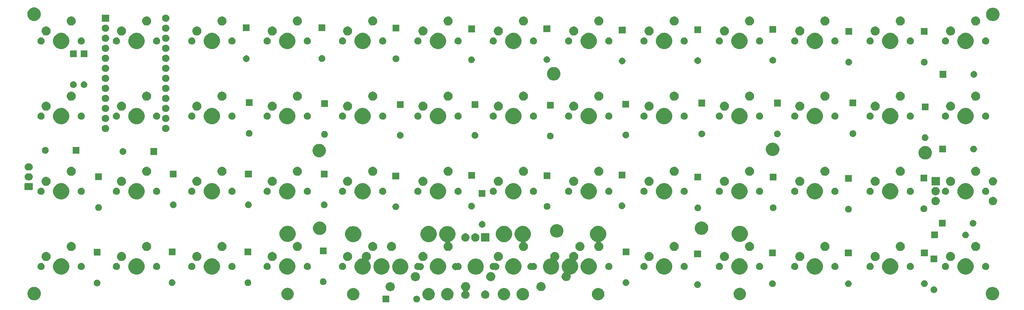
<source format=gts>
G04 #@! TF.GenerationSoftware,KiCad,Pcbnew,(5.1.5-0-10_14)*
G04 #@! TF.CreationDate,2020-11-29T18:14:47+02:00*
G04 #@! TF.ProjectId,Louhi,4c6f7568-692e-46b6-9963-61645f706362,rev?*
G04 #@! TF.SameCoordinates,Original*
G04 #@! TF.FileFunction,Soldermask,Top*
G04 #@! TF.FilePolarity,Negative*
%FSLAX46Y46*%
G04 Gerber Fmt 4.6, Leading zero omitted, Abs format (unit mm)*
G04 Created by KiCad (PCBNEW (5.1.5-0-10_14)) date 2020-11-29 18:14:47*
%MOMM*%
%LPD*%
G04 APERTURE LIST*
%ADD10C,0.100000*%
G04 APERTURE END LIST*
D10*
G36*
X182808228Y-131581703D02*
G01*
X182963100Y-131645853D01*
X183102481Y-131738985D01*
X183221015Y-131857519D01*
X183314147Y-131996900D01*
X183378297Y-132151772D01*
X183411000Y-132316184D01*
X183411000Y-132483816D01*
X183378297Y-132648228D01*
X183314147Y-132803100D01*
X183221015Y-132942481D01*
X183102481Y-133061015D01*
X182963100Y-133154147D01*
X182808228Y-133218297D01*
X182643816Y-133251000D01*
X182476184Y-133251000D01*
X182311772Y-133218297D01*
X182156900Y-133154147D01*
X182017519Y-133061015D01*
X181898985Y-132942481D01*
X181805853Y-132803100D01*
X181741703Y-132648228D01*
X181709000Y-132483816D01*
X181709000Y-132316184D01*
X181741703Y-132151772D01*
X181805853Y-131996900D01*
X181898985Y-131857519D01*
X182017519Y-131738985D01*
X182156900Y-131645853D01*
X182311772Y-131581703D01*
X182476184Y-131549000D01*
X182643816Y-131549000D01*
X182808228Y-131581703D01*
G37*
G36*
X175611000Y-133251000D02*
G01*
X173909000Y-133251000D01*
X173909000Y-131549000D01*
X175611000Y-131549000D01*
X175611000Y-133251000D01*
G37*
G36*
X190551083Y-129619090D02*
G01*
X190779702Y-129664564D01*
X191066516Y-129783367D01*
X191324642Y-129955841D01*
X191544159Y-130175358D01*
X191716633Y-130433484D01*
X191835436Y-130720298D01*
X191862885Y-130858297D01*
X191896000Y-131024776D01*
X191896000Y-131335224D01*
X191888383Y-131373516D01*
X191835436Y-131639702D01*
X191716633Y-131926516D01*
X191544159Y-132184642D01*
X191324642Y-132404159D01*
X191066516Y-132576633D01*
X190779702Y-132695436D01*
X190551083Y-132740910D01*
X190475224Y-132756000D01*
X190164776Y-132756000D01*
X190088917Y-132740910D01*
X189860298Y-132695436D01*
X189573484Y-132576633D01*
X189315358Y-132404159D01*
X189095841Y-132184642D01*
X188923367Y-131926516D01*
X188804564Y-131639702D01*
X188751617Y-131373516D01*
X188744000Y-131335224D01*
X188744000Y-131024776D01*
X188777115Y-130858297D01*
X188804564Y-130720298D01*
X188923367Y-130433484D01*
X189095841Y-130175358D01*
X189315358Y-129955841D01*
X189573484Y-129783367D01*
X189860298Y-129664564D01*
X190088917Y-129619090D01*
X190164776Y-129604000D01*
X190475224Y-129604000D01*
X190551083Y-129619090D01*
G37*
G36*
X166751083Y-129619090D02*
G01*
X166979702Y-129664564D01*
X167266516Y-129783367D01*
X167524642Y-129955841D01*
X167744159Y-130175358D01*
X167916633Y-130433484D01*
X168035436Y-130720298D01*
X168062885Y-130858297D01*
X168096000Y-131024776D01*
X168096000Y-131335224D01*
X168088383Y-131373516D01*
X168035436Y-131639702D01*
X167916633Y-131926516D01*
X167744159Y-132184642D01*
X167524642Y-132404159D01*
X167266516Y-132576633D01*
X166979702Y-132695436D01*
X166751083Y-132740910D01*
X166675224Y-132756000D01*
X166364776Y-132756000D01*
X166288917Y-132740910D01*
X166060298Y-132695436D01*
X165773484Y-132576633D01*
X165515358Y-132404159D01*
X165295841Y-132184642D01*
X165123367Y-131926516D01*
X165004564Y-131639702D01*
X164951617Y-131373516D01*
X164944000Y-131335224D01*
X164944000Y-131024776D01*
X164977115Y-130858297D01*
X165004564Y-130720298D01*
X165123367Y-130433484D01*
X165295841Y-130175358D01*
X165515358Y-129955841D01*
X165773484Y-129783367D01*
X166060298Y-129664564D01*
X166288917Y-129619090D01*
X166364776Y-129604000D01*
X166675224Y-129604000D01*
X166751083Y-129619090D01*
G37*
G36*
X209611083Y-129609090D02*
G01*
X209839702Y-129654564D01*
X210126516Y-129773367D01*
X210384642Y-129945841D01*
X210604159Y-130165358D01*
X210776633Y-130423484D01*
X210895436Y-130710298D01*
X210924874Y-130858295D01*
X210952022Y-130994776D01*
X210956000Y-131014778D01*
X210956000Y-131325222D01*
X210895436Y-131629702D01*
X210776633Y-131916516D01*
X210604159Y-132174642D01*
X210384642Y-132394159D01*
X210126516Y-132566633D01*
X209839702Y-132685436D01*
X209635770Y-132726000D01*
X209535224Y-132746000D01*
X209224776Y-132746000D01*
X209124230Y-132726000D01*
X208920298Y-132685436D01*
X208633484Y-132566633D01*
X208375358Y-132394159D01*
X208155841Y-132174642D01*
X207983367Y-131916516D01*
X207864564Y-131629702D01*
X207804000Y-131325222D01*
X207804000Y-131014778D01*
X207807979Y-130994776D01*
X207835126Y-130858295D01*
X207864564Y-130710298D01*
X207983367Y-130423484D01*
X208155841Y-130165358D01*
X208375358Y-129945841D01*
X208633484Y-129773367D01*
X208920298Y-129654564D01*
X209148917Y-129609090D01*
X209224776Y-129594000D01*
X209535224Y-129594000D01*
X209611083Y-129609090D01*
G37*
G36*
X185811083Y-129609090D02*
G01*
X186039702Y-129654564D01*
X186326516Y-129773367D01*
X186584642Y-129945841D01*
X186804159Y-130165358D01*
X186976633Y-130423484D01*
X187095436Y-130710298D01*
X187124874Y-130858295D01*
X187152022Y-130994776D01*
X187156000Y-131014778D01*
X187156000Y-131325222D01*
X187095436Y-131629702D01*
X186976633Y-131916516D01*
X186804159Y-132174642D01*
X186584642Y-132394159D01*
X186326516Y-132566633D01*
X186039702Y-132685436D01*
X185835770Y-132726000D01*
X185735224Y-132746000D01*
X185424776Y-132746000D01*
X185324230Y-132726000D01*
X185120298Y-132685436D01*
X184833484Y-132566633D01*
X184575358Y-132394159D01*
X184355841Y-132174642D01*
X184183367Y-131916516D01*
X184064564Y-131629702D01*
X184004000Y-131325222D01*
X184004000Y-131014778D01*
X184007979Y-130994776D01*
X184035126Y-130858295D01*
X184064564Y-130710298D01*
X184183367Y-130423484D01*
X184355841Y-130165358D01*
X184575358Y-129945841D01*
X184833484Y-129773367D01*
X185120298Y-129654564D01*
X185348917Y-129609090D01*
X185424776Y-129594000D01*
X185735224Y-129594000D01*
X185811083Y-129609090D01*
G37*
G36*
X228644209Y-129585733D02*
G01*
X228889702Y-129634564D01*
X229176516Y-129753367D01*
X229434642Y-129925841D01*
X229654159Y-130145358D01*
X229826633Y-130403484D01*
X229945436Y-130690298D01*
X229990910Y-130918917D01*
X230006000Y-130994776D01*
X230006000Y-131305224D01*
X229992416Y-131373514D01*
X229945436Y-131609702D01*
X229826633Y-131896516D01*
X229654159Y-132154642D01*
X229434642Y-132374159D01*
X229176516Y-132546633D01*
X228889702Y-132665436D01*
X228661083Y-132710910D01*
X228585224Y-132726000D01*
X228274776Y-132726000D01*
X228198917Y-132710910D01*
X227970298Y-132665436D01*
X227683484Y-132546633D01*
X227425358Y-132374159D01*
X227205841Y-132154642D01*
X227033367Y-131896516D01*
X226914564Y-131609702D01*
X226867584Y-131373514D01*
X226854000Y-131305224D01*
X226854000Y-130994776D01*
X226869090Y-130918917D01*
X226914564Y-130690298D01*
X227033367Y-130403484D01*
X227205841Y-130145358D01*
X227425358Y-129925841D01*
X227683484Y-129753367D01*
X227970298Y-129634564D01*
X228215791Y-129585733D01*
X228274776Y-129574000D01*
X228585224Y-129574000D01*
X228644209Y-129585733D01*
G37*
G36*
X204844209Y-129585733D02*
G01*
X205089702Y-129634564D01*
X205376516Y-129753367D01*
X205634642Y-129925841D01*
X205854159Y-130145358D01*
X206026633Y-130403484D01*
X206145436Y-130690298D01*
X206190910Y-130918917D01*
X206206000Y-130994776D01*
X206206000Y-131305224D01*
X206192416Y-131373514D01*
X206145436Y-131609702D01*
X206026633Y-131896516D01*
X205854159Y-132154642D01*
X205634642Y-132374159D01*
X205376516Y-132546633D01*
X205089702Y-132665436D01*
X204861083Y-132710910D01*
X204785224Y-132726000D01*
X204474776Y-132726000D01*
X204398917Y-132710910D01*
X204170298Y-132665436D01*
X203883484Y-132546633D01*
X203625358Y-132374159D01*
X203405841Y-132154642D01*
X203233367Y-131896516D01*
X203114564Y-131609702D01*
X203067584Y-131373514D01*
X203054000Y-131305224D01*
X203054000Y-130994776D01*
X203069090Y-130918917D01*
X203114564Y-130690298D01*
X203233367Y-130403484D01*
X203405841Y-130145358D01*
X203625358Y-129925841D01*
X203883484Y-129753367D01*
X204170298Y-129634564D01*
X204415791Y-129585733D01*
X204474776Y-129574000D01*
X204785224Y-129574000D01*
X204844209Y-129585733D01*
G37*
G36*
X328596162Y-129384368D02*
G01*
X328905724Y-129512593D01*
X328905725Y-129512594D01*
X329184324Y-129698747D01*
X329421253Y-129935676D01*
X329531716Y-130100996D01*
X329607407Y-130214276D01*
X329735632Y-130523838D01*
X329801000Y-130852465D01*
X329801000Y-131187535D01*
X329735632Y-131516162D01*
X329607407Y-131825724D01*
X329560107Y-131896514D01*
X329421253Y-132104324D01*
X329184324Y-132341253D01*
X329135076Y-132374159D01*
X328905724Y-132527407D01*
X328596162Y-132655632D01*
X328267535Y-132721000D01*
X327932465Y-132721000D01*
X327603838Y-132655632D01*
X327294276Y-132527407D01*
X327064924Y-132374159D01*
X327015676Y-132341253D01*
X326778747Y-132104324D01*
X326639893Y-131896514D01*
X326592593Y-131825724D01*
X326464368Y-131516162D01*
X326399000Y-131187535D01*
X326399000Y-130852465D01*
X326464368Y-130523838D01*
X326592593Y-130214276D01*
X326668284Y-130100996D01*
X326778747Y-129935676D01*
X327015676Y-129698747D01*
X327294275Y-129512594D01*
X327294276Y-129512593D01*
X327603838Y-129384368D01*
X327932465Y-129319000D01*
X328267535Y-129319000D01*
X328596162Y-129384368D01*
G37*
G36*
X86376162Y-129364368D02*
G01*
X86685724Y-129492593D01*
X86769088Y-129548295D01*
X86964324Y-129678747D01*
X87201253Y-129915676D01*
X87246718Y-129983720D01*
X87387407Y-130194276D01*
X87515632Y-130503838D01*
X87581000Y-130832465D01*
X87581000Y-131167535D01*
X87515632Y-131496162D01*
X87387407Y-131805724D01*
X87357127Y-131851041D01*
X87201253Y-132084324D01*
X86964324Y-132321253D01*
X86778170Y-132445637D01*
X86685724Y-132507407D01*
X86376162Y-132635632D01*
X86047535Y-132701000D01*
X85712465Y-132701000D01*
X85383838Y-132635632D01*
X85074276Y-132507407D01*
X84981830Y-132445637D01*
X84795676Y-132321253D01*
X84558747Y-132084324D01*
X84402873Y-131851041D01*
X84372593Y-131805724D01*
X84244368Y-131496162D01*
X84179000Y-131167535D01*
X84179000Y-130832465D01*
X84244368Y-130503838D01*
X84372593Y-130194276D01*
X84513282Y-129983720D01*
X84558747Y-129915676D01*
X84795676Y-129678747D01*
X84990912Y-129548295D01*
X85074276Y-129492593D01*
X85383838Y-129364368D01*
X85712465Y-129299000D01*
X86047535Y-129299000D01*
X86376162Y-129364368D01*
G37*
G36*
X264477100Y-129548295D02*
G01*
X264689411Y-129590526D01*
X264795728Y-129634564D01*
X264976041Y-129709252D01*
X264976042Y-129709253D01*
X265234004Y-129881617D01*
X265453383Y-130100996D01*
X265556682Y-130255595D01*
X265625748Y-130358959D01*
X265653197Y-130425227D01*
X265744474Y-130645589D01*
X265759334Y-130720298D01*
X265805000Y-130949875D01*
X265805000Y-131260125D01*
X265782445Y-131373516D01*
X265744474Y-131564411D01*
X265725714Y-131609701D01*
X265625748Y-131851041D01*
X265582000Y-131916514D01*
X265453383Y-132109004D01*
X265234004Y-132328383D01*
X265061639Y-132443553D01*
X264976041Y-132500748D01*
X264865264Y-132546633D01*
X264689411Y-132619474D01*
X264544854Y-132648228D01*
X264385125Y-132680000D01*
X264074875Y-132680000D01*
X263915146Y-132648228D01*
X263770589Y-132619474D01*
X263594736Y-132546633D01*
X263483959Y-132500748D01*
X263398361Y-132443553D01*
X263225996Y-132328383D01*
X263006617Y-132109004D01*
X262878000Y-131916514D01*
X262834252Y-131851041D01*
X262734286Y-131609701D01*
X262715526Y-131564411D01*
X262677555Y-131373516D01*
X262655000Y-131260125D01*
X262655000Y-130949875D01*
X262700666Y-130720298D01*
X262715526Y-130645589D01*
X262806803Y-130425227D01*
X262834252Y-130358959D01*
X262903318Y-130255595D01*
X263006617Y-130100996D01*
X263225996Y-129881617D01*
X263483958Y-129709253D01*
X263483959Y-129709252D01*
X263664272Y-129634564D01*
X263770589Y-129590526D01*
X263982900Y-129548295D01*
X264074875Y-129530000D01*
X264385125Y-129530000D01*
X264477100Y-129548295D01*
G37*
G36*
X150177100Y-129548295D02*
G01*
X150389411Y-129590526D01*
X150495728Y-129634564D01*
X150676041Y-129709252D01*
X150676042Y-129709253D01*
X150934004Y-129881617D01*
X151153383Y-130100996D01*
X151256682Y-130255595D01*
X151325748Y-130358959D01*
X151353197Y-130425227D01*
X151444474Y-130645589D01*
X151459334Y-130720298D01*
X151505000Y-130949875D01*
X151505000Y-131260125D01*
X151482445Y-131373516D01*
X151444474Y-131564411D01*
X151425714Y-131609701D01*
X151325748Y-131851041D01*
X151282000Y-131916514D01*
X151153383Y-132109004D01*
X150934004Y-132328383D01*
X150761639Y-132443553D01*
X150676041Y-132500748D01*
X150565264Y-132546633D01*
X150389411Y-132619474D01*
X150244854Y-132648228D01*
X150085125Y-132680000D01*
X149774875Y-132680000D01*
X149615146Y-132648228D01*
X149470589Y-132619474D01*
X149294736Y-132546633D01*
X149183959Y-132500748D01*
X149098361Y-132443553D01*
X148925996Y-132328383D01*
X148706617Y-132109004D01*
X148578000Y-131916514D01*
X148534252Y-131851041D01*
X148434286Y-131609701D01*
X148415526Y-131564411D01*
X148377555Y-131373516D01*
X148355000Y-131260125D01*
X148355000Y-130949875D01*
X148400666Y-130720298D01*
X148415526Y-130645589D01*
X148506803Y-130425227D01*
X148534252Y-130358959D01*
X148603318Y-130255595D01*
X148706617Y-130100996D01*
X148925996Y-129881617D01*
X149183958Y-129709253D01*
X149183959Y-129709252D01*
X149364272Y-129634564D01*
X149470589Y-129590526D01*
X149682900Y-129548295D01*
X149774875Y-129530000D01*
X150085125Y-129530000D01*
X150177100Y-129548295D01*
G37*
G36*
X195103638Y-128109000D02*
G01*
X195275734Y-128143232D01*
X195485203Y-128229997D01*
X195673720Y-128355960D01*
X195834040Y-128516280D01*
X195960003Y-128704797D01*
X195960004Y-128704799D01*
X195973851Y-128738228D01*
X196046768Y-128914266D01*
X196091000Y-129136636D01*
X196091000Y-129363364D01*
X196046768Y-129585734D01*
X195960003Y-129795203D01*
X195834040Y-129983720D01*
X195673720Y-130144040D01*
X195540719Y-130232908D01*
X195521780Y-130248451D01*
X195506235Y-130267393D01*
X195494684Y-130289004D01*
X195487571Y-130312453D01*
X195485169Y-130336839D01*
X195487571Y-130361225D01*
X195494684Y-130384674D01*
X195506235Y-130406285D01*
X195521780Y-130425227D01*
X195540723Y-130440772D01*
X195559971Y-130453633D01*
X195706365Y-130600027D01*
X195786728Y-130720298D01*
X195821385Y-130772167D01*
X195900611Y-130963436D01*
X195941000Y-131166484D01*
X195941000Y-131373516D01*
X195900611Y-131576564D01*
X195833334Y-131738985D01*
X195821384Y-131767835D01*
X195706365Y-131939973D01*
X195559973Y-132086365D01*
X195387835Y-132201384D01*
X195387834Y-132201385D01*
X195387833Y-132201385D01*
X195196564Y-132280611D01*
X194993516Y-132321000D01*
X194786484Y-132321000D01*
X194583436Y-132280611D01*
X194392167Y-132201385D01*
X194392166Y-132201385D01*
X194392165Y-132201384D01*
X194220027Y-132086365D01*
X194073635Y-131939973D01*
X193958616Y-131767835D01*
X193946666Y-131738985D01*
X193879389Y-131576564D01*
X193839000Y-131373516D01*
X193839000Y-131166484D01*
X193879389Y-130963436D01*
X193958615Y-130772167D01*
X193993273Y-130720298D01*
X194073635Y-130600027D01*
X194220027Y-130453635D01*
X194289278Y-130407363D01*
X194308219Y-130391818D01*
X194323765Y-130372876D01*
X194335316Y-130351265D01*
X194342429Y-130327816D01*
X194344831Y-130303430D01*
X194342429Y-130279044D01*
X194335316Y-130255595D01*
X194323765Y-130233984D01*
X194308220Y-130215043D01*
X194289281Y-130199500D01*
X194206280Y-130144040D01*
X194045960Y-129983720D01*
X193919997Y-129795203D01*
X193833232Y-129585734D01*
X193789000Y-129363364D01*
X193789000Y-129136636D01*
X193833232Y-128914266D01*
X193906149Y-128738228D01*
X193919996Y-128704799D01*
X193919997Y-128704797D01*
X194045960Y-128516280D01*
X194206280Y-128355960D01*
X194394797Y-128229997D01*
X194604266Y-128143232D01*
X194776362Y-128109000D01*
X194826635Y-128099000D01*
X195053365Y-128099000D01*
X195103638Y-128109000D01*
G37*
G36*
X200196564Y-130259389D02*
G01*
X200383545Y-130336839D01*
X200387835Y-130338616D01*
X200559973Y-130453635D01*
X200706365Y-130600027D01*
X200786728Y-130720298D01*
X200821385Y-130772167D01*
X200900611Y-130963436D01*
X200941000Y-131166484D01*
X200941000Y-131373516D01*
X200900611Y-131576564D01*
X200833334Y-131738985D01*
X200821384Y-131767835D01*
X200706365Y-131939973D01*
X200559973Y-132086365D01*
X200387835Y-132201384D01*
X200387834Y-132201385D01*
X200387833Y-132201385D01*
X200196564Y-132280611D01*
X199993516Y-132321000D01*
X199786484Y-132321000D01*
X199583436Y-132280611D01*
X199392167Y-132201385D01*
X199392166Y-132201385D01*
X199392165Y-132201384D01*
X199220027Y-132086365D01*
X199073635Y-131939973D01*
X198958616Y-131767835D01*
X198946666Y-131738985D01*
X198879389Y-131576564D01*
X198839000Y-131373516D01*
X198839000Y-131166484D01*
X198879389Y-130963436D01*
X198958615Y-130772167D01*
X198993273Y-130720298D01*
X199073635Y-130600027D01*
X199220027Y-130453635D01*
X199392165Y-130338616D01*
X199396455Y-130336839D01*
X199583436Y-130259389D01*
X199786484Y-130219000D01*
X199993516Y-130219000D01*
X200196564Y-130259389D01*
G37*
G36*
X313548228Y-129221703D02*
G01*
X313703100Y-129285853D01*
X313842481Y-129378985D01*
X313961015Y-129497519D01*
X314054147Y-129636900D01*
X314118297Y-129791772D01*
X314151000Y-129956184D01*
X314151000Y-130123816D01*
X314118297Y-130288228D01*
X314054147Y-130443100D01*
X313961015Y-130582481D01*
X313842481Y-130701015D01*
X313703100Y-130794147D01*
X313548228Y-130858297D01*
X313383816Y-130891000D01*
X313216184Y-130891000D01*
X313051772Y-130858297D01*
X312896900Y-130794147D01*
X312757519Y-130701015D01*
X312638985Y-130582481D01*
X312545853Y-130443100D01*
X312481703Y-130288228D01*
X312449000Y-130123816D01*
X312449000Y-129956184D01*
X312481703Y-129791772D01*
X312545853Y-129636900D01*
X312638985Y-129497519D01*
X312757519Y-129378985D01*
X312896900Y-129285853D01*
X313051772Y-129221703D01*
X313216184Y-129189000D01*
X313383816Y-129189000D01*
X313548228Y-129221703D01*
G37*
G36*
X176104549Y-128131116D02*
G01*
X176215734Y-128153232D01*
X176259076Y-128171185D01*
X176401059Y-128229996D01*
X176425203Y-128239997D01*
X176613720Y-128365960D01*
X176774040Y-128526280D01*
X176900003Y-128714797D01*
X176900004Y-128714799D01*
X176909709Y-128738229D01*
X176984213Y-128918097D01*
X176986768Y-128924267D01*
X177025033Y-129116635D01*
X177031000Y-129146636D01*
X177031000Y-129373364D01*
X176986768Y-129595734D01*
X176939747Y-129709252D01*
X176912430Y-129775203D01*
X176900003Y-129805203D01*
X176774040Y-129993720D01*
X176613720Y-130154040D01*
X176425203Y-130280003D01*
X176215734Y-130366768D01*
X176125714Y-130384674D01*
X175993365Y-130411000D01*
X175766635Y-130411000D01*
X175634286Y-130384674D01*
X175544266Y-130366768D01*
X175334797Y-130280003D01*
X175146280Y-130154040D01*
X174985960Y-129993720D01*
X174859997Y-129805203D01*
X174847571Y-129775203D01*
X174820253Y-129709252D01*
X174773232Y-129595734D01*
X174729000Y-129373364D01*
X174729000Y-129146636D01*
X174734968Y-129116635D01*
X174773232Y-128924267D01*
X174775788Y-128918097D01*
X174850291Y-128738229D01*
X174859996Y-128714799D01*
X174859997Y-128714797D01*
X174985960Y-128526280D01*
X175146280Y-128365960D01*
X175334797Y-128239997D01*
X175358942Y-128229996D01*
X175500924Y-128171185D01*
X175544266Y-128153232D01*
X175655451Y-128131116D01*
X175766635Y-128109000D01*
X175993365Y-128109000D01*
X176104549Y-128131116D01*
G37*
G36*
X214193354Y-128096900D02*
G01*
X214325734Y-128123232D01*
X214535203Y-128209997D01*
X214723720Y-128335960D01*
X214884040Y-128496280D01*
X214994112Y-128661015D01*
X215010004Y-128684799D01*
X215022430Y-128714799D01*
X215096768Y-128894266D01*
X215118884Y-129005451D01*
X215141000Y-129116635D01*
X215141000Y-129343365D01*
X215133915Y-129378985D01*
X215096768Y-129565734D01*
X215068257Y-129634565D01*
X215010764Y-129773367D01*
X215010003Y-129775203D01*
X214884040Y-129963720D01*
X214723720Y-130124040D01*
X214535203Y-130250003D01*
X214325734Y-130336768D01*
X214316448Y-130338615D01*
X214103365Y-130381000D01*
X213876635Y-130381000D01*
X213663552Y-130338615D01*
X213654266Y-130336768D01*
X213444797Y-130250003D01*
X213256280Y-130124040D01*
X213095960Y-129963720D01*
X212969997Y-129775203D01*
X212969237Y-129773367D01*
X212911743Y-129634565D01*
X212883232Y-129565734D01*
X212846085Y-129378985D01*
X212839000Y-129343365D01*
X212839000Y-129116635D01*
X212861116Y-129005451D01*
X212883232Y-128894266D01*
X212957570Y-128714799D01*
X212969996Y-128684799D01*
X212985888Y-128661015D01*
X213095960Y-128496280D01*
X213256280Y-128335960D01*
X213444797Y-128209997D01*
X213654266Y-128123232D01*
X213786646Y-128096900D01*
X213876635Y-128079000D01*
X214103365Y-128079000D01*
X214193354Y-128096900D01*
G37*
G36*
X253808228Y-127911703D02*
G01*
X253963100Y-127975853D01*
X254102481Y-128068985D01*
X254221015Y-128187519D01*
X254314147Y-128326900D01*
X254378297Y-128481772D01*
X254411000Y-128646184D01*
X254411000Y-128813816D01*
X254378297Y-128978228D01*
X254314147Y-129133100D01*
X254221015Y-129272481D01*
X254102481Y-129391015D01*
X253963100Y-129484147D01*
X253808228Y-129548297D01*
X253643816Y-129581000D01*
X253476184Y-129581000D01*
X253311772Y-129548297D01*
X253156900Y-129484147D01*
X253017519Y-129391015D01*
X252898985Y-129272481D01*
X252805853Y-129133100D01*
X252741703Y-128978228D01*
X252709000Y-128813816D01*
X252709000Y-128646184D01*
X252741703Y-128481772D01*
X252805853Y-128326900D01*
X252898985Y-128187519D01*
X253017519Y-128068985D01*
X253156900Y-127975853D01*
X253311772Y-127911703D01*
X253476184Y-127879000D01*
X253643816Y-127879000D01*
X253808228Y-127911703D01*
G37*
G36*
X291908228Y-127696703D02*
G01*
X292063100Y-127760853D01*
X292202481Y-127853985D01*
X292321015Y-127972519D01*
X292414147Y-128111900D01*
X292478297Y-128266772D01*
X292511000Y-128431184D01*
X292511000Y-128598816D01*
X292478297Y-128763228D01*
X292414147Y-128918100D01*
X292321015Y-129057481D01*
X292202481Y-129176015D01*
X292063100Y-129269147D01*
X291908228Y-129333297D01*
X291743816Y-129366000D01*
X291576184Y-129366000D01*
X291411772Y-129333297D01*
X291256900Y-129269147D01*
X291117519Y-129176015D01*
X290998985Y-129057481D01*
X290905853Y-128918100D01*
X290841703Y-128763228D01*
X290809000Y-128598816D01*
X290809000Y-128431184D01*
X290841703Y-128266772D01*
X290905853Y-128111900D01*
X290998985Y-127972519D01*
X291117519Y-127853985D01*
X291256900Y-127760853D01*
X291411772Y-127696703D01*
X291576184Y-127664000D01*
X291743816Y-127664000D01*
X291908228Y-127696703D01*
G37*
G36*
X272738228Y-127681703D02*
G01*
X272893100Y-127745853D01*
X273032481Y-127838985D01*
X273151015Y-127957519D01*
X273244147Y-128096900D01*
X273308297Y-128251772D01*
X273341000Y-128416184D01*
X273341000Y-128583816D01*
X273308297Y-128748228D01*
X273244147Y-128903100D01*
X273151015Y-129042481D01*
X273032481Y-129161015D01*
X272893100Y-129254147D01*
X272738228Y-129318297D01*
X272573816Y-129351000D01*
X272406184Y-129351000D01*
X272241772Y-129318297D01*
X272086900Y-129254147D01*
X271947519Y-129161015D01*
X271828985Y-129042481D01*
X271735853Y-128903100D01*
X271671703Y-128748228D01*
X271639000Y-128583816D01*
X271639000Y-128416184D01*
X271671703Y-128251772D01*
X271735853Y-128096900D01*
X271828985Y-127957519D01*
X271947519Y-127838985D01*
X272086900Y-127745853D01*
X272241772Y-127681703D01*
X272406184Y-127649000D01*
X272573816Y-127649000D01*
X272738228Y-127681703D01*
G37*
G36*
X311128228Y-127671703D02*
G01*
X311283100Y-127735853D01*
X311422481Y-127828985D01*
X311541015Y-127947519D01*
X311634147Y-128086900D01*
X311698297Y-128241772D01*
X311731000Y-128406184D01*
X311731000Y-128573816D01*
X311698297Y-128738228D01*
X311634147Y-128893100D01*
X311541015Y-129032481D01*
X311422481Y-129151015D01*
X311283100Y-129244147D01*
X311128228Y-129308297D01*
X310963816Y-129341000D01*
X310796184Y-129341000D01*
X310631772Y-129308297D01*
X310476900Y-129244147D01*
X310337519Y-129151015D01*
X310218985Y-129032481D01*
X310125853Y-128893100D01*
X310061703Y-128738228D01*
X310029000Y-128573816D01*
X310029000Y-128406184D01*
X310061703Y-128241772D01*
X310125853Y-128086900D01*
X310218985Y-127947519D01*
X310337519Y-127828985D01*
X310476900Y-127735853D01*
X310631772Y-127671703D01*
X310796184Y-127639000D01*
X310963816Y-127639000D01*
X311128228Y-127671703D01*
G37*
G36*
X102018228Y-127511703D02*
G01*
X102173100Y-127575853D01*
X102312481Y-127668985D01*
X102431015Y-127787519D01*
X102524147Y-127926900D01*
X102588297Y-128081772D01*
X102621000Y-128246184D01*
X102621000Y-128413816D01*
X102588297Y-128578228D01*
X102524147Y-128733100D01*
X102431015Y-128872481D01*
X102312481Y-128991015D01*
X102173100Y-129084147D01*
X102018228Y-129148297D01*
X101853816Y-129181000D01*
X101686184Y-129181000D01*
X101521772Y-129148297D01*
X101366900Y-129084147D01*
X101227519Y-128991015D01*
X101108985Y-128872481D01*
X101015853Y-128733100D01*
X100951703Y-128578228D01*
X100919000Y-128413816D01*
X100919000Y-128246184D01*
X100951703Y-128081772D01*
X101015853Y-127926900D01*
X101108985Y-127787519D01*
X101227519Y-127668985D01*
X101366900Y-127575853D01*
X101521772Y-127511703D01*
X101686184Y-127479000D01*
X101853816Y-127479000D01*
X102018228Y-127511703D01*
G37*
G36*
X140168228Y-127436703D02*
G01*
X140323100Y-127500853D01*
X140462481Y-127593985D01*
X140581015Y-127712519D01*
X140674147Y-127851900D01*
X140738297Y-128006772D01*
X140771000Y-128171184D01*
X140771000Y-128338816D01*
X140738297Y-128503228D01*
X140674147Y-128658100D01*
X140581015Y-128797481D01*
X140462481Y-128916015D01*
X140323100Y-129009147D01*
X140168228Y-129073297D01*
X140003816Y-129106000D01*
X139836184Y-129106000D01*
X139671772Y-129073297D01*
X139516900Y-129009147D01*
X139377519Y-128916015D01*
X139258985Y-128797481D01*
X139165853Y-128658100D01*
X139101703Y-128503228D01*
X139069000Y-128338816D01*
X139069000Y-128171184D01*
X139101703Y-128006772D01*
X139165853Y-127851900D01*
X139258985Y-127712519D01*
X139377519Y-127593985D01*
X139516900Y-127500853D01*
X139671772Y-127436703D01*
X139836184Y-127404000D01*
X140003816Y-127404000D01*
X140168228Y-127436703D01*
G37*
G36*
X120978228Y-127411703D02*
G01*
X121133100Y-127475853D01*
X121272481Y-127568985D01*
X121391015Y-127687519D01*
X121484147Y-127826900D01*
X121548297Y-127981772D01*
X121581000Y-128146184D01*
X121581000Y-128313816D01*
X121548297Y-128478228D01*
X121484147Y-128633100D01*
X121391015Y-128772481D01*
X121272481Y-128891015D01*
X121133100Y-128984147D01*
X120978228Y-129048297D01*
X120813816Y-129081000D01*
X120646184Y-129081000D01*
X120481772Y-129048297D01*
X120326900Y-128984147D01*
X120187519Y-128891015D01*
X120068985Y-128772481D01*
X119975853Y-128633100D01*
X119911703Y-128478228D01*
X119879000Y-128313816D01*
X119879000Y-128146184D01*
X119911703Y-127981772D01*
X119975853Y-127826900D01*
X120068985Y-127687519D01*
X120187519Y-127568985D01*
X120326900Y-127475853D01*
X120481772Y-127411703D01*
X120646184Y-127379000D01*
X120813816Y-127379000D01*
X120978228Y-127411703D01*
G37*
G36*
X235698228Y-127406703D02*
G01*
X235853100Y-127470853D01*
X235992481Y-127563985D01*
X236111015Y-127682519D01*
X236204147Y-127821900D01*
X236268297Y-127976772D01*
X236301000Y-128141184D01*
X236301000Y-128308816D01*
X236268297Y-128473228D01*
X236204147Y-128628100D01*
X236111015Y-128767481D01*
X235992481Y-128886015D01*
X235853100Y-128979147D01*
X235698228Y-129043297D01*
X235533816Y-129076000D01*
X235366184Y-129076000D01*
X235201772Y-129043297D01*
X235046900Y-128979147D01*
X234907519Y-128886015D01*
X234788985Y-128767481D01*
X234695853Y-128628100D01*
X234631703Y-128473228D01*
X234599000Y-128308816D01*
X234599000Y-128141184D01*
X234631703Y-127976772D01*
X234695853Y-127821900D01*
X234788985Y-127682519D01*
X234907519Y-127563985D01*
X235046900Y-127470853D01*
X235201772Y-127406703D01*
X235366184Y-127374000D01*
X235533816Y-127374000D01*
X235698228Y-127406703D01*
G37*
G36*
X159168228Y-127181703D02*
G01*
X159323100Y-127245853D01*
X159462481Y-127338985D01*
X159581015Y-127457519D01*
X159674147Y-127596900D01*
X159738297Y-127751772D01*
X159771000Y-127916184D01*
X159771000Y-128083816D01*
X159738297Y-128248228D01*
X159674147Y-128403100D01*
X159581015Y-128542481D01*
X159462481Y-128661015D01*
X159323100Y-128754147D01*
X159168228Y-128818297D01*
X159003816Y-128851000D01*
X158836184Y-128851000D01*
X158671772Y-128818297D01*
X158516900Y-128754147D01*
X158377519Y-128661015D01*
X158258985Y-128542481D01*
X158165853Y-128403100D01*
X158101703Y-128248228D01*
X158069000Y-128083816D01*
X158069000Y-127916184D01*
X158101703Y-127751772D01*
X158165853Y-127596900D01*
X158258985Y-127457519D01*
X158377519Y-127338985D01*
X158516900Y-127245853D01*
X158671772Y-127181703D01*
X158836184Y-127149000D01*
X159003816Y-127149000D01*
X159168228Y-127181703D01*
G37*
G36*
X182454549Y-125591116D02*
G01*
X182565734Y-125613232D01*
X182589656Y-125623141D01*
X182751059Y-125689996D01*
X182775203Y-125699997D01*
X182963720Y-125825960D01*
X183124040Y-125986280D01*
X183250003Y-126174797D01*
X183250004Y-126174799D01*
X183257472Y-126192828D01*
X183332626Y-126374266D01*
X183336768Y-126384267D01*
X183375033Y-126576635D01*
X183381000Y-126606636D01*
X183381000Y-126833364D01*
X183342736Y-127025733D01*
X183336768Y-127055733D01*
X183258019Y-127245852D01*
X183250003Y-127265203D01*
X183124040Y-127453720D01*
X182963720Y-127614040D01*
X182775203Y-127740003D01*
X182775202Y-127740004D01*
X182775201Y-127740004D01*
X182761080Y-127745853D01*
X182565734Y-127826768D01*
X182454549Y-127848884D01*
X182343365Y-127871000D01*
X182116635Y-127871000D01*
X182005451Y-127848884D01*
X181894266Y-127826768D01*
X181698920Y-127745853D01*
X181684799Y-127740004D01*
X181684798Y-127740004D01*
X181684797Y-127740003D01*
X181496280Y-127614040D01*
X181335960Y-127453720D01*
X181209997Y-127265203D01*
X181201982Y-127245852D01*
X181123232Y-127055733D01*
X181117265Y-127025733D01*
X181079000Y-126833364D01*
X181079000Y-126606636D01*
X181084968Y-126576635D01*
X181123232Y-126384267D01*
X181127375Y-126374266D01*
X181202528Y-126192828D01*
X181209996Y-126174799D01*
X181209997Y-126174797D01*
X181335960Y-125986280D01*
X181496280Y-125825960D01*
X181684797Y-125699997D01*
X181708942Y-125689996D01*
X181870344Y-125623141D01*
X181894266Y-125613232D01*
X182005451Y-125591116D01*
X182116635Y-125569000D01*
X182343365Y-125569000D01*
X182454549Y-125591116D01*
G37*
G36*
X201514549Y-125581116D02*
G01*
X201625734Y-125603232D01*
X201835203Y-125689997D01*
X202023720Y-125815960D01*
X202184040Y-125976280D01*
X202310003Y-126164797D01*
X202396768Y-126374266D01*
X202441000Y-126596636D01*
X202441000Y-126823364D01*
X202396768Y-127045734D01*
X202310003Y-127255203D01*
X202184040Y-127443720D01*
X202023720Y-127604040D01*
X201835203Y-127730003D01*
X201835202Y-127730004D01*
X201835201Y-127730004D01*
X201782648Y-127751772D01*
X201625734Y-127816768D01*
X201514549Y-127838884D01*
X201403365Y-127861000D01*
X201176635Y-127861000D01*
X201065451Y-127838884D01*
X200954266Y-127816768D01*
X200797352Y-127751772D01*
X200744799Y-127730004D01*
X200744798Y-127730004D01*
X200744797Y-127730003D01*
X200556280Y-127604040D01*
X200395960Y-127443720D01*
X200269997Y-127255203D01*
X200183232Y-127045734D01*
X200139000Y-126823364D01*
X200139000Y-126596636D01*
X200183232Y-126374266D01*
X200269997Y-126164797D01*
X200395960Y-125976280D01*
X200556280Y-125815960D01*
X200744797Y-125689997D01*
X200954266Y-125603232D01*
X201065451Y-125581116D01*
X201176635Y-125559000D01*
X201403365Y-125559000D01*
X201514549Y-125581116D01*
G37*
G36*
X222474549Y-120473616D02*
G01*
X222585734Y-120495732D01*
X222733850Y-120557084D01*
X222793994Y-120581996D01*
X222795203Y-120582497D01*
X222983720Y-120708460D01*
X223144040Y-120868780D01*
X223270003Y-121057297D01*
X223356561Y-121266266D01*
X223356768Y-121266767D01*
X223400901Y-121488635D01*
X223401000Y-121489136D01*
X223401000Y-121715864D01*
X223356768Y-121938234D01*
X223327632Y-122008574D01*
X223290177Y-122099000D01*
X223270003Y-122147703D01*
X223144040Y-122336220D01*
X222983720Y-122496540D01*
X222983717Y-122496542D01*
X222851621Y-122584806D01*
X222832679Y-122600352D01*
X222817134Y-122619294D01*
X222805583Y-122640904D01*
X222798470Y-122664353D01*
X222796068Y-122688739D01*
X222798470Y-122713126D01*
X222805583Y-122736574D01*
X222817134Y-122758185D01*
X222832679Y-122777127D01*
X222890616Y-122835064D01*
X223115074Y-123170989D01*
X223269682Y-123544246D01*
X223348500Y-123940493D01*
X223348500Y-124344507D01*
X223269682Y-124740754D01*
X223115281Y-125113511D01*
X223115073Y-125114013D01*
X222890616Y-125449936D01*
X222604936Y-125735616D01*
X222269013Y-125960073D01*
X222269012Y-125960074D01*
X222269011Y-125960074D01*
X221895754Y-126114682D01*
X221538645Y-126185715D01*
X221515196Y-126192828D01*
X221493585Y-126204379D01*
X221474643Y-126219924D01*
X221459098Y-126238866D01*
X221447547Y-126260477D01*
X221440434Y-126283926D01*
X221438032Y-126308312D01*
X221440434Y-126332698D01*
X221446372Y-126352275D01*
X221491000Y-126576635D01*
X221491000Y-126803365D01*
X221468884Y-126914549D01*
X221446768Y-127025734D01*
X221360003Y-127235203D01*
X221234040Y-127423720D01*
X221073720Y-127584040D01*
X220885203Y-127710003D01*
X220885202Y-127710004D01*
X220885201Y-127710004D01*
X220836919Y-127730003D01*
X220675734Y-127796768D01*
X220575187Y-127816768D01*
X220453365Y-127841000D01*
X220226635Y-127841000D01*
X220104813Y-127816768D01*
X220004266Y-127796768D01*
X219843081Y-127730003D01*
X219794799Y-127710004D01*
X219794798Y-127710004D01*
X219794797Y-127710003D01*
X219606280Y-127584040D01*
X219445960Y-127423720D01*
X219319997Y-127235203D01*
X219233232Y-127025734D01*
X219211116Y-126914549D01*
X219189000Y-126803365D01*
X219189000Y-126576635D01*
X219211116Y-126465451D01*
X219233232Y-126354266D01*
X219296717Y-126201000D01*
X219319996Y-126144799D01*
X219319997Y-126144797D01*
X219445960Y-125956280D01*
X219606280Y-125795960D01*
X219745874Y-125702686D01*
X219764814Y-125687143D01*
X219780360Y-125668201D01*
X219791911Y-125646590D01*
X219799024Y-125623141D01*
X219801426Y-125598755D01*
X219799024Y-125574369D01*
X219791911Y-125550920D01*
X219780360Y-125529310D01*
X219764815Y-125510367D01*
X219704384Y-125449936D01*
X219504984Y-125151513D01*
X219479927Y-125114013D01*
X219479719Y-125113511D01*
X219325318Y-124740754D01*
X219246500Y-124344507D01*
X219246500Y-123940493D01*
X219325318Y-123544246D01*
X219479926Y-123170989D01*
X219704384Y-122835064D01*
X219990064Y-122549384D01*
X219990812Y-122548884D01*
X220325987Y-122324927D01*
X220327194Y-122324427D01*
X220699245Y-122170318D01*
X221048866Y-122100775D01*
X221072315Y-122093662D01*
X221093926Y-122082111D01*
X221112867Y-122066566D01*
X221128413Y-122047624D01*
X221139964Y-122026013D01*
X221147077Y-122002564D01*
X221149479Y-121978178D01*
X221147077Y-121953792D01*
X221144898Y-121946610D01*
X221099000Y-121715865D01*
X221099000Y-121489135D01*
X221143232Y-121266767D01*
X221143440Y-121266266D01*
X221229997Y-121057297D01*
X221355960Y-120868780D01*
X221516280Y-120708460D01*
X221704797Y-120582497D01*
X221706007Y-120581996D01*
X221766150Y-120557084D01*
X221914266Y-120495732D01*
X222025451Y-120473616D01*
X222136635Y-120451500D01*
X222363365Y-120451500D01*
X222474549Y-120473616D01*
G37*
G36*
X179018254Y-122207818D02*
G01*
X179367371Y-122352427D01*
X179391513Y-122362427D01*
X179727436Y-122586884D01*
X180013116Y-122872564D01*
X180230893Y-123198489D01*
X180237574Y-123208489D01*
X180392182Y-123581746D01*
X180471000Y-123977993D01*
X180471000Y-124382007D01*
X180392182Y-124778254D01*
X180241716Y-125141511D01*
X180237573Y-125151513D01*
X180013116Y-125487436D01*
X179727436Y-125773116D01*
X179391513Y-125997573D01*
X179391512Y-125997574D01*
X179391511Y-125997574D01*
X179018254Y-126152182D01*
X178622007Y-126231000D01*
X178217993Y-126231000D01*
X177821746Y-126152182D01*
X177448489Y-125997574D01*
X177448488Y-125997574D01*
X177448487Y-125997573D01*
X177112564Y-125773116D01*
X176826884Y-125487436D01*
X176602427Y-125151513D01*
X176598284Y-125141511D01*
X176447818Y-124778254D01*
X176369000Y-124382007D01*
X176369000Y-123977993D01*
X176447818Y-123581746D01*
X176602426Y-123208489D01*
X176609108Y-123198489D01*
X176826884Y-122872564D01*
X177112564Y-122586884D01*
X177448487Y-122362427D01*
X177472629Y-122352427D01*
X177821746Y-122207818D01*
X178217993Y-122129000D01*
X178622007Y-122129000D01*
X179018254Y-122207818D01*
G37*
G36*
X198078254Y-122197818D02*
G01*
X198412386Y-122336220D01*
X198451513Y-122352427D01*
X198787436Y-122576884D01*
X199073116Y-122862564D01*
X199284211Y-123178489D01*
X199297574Y-123198489D01*
X199452182Y-123571746D01*
X199531000Y-123967993D01*
X199531000Y-124372007D01*
X199452182Y-124768254D01*
X199322638Y-125081000D01*
X199297573Y-125141513D01*
X199073116Y-125477436D01*
X198787436Y-125763116D01*
X198451513Y-125987573D01*
X198451512Y-125987574D01*
X198451511Y-125987574D01*
X198078254Y-126142182D01*
X197682007Y-126221000D01*
X197277993Y-126221000D01*
X196881746Y-126142182D01*
X196508489Y-125987574D01*
X196508488Y-125987574D01*
X196508487Y-125987573D01*
X196172564Y-125763116D01*
X195886884Y-125477436D01*
X195662427Y-125141513D01*
X195637362Y-125081000D01*
X195507818Y-124768254D01*
X195429000Y-124372007D01*
X195429000Y-123967993D01*
X195507818Y-123571746D01*
X195662426Y-123198489D01*
X195675790Y-123178489D01*
X195886884Y-122862564D01*
X196172564Y-122576884D01*
X196508487Y-122352427D01*
X196547614Y-122336220D01*
X196881746Y-122197818D01*
X197277993Y-122119000D01*
X197682007Y-122119000D01*
X198078254Y-122197818D01*
G37*
G36*
X217712049Y-120473616D02*
G01*
X217823234Y-120495732D01*
X217971350Y-120557084D01*
X218031494Y-120581996D01*
X218032703Y-120582497D01*
X218221220Y-120708460D01*
X218381540Y-120868780D01*
X218507503Y-121057297D01*
X218594061Y-121266266D01*
X218594268Y-121266767D01*
X218638401Y-121488635D01*
X218638500Y-121489136D01*
X218638500Y-121715864D01*
X218594268Y-121938234D01*
X218565132Y-122008574D01*
X218527677Y-122099000D01*
X218507503Y-122147703D01*
X218381540Y-122336220D01*
X218221220Y-122496540D01*
X218081626Y-122589814D01*
X218062686Y-122605357D01*
X218047140Y-122624299D01*
X218035589Y-122645910D01*
X218028476Y-122669359D01*
X218026074Y-122693745D01*
X218028476Y-122718131D01*
X218035589Y-122741580D01*
X218047140Y-122763190D01*
X218062685Y-122782133D01*
X218123116Y-122842564D01*
X218342562Y-123170987D01*
X218347574Y-123178489D01*
X218502182Y-123551746D01*
X218581000Y-123947993D01*
X218581000Y-124352007D01*
X218502182Y-124748254D01*
X218350680Y-125114013D01*
X218347573Y-125121513D01*
X218123116Y-125457436D01*
X217837436Y-125743116D01*
X217501513Y-125967573D01*
X217501512Y-125967574D01*
X217501511Y-125967574D01*
X217128254Y-126122182D01*
X216732007Y-126201000D01*
X216327993Y-126201000D01*
X215931746Y-126122182D01*
X215558489Y-125967574D01*
X215558488Y-125967574D01*
X215558487Y-125967573D01*
X215222564Y-125743116D01*
X214936884Y-125457436D01*
X214712427Y-125121513D01*
X214709320Y-125114013D01*
X214557818Y-124748254D01*
X214479000Y-124352007D01*
X214479000Y-123947993D01*
X214557818Y-123551746D01*
X214712426Y-123178489D01*
X214717439Y-123170987D01*
X214936884Y-122842564D01*
X215222564Y-122556884D01*
X215558487Y-122332427D01*
X215558489Y-122332426D01*
X215931746Y-122177818D01*
X216288855Y-122106785D01*
X216312304Y-122099672D01*
X216333915Y-122088121D01*
X216352857Y-122072576D01*
X216368402Y-122053634D01*
X216379953Y-122032023D01*
X216387066Y-122008574D01*
X216389468Y-121984188D01*
X216387066Y-121959802D01*
X216381128Y-121940225D01*
X216336500Y-121715865D01*
X216336500Y-121489135D01*
X216380732Y-121266767D01*
X216380940Y-121266266D01*
X216467497Y-121057297D01*
X216593460Y-120868780D01*
X216753780Y-120708460D01*
X216942297Y-120582497D01*
X216943507Y-120581996D01*
X217003650Y-120557084D01*
X217151766Y-120495732D01*
X217262951Y-120473616D01*
X217374135Y-120451500D01*
X217600865Y-120451500D01*
X217712049Y-120473616D01*
G37*
G36*
X226658254Y-122170318D02*
G01*
X227030306Y-122324427D01*
X227031513Y-122324927D01*
X227366688Y-122548884D01*
X227367436Y-122549384D01*
X227653116Y-122835064D01*
X227877574Y-123170989D01*
X228032182Y-123544246D01*
X228111000Y-123940493D01*
X228111000Y-124344507D01*
X228032182Y-124740754D01*
X227877781Y-125113511D01*
X227877573Y-125114013D01*
X227653116Y-125449936D01*
X227367436Y-125735616D01*
X227031513Y-125960073D01*
X227031512Y-125960074D01*
X227031511Y-125960074D01*
X226658254Y-126114682D01*
X226262007Y-126193500D01*
X225857993Y-126193500D01*
X225461746Y-126114682D01*
X225088489Y-125960074D01*
X225088488Y-125960074D01*
X225088487Y-125960073D01*
X224752564Y-125735616D01*
X224466884Y-125449936D01*
X224242427Y-125114013D01*
X224242219Y-125113511D01*
X224087818Y-124740754D01*
X224009000Y-124344507D01*
X224009000Y-123940493D01*
X224087818Y-123544246D01*
X224242426Y-123170989D01*
X224466884Y-122835064D01*
X224752564Y-122549384D01*
X224753312Y-122548884D01*
X225088487Y-122324927D01*
X225089694Y-122324427D01*
X225461746Y-122170318D01*
X225857993Y-122091500D01*
X226262007Y-122091500D01*
X226658254Y-122170318D01*
G37*
G36*
X207608254Y-122170318D02*
G01*
X207980306Y-122324427D01*
X207981513Y-122324927D01*
X208316688Y-122548884D01*
X208317436Y-122549384D01*
X208603116Y-122835064D01*
X208827574Y-123170989D01*
X208982182Y-123544246D01*
X209061000Y-123940493D01*
X209061000Y-124344507D01*
X208982182Y-124740754D01*
X208827781Y-125113511D01*
X208827573Y-125114013D01*
X208603116Y-125449936D01*
X208317436Y-125735616D01*
X207981513Y-125960073D01*
X207981512Y-125960074D01*
X207981511Y-125960074D01*
X207608254Y-126114682D01*
X207212007Y-126193500D01*
X206807993Y-126193500D01*
X206411746Y-126114682D01*
X206038489Y-125960074D01*
X206038488Y-125960074D01*
X206038487Y-125960073D01*
X205702564Y-125735616D01*
X205416884Y-125449936D01*
X205192427Y-125114013D01*
X205192219Y-125113511D01*
X205037818Y-124740754D01*
X204959000Y-124344507D01*
X204959000Y-123940493D01*
X205037818Y-123544246D01*
X205192426Y-123170989D01*
X205416884Y-122835064D01*
X205702564Y-122549384D01*
X205703312Y-122548884D01*
X206038487Y-122324927D01*
X206039694Y-122324427D01*
X206411746Y-122170318D01*
X206807993Y-122091500D01*
X207212007Y-122091500D01*
X207608254Y-122170318D01*
G37*
G36*
X188558254Y-122170318D02*
G01*
X188930306Y-122324427D01*
X188931513Y-122324927D01*
X189266688Y-122548884D01*
X189267436Y-122549384D01*
X189553116Y-122835064D01*
X189777574Y-123170989D01*
X189932182Y-123544246D01*
X190011000Y-123940493D01*
X190011000Y-124344507D01*
X189932182Y-124740754D01*
X189777781Y-125113511D01*
X189777573Y-125114013D01*
X189553116Y-125449936D01*
X189267436Y-125735616D01*
X188931513Y-125960073D01*
X188931512Y-125960074D01*
X188931511Y-125960074D01*
X188558254Y-126114682D01*
X188162007Y-126193500D01*
X187757993Y-126193500D01*
X187361746Y-126114682D01*
X186988489Y-125960074D01*
X186988488Y-125960074D01*
X186988487Y-125960073D01*
X186652564Y-125735616D01*
X186366884Y-125449936D01*
X186142427Y-125114013D01*
X186142219Y-125113511D01*
X185987818Y-124740754D01*
X185909000Y-124344507D01*
X185909000Y-123940493D01*
X185987818Y-123544246D01*
X186142426Y-123170989D01*
X186366884Y-122835064D01*
X186652564Y-122549384D01*
X186653312Y-122548884D01*
X186988487Y-122324927D01*
X186989694Y-122324427D01*
X187361746Y-122170318D01*
X187757993Y-122091500D01*
X188162007Y-122091500D01*
X188558254Y-122170318D01*
G37*
G36*
X174270754Y-122170318D02*
G01*
X174642806Y-122324427D01*
X174644013Y-122324927D01*
X174979188Y-122548884D01*
X174979936Y-122549384D01*
X175265616Y-122835064D01*
X175490074Y-123170989D01*
X175644682Y-123544246D01*
X175723500Y-123940493D01*
X175723500Y-124344507D01*
X175644682Y-124740754D01*
X175490281Y-125113511D01*
X175490073Y-125114013D01*
X175265616Y-125449936D01*
X174979936Y-125735616D01*
X174644013Y-125960073D01*
X174644012Y-125960074D01*
X174644011Y-125960074D01*
X174270754Y-126114682D01*
X173874507Y-126193500D01*
X173470493Y-126193500D01*
X173074246Y-126114682D01*
X172700989Y-125960074D01*
X172700988Y-125960074D01*
X172700987Y-125960073D01*
X172365064Y-125735616D01*
X172079384Y-125449936D01*
X171854927Y-125114013D01*
X171854719Y-125113511D01*
X171700318Y-124740754D01*
X171621500Y-124344507D01*
X171621500Y-123940493D01*
X171700318Y-123544246D01*
X171854926Y-123170989D01*
X172079384Y-122835064D01*
X172365064Y-122549384D01*
X172365812Y-122548884D01*
X172700987Y-122324927D01*
X172702194Y-122324427D01*
X173074246Y-122170318D01*
X173470493Y-122091500D01*
X173874507Y-122091500D01*
X174270754Y-122170318D01*
G37*
G36*
X245708254Y-122170318D02*
G01*
X246080306Y-122324427D01*
X246081513Y-122324927D01*
X246416688Y-122548884D01*
X246417436Y-122549384D01*
X246703116Y-122835064D01*
X246927574Y-123170989D01*
X247082182Y-123544246D01*
X247161000Y-123940493D01*
X247161000Y-124344507D01*
X247082182Y-124740754D01*
X246927781Y-125113511D01*
X246927573Y-125114013D01*
X246703116Y-125449936D01*
X246417436Y-125735616D01*
X246081513Y-125960073D01*
X246081512Y-125960074D01*
X246081511Y-125960074D01*
X245708254Y-126114682D01*
X245312007Y-126193500D01*
X244907993Y-126193500D01*
X244511746Y-126114682D01*
X244138489Y-125960074D01*
X244138488Y-125960074D01*
X244138487Y-125960073D01*
X243802564Y-125735616D01*
X243516884Y-125449936D01*
X243292427Y-125114013D01*
X243292219Y-125113511D01*
X243137818Y-124740754D01*
X243059000Y-124344507D01*
X243059000Y-123940493D01*
X243137818Y-123544246D01*
X243292426Y-123170989D01*
X243516884Y-122835064D01*
X243802564Y-122549384D01*
X243803312Y-122548884D01*
X244138487Y-122324927D01*
X244139694Y-122324427D01*
X244511746Y-122170318D01*
X244907993Y-122091500D01*
X245312007Y-122091500D01*
X245708254Y-122170318D01*
G37*
G36*
X283808254Y-122170318D02*
G01*
X284180306Y-122324427D01*
X284181513Y-122324927D01*
X284516688Y-122548884D01*
X284517436Y-122549384D01*
X284803116Y-122835064D01*
X285027574Y-123170989D01*
X285182182Y-123544246D01*
X285261000Y-123940493D01*
X285261000Y-124344507D01*
X285182182Y-124740754D01*
X285027781Y-125113511D01*
X285027573Y-125114013D01*
X284803116Y-125449936D01*
X284517436Y-125735616D01*
X284181513Y-125960073D01*
X284181512Y-125960074D01*
X284181511Y-125960074D01*
X283808254Y-126114682D01*
X283412007Y-126193500D01*
X283007993Y-126193500D01*
X282611746Y-126114682D01*
X282238489Y-125960074D01*
X282238488Y-125960074D01*
X282238487Y-125960073D01*
X281902564Y-125735616D01*
X281616884Y-125449936D01*
X281392427Y-125114013D01*
X281392219Y-125113511D01*
X281237818Y-124740754D01*
X281159000Y-124344507D01*
X281159000Y-123940493D01*
X281237818Y-123544246D01*
X281392426Y-123170989D01*
X281616884Y-122835064D01*
X281902564Y-122549384D01*
X281903312Y-122548884D01*
X282238487Y-122324927D01*
X282239694Y-122324427D01*
X282611746Y-122170318D01*
X283007993Y-122091500D01*
X283412007Y-122091500D01*
X283808254Y-122170318D01*
G37*
G36*
X302858254Y-122170318D02*
G01*
X303230306Y-122324427D01*
X303231513Y-122324927D01*
X303566688Y-122548884D01*
X303567436Y-122549384D01*
X303853116Y-122835064D01*
X304077574Y-123170989D01*
X304232182Y-123544246D01*
X304311000Y-123940493D01*
X304311000Y-124344507D01*
X304232182Y-124740754D01*
X304077781Y-125113511D01*
X304077573Y-125114013D01*
X303853116Y-125449936D01*
X303567436Y-125735616D01*
X303231513Y-125960073D01*
X303231512Y-125960074D01*
X303231511Y-125960074D01*
X302858254Y-126114682D01*
X302462007Y-126193500D01*
X302057993Y-126193500D01*
X301661746Y-126114682D01*
X301288489Y-125960074D01*
X301288488Y-125960074D01*
X301288487Y-125960073D01*
X300952564Y-125735616D01*
X300666884Y-125449936D01*
X300442427Y-125114013D01*
X300442219Y-125113511D01*
X300287818Y-124740754D01*
X300209000Y-124344507D01*
X300209000Y-123940493D01*
X300287818Y-123544246D01*
X300442426Y-123170989D01*
X300666884Y-122835064D01*
X300952564Y-122549384D01*
X300953312Y-122548884D01*
X301288487Y-122324927D01*
X301289694Y-122324427D01*
X301661746Y-122170318D01*
X302057993Y-122091500D01*
X302462007Y-122091500D01*
X302858254Y-122170318D01*
G37*
G36*
X321908254Y-122170318D02*
G01*
X322280306Y-122324427D01*
X322281513Y-122324927D01*
X322616688Y-122548884D01*
X322617436Y-122549384D01*
X322903116Y-122835064D01*
X323127574Y-123170989D01*
X323282182Y-123544246D01*
X323361000Y-123940493D01*
X323361000Y-124344507D01*
X323282182Y-124740754D01*
X323127781Y-125113511D01*
X323127573Y-125114013D01*
X322903116Y-125449936D01*
X322617436Y-125735616D01*
X322281513Y-125960073D01*
X322281512Y-125960074D01*
X322281511Y-125960074D01*
X321908254Y-126114682D01*
X321512007Y-126193500D01*
X321107993Y-126193500D01*
X320711746Y-126114682D01*
X320338489Y-125960074D01*
X320338488Y-125960074D01*
X320338487Y-125960073D01*
X320002564Y-125735616D01*
X319716884Y-125449936D01*
X319492427Y-125114013D01*
X319492219Y-125113511D01*
X319337818Y-124740754D01*
X319259000Y-124344507D01*
X319259000Y-123940493D01*
X319337818Y-123544246D01*
X319492426Y-123170989D01*
X319716884Y-122835064D01*
X320002564Y-122549384D01*
X320003312Y-122548884D01*
X320338487Y-122324927D01*
X320339694Y-122324427D01*
X320711746Y-122170318D01*
X321107993Y-122091500D01*
X321512007Y-122091500D01*
X321908254Y-122170318D01*
G37*
G36*
X264758254Y-122169818D02*
G01*
X265131511Y-122324426D01*
X265131513Y-122324427D01*
X265389098Y-122496540D01*
X265467436Y-122548884D01*
X265753116Y-122834564D01*
X265977574Y-123170489D01*
X266132182Y-123543746D01*
X266211000Y-123939993D01*
X266211000Y-124344007D01*
X266132182Y-124740254D01*
X265991040Y-125081000D01*
X265977573Y-125113513D01*
X265753116Y-125449436D01*
X265467436Y-125735116D01*
X265131513Y-125959573D01*
X265131512Y-125959574D01*
X265131511Y-125959574D01*
X264758254Y-126114182D01*
X264362007Y-126193000D01*
X263957993Y-126193000D01*
X263561746Y-126114182D01*
X263188489Y-125959574D01*
X263188488Y-125959574D01*
X263188487Y-125959573D01*
X262852564Y-125735116D01*
X262566884Y-125449436D01*
X262342427Y-125113513D01*
X262328960Y-125081000D01*
X262187818Y-124740254D01*
X262109000Y-124344007D01*
X262109000Y-123939993D01*
X262187818Y-123543746D01*
X262342426Y-123170489D01*
X262566884Y-122834564D01*
X262852564Y-122548884D01*
X262930902Y-122496540D01*
X263188487Y-122324427D01*
X263188489Y-122324426D01*
X263561746Y-122169818D01*
X263957993Y-122091000D01*
X264362007Y-122091000D01*
X264758254Y-122169818D01*
G37*
G36*
X93308254Y-122169818D02*
G01*
X93681511Y-122324426D01*
X93681513Y-122324427D01*
X93939098Y-122496540D01*
X94017436Y-122548884D01*
X94303116Y-122834564D01*
X94527574Y-123170489D01*
X94682182Y-123543746D01*
X94761000Y-123939993D01*
X94761000Y-124344007D01*
X94682182Y-124740254D01*
X94541040Y-125081000D01*
X94527573Y-125113513D01*
X94303116Y-125449436D01*
X94017436Y-125735116D01*
X93681513Y-125959573D01*
X93681512Y-125959574D01*
X93681511Y-125959574D01*
X93308254Y-126114182D01*
X92912007Y-126193000D01*
X92507993Y-126193000D01*
X92111746Y-126114182D01*
X91738489Y-125959574D01*
X91738488Y-125959574D01*
X91738487Y-125959573D01*
X91402564Y-125735116D01*
X91116884Y-125449436D01*
X90892427Y-125113513D01*
X90878960Y-125081000D01*
X90737818Y-124740254D01*
X90659000Y-124344007D01*
X90659000Y-123939993D01*
X90737818Y-123543746D01*
X90892426Y-123170489D01*
X91116884Y-122834564D01*
X91402564Y-122548884D01*
X91480902Y-122496540D01*
X91738487Y-122324427D01*
X91738489Y-122324426D01*
X92111746Y-122169818D01*
X92507993Y-122091000D01*
X92912007Y-122091000D01*
X93308254Y-122169818D01*
G37*
G36*
X112358254Y-122169818D02*
G01*
X112731511Y-122324426D01*
X112731513Y-122324427D01*
X112989098Y-122496540D01*
X113067436Y-122548884D01*
X113353116Y-122834564D01*
X113577574Y-123170489D01*
X113732182Y-123543746D01*
X113811000Y-123939993D01*
X113811000Y-124344007D01*
X113732182Y-124740254D01*
X113591040Y-125081000D01*
X113577573Y-125113513D01*
X113353116Y-125449436D01*
X113067436Y-125735116D01*
X112731513Y-125959573D01*
X112731512Y-125959574D01*
X112731511Y-125959574D01*
X112358254Y-126114182D01*
X111962007Y-126193000D01*
X111557993Y-126193000D01*
X111161746Y-126114182D01*
X110788489Y-125959574D01*
X110788488Y-125959574D01*
X110788487Y-125959573D01*
X110452564Y-125735116D01*
X110166884Y-125449436D01*
X109942427Y-125113513D01*
X109928960Y-125081000D01*
X109787818Y-124740254D01*
X109709000Y-124344007D01*
X109709000Y-123939993D01*
X109787818Y-123543746D01*
X109942426Y-123170489D01*
X110166884Y-122834564D01*
X110452564Y-122548884D01*
X110530902Y-122496540D01*
X110788487Y-122324427D01*
X110788489Y-122324426D01*
X111161746Y-122169818D01*
X111557993Y-122091000D01*
X111962007Y-122091000D01*
X112358254Y-122169818D01*
G37*
G36*
X131408254Y-122169818D02*
G01*
X131781511Y-122324426D01*
X131781513Y-122324427D01*
X132039098Y-122496540D01*
X132117436Y-122548884D01*
X132403116Y-122834564D01*
X132627574Y-123170489D01*
X132782182Y-123543746D01*
X132861000Y-123939993D01*
X132861000Y-124344007D01*
X132782182Y-124740254D01*
X132641040Y-125081000D01*
X132627573Y-125113513D01*
X132403116Y-125449436D01*
X132117436Y-125735116D01*
X131781513Y-125959573D01*
X131781512Y-125959574D01*
X131781511Y-125959574D01*
X131408254Y-126114182D01*
X131012007Y-126193000D01*
X130607993Y-126193000D01*
X130211746Y-126114182D01*
X129838489Y-125959574D01*
X129838488Y-125959574D01*
X129838487Y-125959573D01*
X129502564Y-125735116D01*
X129216884Y-125449436D01*
X128992427Y-125113513D01*
X128978960Y-125081000D01*
X128837818Y-124740254D01*
X128759000Y-124344007D01*
X128759000Y-123939993D01*
X128837818Y-123543746D01*
X128992426Y-123170489D01*
X129216884Y-122834564D01*
X129502564Y-122548884D01*
X129580902Y-122496540D01*
X129838487Y-122324427D01*
X129838489Y-122324426D01*
X130211746Y-122169818D01*
X130607993Y-122091000D01*
X131012007Y-122091000D01*
X131408254Y-122169818D01*
G37*
G36*
X150458254Y-122169818D02*
G01*
X150831511Y-122324426D01*
X150831513Y-122324427D01*
X151089098Y-122496540D01*
X151167436Y-122548884D01*
X151453116Y-122834564D01*
X151677574Y-123170489D01*
X151832182Y-123543746D01*
X151911000Y-123939993D01*
X151911000Y-124344007D01*
X151832182Y-124740254D01*
X151691040Y-125081000D01*
X151677573Y-125113513D01*
X151453116Y-125449436D01*
X151167436Y-125735116D01*
X150831513Y-125959573D01*
X150831512Y-125959574D01*
X150831511Y-125959574D01*
X150458254Y-126114182D01*
X150062007Y-126193000D01*
X149657993Y-126193000D01*
X149261746Y-126114182D01*
X148888489Y-125959574D01*
X148888488Y-125959574D01*
X148888487Y-125959573D01*
X148552564Y-125735116D01*
X148266884Y-125449436D01*
X148042427Y-125113513D01*
X148028960Y-125081000D01*
X147887818Y-124740254D01*
X147809000Y-124344007D01*
X147809000Y-123939993D01*
X147887818Y-123543746D01*
X148042426Y-123170489D01*
X148266884Y-122834564D01*
X148552564Y-122548884D01*
X148630902Y-122496540D01*
X148888487Y-122324427D01*
X148888489Y-122324426D01*
X149261746Y-122169818D01*
X149657993Y-122091000D01*
X150062007Y-122091000D01*
X150458254Y-122169818D01*
G37*
G36*
X170087049Y-120473616D02*
G01*
X170198234Y-120495732D01*
X170346350Y-120557084D01*
X170406494Y-120581996D01*
X170407703Y-120582497D01*
X170596220Y-120708460D01*
X170756540Y-120868780D01*
X170882503Y-121057297D01*
X170969061Y-121266266D01*
X170969268Y-121266767D01*
X171013401Y-121488635D01*
X171013500Y-121489136D01*
X171013500Y-121715864D01*
X170969268Y-121938234D01*
X170940132Y-122008574D01*
X170902677Y-122099000D01*
X170882503Y-122147703D01*
X170756540Y-122336220D01*
X170596220Y-122496540D01*
X170464414Y-122584610D01*
X170445479Y-122600150D01*
X170429933Y-122619092D01*
X170418382Y-122640703D01*
X170411269Y-122664152D01*
X170408867Y-122688538D01*
X170411269Y-122712924D01*
X170418382Y-122736373D01*
X170429933Y-122757984D01*
X170445478Y-122776926D01*
X170503116Y-122834564D01*
X170727574Y-123170489D01*
X170882182Y-123543746D01*
X170961000Y-123939993D01*
X170961000Y-124344007D01*
X170882182Y-124740254D01*
X170741040Y-125081000D01*
X170727573Y-125113513D01*
X170503116Y-125449436D01*
X170217436Y-125735116D01*
X169881513Y-125959573D01*
X169881512Y-125959574D01*
X169881511Y-125959574D01*
X169508254Y-126114182D01*
X169112007Y-126193000D01*
X168707993Y-126193000D01*
X168311746Y-126114182D01*
X167938489Y-125959574D01*
X167938488Y-125959574D01*
X167938487Y-125959573D01*
X167602564Y-125735116D01*
X167316884Y-125449436D01*
X167092427Y-125113513D01*
X167078960Y-125081000D01*
X166937818Y-124740254D01*
X166859000Y-124344007D01*
X166859000Y-123939993D01*
X166937818Y-123543746D01*
X167092426Y-123170489D01*
X167316884Y-122834564D01*
X167602564Y-122548884D01*
X167680902Y-122496540D01*
X167938487Y-122324427D01*
X167938489Y-122324426D01*
X168311746Y-122169818D01*
X168661174Y-122100313D01*
X168684623Y-122093200D01*
X168706234Y-122081649D01*
X168725175Y-122066104D01*
X168740721Y-122047162D01*
X168752272Y-122025551D01*
X168759385Y-122002102D01*
X168761787Y-121977716D01*
X168759385Y-121953330D01*
X168757496Y-121947100D01*
X168755633Y-121937733D01*
X168711500Y-121715864D01*
X168711500Y-121489136D01*
X168711600Y-121488635D01*
X168755732Y-121266767D01*
X168755940Y-121266266D01*
X168842497Y-121057297D01*
X168968460Y-120868780D01*
X169128780Y-120708460D01*
X169317297Y-120582497D01*
X169318507Y-120581996D01*
X169378650Y-120557084D01*
X169526766Y-120495732D01*
X169637951Y-120473616D01*
X169749135Y-120451500D01*
X169975865Y-120451500D01*
X170087049Y-120473616D01*
G37*
G36*
X182993512Y-123246427D02*
G01*
X183142812Y-123276124D01*
X183199569Y-123299634D01*
X183223009Y-123306744D01*
X183247395Y-123309146D01*
X183271773Y-123306745D01*
X183383532Y-123284515D01*
X183411258Y-123279000D01*
X183588742Y-123279000D01*
X183613512Y-123283927D01*
X183762812Y-123313624D01*
X183926784Y-123381544D01*
X184074354Y-123480147D01*
X184199853Y-123605646D01*
X184298456Y-123753216D01*
X184366376Y-123917188D01*
X184401000Y-124091259D01*
X184401000Y-124268741D01*
X184366376Y-124442812D01*
X184298456Y-124606784D01*
X184199853Y-124754354D01*
X184074354Y-124879853D01*
X183926784Y-124978456D01*
X183762812Y-125046376D01*
X183613512Y-125076073D01*
X183588742Y-125081000D01*
X183411258Y-125081000D01*
X183386488Y-125076073D01*
X183237188Y-125046376D01*
X183180431Y-125022866D01*
X183156991Y-125015756D01*
X183132605Y-125013354D01*
X183108227Y-125015755D01*
X182996468Y-125037985D01*
X182968742Y-125043500D01*
X182791258Y-125043500D01*
X182766488Y-125038573D01*
X182617188Y-125008876D01*
X182453216Y-124940956D01*
X182305646Y-124842353D01*
X182180147Y-124716854D01*
X182081544Y-124569284D01*
X182013624Y-124405312D01*
X181979000Y-124231241D01*
X181979000Y-124053759D01*
X181979100Y-124053258D01*
X181983927Y-124028988D01*
X182013624Y-123879688D01*
X182081544Y-123715716D01*
X182180147Y-123568146D01*
X182305646Y-123442647D01*
X182453216Y-123344044D01*
X182617188Y-123276124D01*
X182766488Y-123246427D01*
X182791258Y-123241500D01*
X182968742Y-123241500D01*
X182993512Y-123246427D01*
G37*
G36*
X193153512Y-123246427D02*
G01*
X193302812Y-123276124D01*
X193466784Y-123344044D01*
X193614354Y-123442647D01*
X193739853Y-123568146D01*
X193838456Y-123715716D01*
X193906376Y-123879688D01*
X193936073Y-124028988D01*
X193940901Y-124053258D01*
X193941000Y-124053759D01*
X193941000Y-124231241D01*
X193906376Y-124405312D01*
X193838456Y-124569284D01*
X193739853Y-124716854D01*
X193614354Y-124842353D01*
X193466784Y-124940956D01*
X193302812Y-125008876D01*
X193153512Y-125038573D01*
X193128742Y-125043500D01*
X192951258Y-125043500D01*
X192926940Y-125038663D01*
X192781948Y-125009823D01*
X192757574Y-125007422D01*
X192733188Y-125009824D01*
X192709748Y-125016934D01*
X192662812Y-125036376D01*
X192513512Y-125066073D01*
X192488742Y-125071000D01*
X192311258Y-125071000D01*
X192286488Y-125066073D01*
X192137188Y-125036376D01*
X191973216Y-124968456D01*
X191825646Y-124869853D01*
X191700147Y-124744354D01*
X191601544Y-124596784D01*
X191533624Y-124432812D01*
X191499000Y-124258741D01*
X191499000Y-124081259D01*
X191533624Y-123907188D01*
X191601544Y-123743216D01*
X191700147Y-123595646D01*
X191825646Y-123470147D01*
X191973216Y-123371544D01*
X192137188Y-123303624D01*
X192286488Y-123273927D01*
X192311258Y-123269000D01*
X192488742Y-123269000D01*
X192513060Y-123273837D01*
X192658052Y-123302677D01*
X192682426Y-123305078D01*
X192706812Y-123302676D01*
X192730252Y-123295566D01*
X192777188Y-123276124D01*
X192926488Y-123246427D01*
X192951258Y-123241500D01*
X193128742Y-123241500D01*
X193153512Y-123246427D01*
G37*
G36*
X202043512Y-123246427D02*
G01*
X202192812Y-123276124D01*
X202236505Y-123294222D01*
X202259943Y-123301332D01*
X202284329Y-123303734D01*
X202308707Y-123301333D01*
X202439051Y-123275406D01*
X202471258Y-123269000D01*
X202648742Y-123269000D01*
X202673512Y-123273927D01*
X202822812Y-123303624D01*
X202986784Y-123371544D01*
X203134354Y-123470147D01*
X203259853Y-123595646D01*
X203358456Y-123743216D01*
X203426376Y-123907188D01*
X203461000Y-124081259D01*
X203461000Y-124258741D01*
X203426376Y-124432812D01*
X203358456Y-124596784D01*
X203259853Y-124744354D01*
X203134354Y-124869853D01*
X202986784Y-124968456D01*
X202822812Y-125036376D01*
X202673512Y-125066073D01*
X202648742Y-125071000D01*
X202471258Y-125071000D01*
X202446488Y-125066073D01*
X202297188Y-125036376D01*
X202253495Y-125018278D01*
X202230057Y-125011168D01*
X202205671Y-125008766D01*
X202181293Y-125011167D01*
X202054562Y-125036375D01*
X202018742Y-125043500D01*
X201841258Y-125043500D01*
X201816488Y-125038573D01*
X201667188Y-125008876D01*
X201503216Y-124940956D01*
X201355646Y-124842353D01*
X201230147Y-124716854D01*
X201131544Y-124569284D01*
X201063624Y-124405312D01*
X201029000Y-124231241D01*
X201029000Y-124053759D01*
X201029100Y-124053258D01*
X201033927Y-124028988D01*
X201063624Y-123879688D01*
X201131544Y-123715716D01*
X201230147Y-123568146D01*
X201355646Y-123442647D01*
X201503216Y-123344044D01*
X201667188Y-123276124D01*
X201816488Y-123246427D01*
X201841258Y-123241500D01*
X202018742Y-123241500D01*
X202043512Y-123246427D01*
G37*
G36*
X212203512Y-123246427D02*
G01*
X212352812Y-123276124D01*
X212516784Y-123344044D01*
X212664354Y-123442647D01*
X212789853Y-123568146D01*
X212888456Y-123715716D01*
X212956376Y-123879688D01*
X212986073Y-124028988D01*
X212990901Y-124053258D01*
X212991000Y-124053759D01*
X212991000Y-124231241D01*
X212956376Y-124405312D01*
X212888456Y-124569284D01*
X212789853Y-124716854D01*
X212664354Y-124842353D01*
X212516784Y-124940956D01*
X212352812Y-125008876D01*
X212203512Y-125038573D01*
X212178742Y-125043500D01*
X212001258Y-125043500D01*
X211972379Y-125037755D01*
X211827188Y-125008876D01*
X211826874Y-125008746D01*
X211803434Y-125001637D01*
X211779048Y-124999236D01*
X211754662Y-125001639D01*
X211731224Y-125008750D01*
X211712812Y-125016376D01*
X211581963Y-125042403D01*
X211538742Y-125051000D01*
X211361258Y-125051000D01*
X211336488Y-125046073D01*
X211187188Y-125016376D01*
X211023216Y-124948456D01*
X210875646Y-124849853D01*
X210750147Y-124724354D01*
X210651544Y-124576784D01*
X210583624Y-124412812D01*
X210549000Y-124238741D01*
X210549000Y-124061259D01*
X210583624Y-123887188D01*
X210651544Y-123723216D01*
X210750147Y-123575646D01*
X210875646Y-123450147D01*
X211023216Y-123351544D01*
X211187188Y-123283624D01*
X211336488Y-123253927D01*
X211361258Y-123249000D01*
X211538742Y-123249000D01*
X211567621Y-123254745D01*
X211712812Y-123283624D01*
X211713126Y-123283754D01*
X211736566Y-123290863D01*
X211760952Y-123293264D01*
X211785338Y-123290861D01*
X211808776Y-123283750D01*
X211827188Y-123276124D01*
X211963553Y-123249000D01*
X212001258Y-123241500D01*
X212178742Y-123241500D01*
X212203512Y-123246427D01*
G37*
G36*
X231253512Y-123246427D02*
G01*
X231402812Y-123276124D01*
X231566784Y-123344044D01*
X231714354Y-123442647D01*
X231839853Y-123568146D01*
X231938456Y-123715716D01*
X232006376Y-123879688D01*
X232036073Y-124028988D01*
X232040901Y-124053258D01*
X232041000Y-124053759D01*
X232041000Y-124231241D01*
X232006376Y-124405312D01*
X231938456Y-124569284D01*
X231839853Y-124716854D01*
X231714354Y-124842353D01*
X231566784Y-124940956D01*
X231402812Y-125008876D01*
X231253512Y-125038573D01*
X231228742Y-125043500D01*
X231051258Y-125043500D01*
X231026488Y-125038573D01*
X230877188Y-125008876D01*
X230713216Y-124940956D01*
X230565646Y-124842353D01*
X230440147Y-124716854D01*
X230341544Y-124569284D01*
X230273624Y-124405312D01*
X230239000Y-124231241D01*
X230239000Y-124053759D01*
X230239100Y-124053258D01*
X230243927Y-124028988D01*
X230273624Y-123879688D01*
X230341544Y-123715716D01*
X230440147Y-123568146D01*
X230565646Y-123442647D01*
X230713216Y-123344044D01*
X230877188Y-123276124D01*
X231026488Y-123246427D01*
X231051258Y-123241500D01*
X231228742Y-123241500D01*
X231253512Y-123246427D01*
G37*
G36*
X326503512Y-123246427D02*
G01*
X326652812Y-123276124D01*
X326816784Y-123344044D01*
X326964354Y-123442647D01*
X327089853Y-123568146D01*
X327188456Y-123715716D01*
X327256376Y-123879688D01*
X327286073Y-124028988D01*
X327290901Y-124053258D01*
X327291000Y-124053759D01*
X327291000Y-124231241D01*
X327256376Y-124405312D01*
X327188456Y-124569284D01*
X327089853Y-124716854D01*
X326964354Y-124842353D01*
X326816784Y-124940956D01*
X326652812Y-125008876D01*
X326503512Y-125038573D01*
X326478742Y-125043500D01*
X326301258Y-125043500D01*
X326276488Y-125038573D01*
X326127188Y-125008876D01*
X325963216Y-124940956D01*
X325815646Y-124842353D01*
X325690147Y-124716854D01*
X325591544Y-124569284D01*
X325523624Y-124405312D01*
X325489000Y-124231241D01*
X325489000Y-124053759D01*
X325489100Y-124053258D01*
X325493927Y-124028988D01*
X325523624Y-123879688D01*
X325591544Y-123715716D01*
X325690147Y-123568146D01*
X325815646Y-123442647D01*
X325963216Y-123344044D01*
X326127188Y-123276124D01*
X326276488Y-123246427D01*
X326301258Y-123241500D01*
X326478742Y-123241500D01*
X326503512Y-123246427D01*
G37*
G36*
X250303512Y-123246427D02*
G01*
X250452812Y-123276124D01*
X250616784Y-123344044D01*
X250764354Y-123442647D01*
X250889853Y-123568146D01*
X250988456Y-123715716D01*
X251056376Y-123879688D01*
X251086073Y-124028988D01*
X251090901Y-124053258D01*
X251091000Y-124053759D01*
X251091000Y-124231241D01*
X251056376Y-124405312D01*
X250988456Y-124569284D01*
X250889853Y-124716854D01*
X250764354Y-124842353D01*
X250616784Y-124940956D01*
X250452812Y-125008876D01*
X250303512Y-125038573D01*
X250278742Y-125043500D01*
X250101258Y-125043500D01*
X250076488Y-125038573D01*
X249927188Y-125008876D01*
X249763216Y-124940956D01*
X249615646Y-124842353D01*
X249490147Y-124716854D01*
X249391544Y-124569284D01*
X249323624Y-124405312D01*
X249289000Y-124231241D01*
X249289000Y-124053759D01*
X249289100Y-124053258D01*
X249293927Y-124028988D01*
X249323624Y-123879688D01*
X249391544Y-123715716D01*
X249490147Y-123568146D01*
X249615646Y-123442647D01*
X249763216Y-123344044D01*
X249927188Y-123276124D01*
X250076488Y-123246427D01*
X250101258Y-123241500D01*
X250278742Y-123241500D01*
X250303512Y-123246427D01*
G37*
G36*
X316343512Y-123246427D02*
G01*
X316492812Y-123276124D01*
X316656784Y-123344044D01*
X316804354Y-123442647D01*
X316929853Y-123568146D01*
X317028456Y-123715716D01*
X317096376Y-123879688D01*
X317126073Y-124028988D01*
X317130901Y-124053258D01*
X317131000Y-124053759D01*
X317131000Y-124231241D01*
X317096376Y-124405312D01*
X317028456Y-124569284D01*
X316929853Y-124716854D01*
X316804354Y-124842353D01*
X316656784Y-124940956D01*
X316492812Y-125008876D01*
X316343512Y-125038573D01*
X316318742Y-125043500D01*
X316141258Y-125043500D01*
X316116488Y-125038573D01*
X315967188Y-125008876D01*
X315803216Y-124940956D01*
X315655646Y-124842353D01*
X315530147Y-124716854D01*
X315431544Y-124569284D01*
X315363624Y-124405312D01*
X315329000Y-124231241D01*
X315329000Y-124053759D01*
X315329100Y-124053258D01*
X315333927Y-124028988D01*
X315363624Y-123879688D01*
X315431544Y-123715716D01*
X315530147Y-123568146D01*
X315655646Y-123442647D01*
X315803216Y-123344044D01*
X315967188Y-123276124D01*
X316116488Y-123246427D01*
X316141258Y-123241500D01*
X316318742Y-123241500D01*
X316343512Y-123246427D01*
G37*
G36*
X240143512Y-123246427D02*
G01*
X240292812Y-123276124D01*
X240456784Y-123344044D01*
X240604354Y-123442647D01*
X240729853Y-123568146D01*
X240828456Y-123715716D01*
X240896376Y-123879688D01*
X240926073Y-124028988D01*
X240930901Y-124053258D01*
X240931000Y-124053759D01*
X240931000Y-124231241D01*
X240896376Y-124405312D01*
X240828456Y-124569284D01*
X240729853Y-124716854D01*
X240604354Y-124842353D01*
X240456784Y-124940956D01*
X240292812Y-125008876D01*
X240143512Y-125038573D01*
X240118742Y-125043500D01*
X239941258Y-125043500D01*
X239916488Y-125038573D01*
X239767188Y-125008876D01*
X239603216Y-124940956D01*
X239455646Y-124842353D01*
X239330147Y-124716854D01*
X239231544Y-124569284D01*
X239163624Y-124405312D01*
X239129000Y-124231241D01*
X239129000Y-124053759D01*
X239129100Y-124053258D01*
X239133927Y-124028988D01*
X239163624Y-123879688D01*
X239231544Y-123715716D01*
X239330147Y-123568146D01*
X239455646Y-123442647D01*
X239603216Y-123344044D01*
X239767188Y-123276124D01*
X239916488Y-123246427D01*
X239941258Y-123241500D01*
X240118742Y-123241500D01*
X240143512Y-123246427D01*
G37*
G36*
X307453512Y-123246427D02*
G01*
X307602812Y-123276124D01*
X307766784Y-123344044D01*
X307914354Y-123442647D01*
X308039853Y-123568146D01*
X308138456Y-123715716D01*
X308206376Y-123879688D01*
X308236073Y-124028988D01*
X308240901Y-124053258D01*
X308241000Y-124053759D01*
X308241000Y-124231241D01*
X308206376Y-124405312D01*
X308138456Y-124569284D01*
X308039853Y-124716854D01*
X307914354Y-124842353D01*
X307766784Y-124940956D01*
X307602812Y-125008876D01*
X307453512Y-125038573D01*
X307428742Y-125043500D01*
X307251258Y-125043500D01*
X307226488Y-125038573D01*
X307077188Y-125008876D01*
X306913216Y-124940956D01*
X306765646Y-124842353D01*
X306640147Y-124716854D01*
X306541544Y-124569284D01*
X306473624Y-124405312D01*
X306439000Y-124231241D01*
X306439000Y-124053759D01*
X306439100Y-124053258D01*
X306443927Y-124028988D01*
X306473624Y-123879688D01*
X306541544Y-123715716D01*
X306640147Y-123568146D01*
X306765646Y-123442647D01*
X306913216Y-123344044D01*
X307077188Y-123276124D01*
X307226488Y-123246427D01*
X307251258Y-123241500D01*
X307428742Y-123241500D01*
X307453512Y-123246427D01*
G37*
G36*
X288403512Y-123246427D02*
G01*
X288552812Y-123276124D01*
X288716784Y-123344044D01*
X288864354Y-123442647D01*
X288989853Y-123568146D01*
X289088456Y-123715716D01*
X289156376Y-123879688D01*
X289186073Y-124028988D01*
X289190901Y-124053258D01*
X289191000Y-124053759D01*
X289191000Y-124231241D01*
X289156376Y-124405312D01*
X289088456Y-124569284D01*
X288989853Y-124716854D01*
X288864354Y-124842353D01*
X288716784Y-124940956D01*
X288552812Y-125008876D01*
X288403512Y-125038573D01*
X288378742Y-125043500D01*
X288201258Y-125043500D01*
X288176488Y-125038573D01*
X288027188Y-125008876D01*
X287863216Y-124940956D01*
X287715646Y-124842353D01*
X287590147Y-124716854D01*
X287491544Y-124569284D01*
X287423624Y-124405312D01*
X287389000Y-124231241D01*
X287389000Y-124053759D01*
X287389100Y-124053258D01*
X287393927Y-124028988D01*
X287423624Y-123879688D01*
X287491544Y-123715716D01*
X287590147Y-123568146D01*
X287715646Y-123442647D01*
X287863216Y-123344044D01*
X288027188Y-123276124D01*
X288176488Y-123246427D01*
X288201258Y-123241500D01*
X288378742Y-123241500D01*
X288403512Y-123246427D01*
G37*
G36*
X297293512Y-123246427D02*
G01*
X297442812Y-123276124D01*
X297606784Y-123344044D01*
X297754354Y-123442647D01*
X297879853Y-123568146D01*
X297978456Y-123715716D01*
X298046376Y-123879688D01*
X298076073Y-124028988D01*
X298080901Y-124053258D01*
X298081000Y-124053759D01*
X298081000Y-124231241D01*
X298046376Y-124405312D01*
X297978456Y-124569284D01*
X297879853Y-124716854D01*
X297754354Y-124842353D01*
X297606784Y-124940956D01*
X297442812Y-125008876D01*
X297293512Y-125038573D01*
X297268742Y-125043500D01*
X297091258Y-125043500D01*
X297066488Y-125038573D01*
X296917188Y-125008876D01*
X296753216Y-124940956D01*
X296605646Y-124842353D01*
X296480147Y-124716854D01*
X296381544Y-124569284D01*
X296313624Y-124405312D01*
X296279000Y-124231241D01*
X296279000Y-124053759D01*
X296279100Y-124053258D01*
X296283927Y-124028988D01*
X296313624Y-123879688D01*
X296381544Y-123715716D01*
X296480147Y-123568146D01*
X296605646Y-123442647D01*
X296753216Y-123344044D01*
X296917188Y-123276124D01*
X297066488Y-123246427D01*
X297091258Y-123241500D01*
X297268742Y-123241500D01*
X297293512Y-123246427D01*
G37*
G36*
X278243512Y-123246427D02*
G01*
X278392812Y-123276124D01*
X278556784Y-123344044D01*
X278704354Y-123442647D01*
X278829853Y-123568146D01*
X278928456Y-123715716D01*
X278996376Y-123879688D01*
X279026073Y-124028988D01*
X279030901Y-124053258D01*
X279031000Y-124053759D01*
X279031000Y-124231241D01*
X278996376Y-124405312D01*
X278928456Y-124569284D01*
X278829853Y-124716854D01*
X278704354Y-124842353D01*
X278556784Y-124940956D01*
X278392812Y-125008876D01*
X278243512Y-125038573D01*
X278218742Y-125043500D01*
X278041258Y-125043500D01*
X278016488Y-125038573D01*
X277867188Y-125008876D01*
X277703216Y-124940956D01*
X277555646Y-124842353D01*
X277430147Y-124716854D01*
X277331544Y-124569284D01*
X277263624Y-124405312D01*
X277229000Y-124231241D01*
X277229000Y-124053759D01*
X277229100Y-124053258D01*
X277233927Y-124028988D01*
X277263624Y-123879688D01*
X277331544Y-123715716D01*
X277430147Y-123568146D01*
X277555646Y-123442647D01*
X277703216Y-123344044D01*
X277867188Y-123276124D01*
X278016488Y-123246427D01*
X278041258Y-123241500D01*
X278218742Y-123241500D01*
X278243512Y-123246427D01*
G37*
G36*
X163943512Y-123245927D02*
G01*
X164092812Y-123275624D01*
X164256784Y-123343544D01*
X164404354Y-123442147D01*
X164529853Y-123567646D01*
X164628456Y-123715216D01*
X164696376Y-123879188D01*
X164714040Y-123967994D01*
X164731000Y-124053258D01*
X164731000Y-124230742D01*
X164729409Y-124238741D01*
X164696376Y-124404812D01*
X164628456Y-124568784D01*
X164529853Y-124716354D01*
X164404354Y-124841853D01*
X164256784Y-124940456D01*
X164092812Y-125008376D01*
X163952048Y-125036375D01*
X163918742Y-125043000D01*
X163741258Y-125043000D01*
X163707952Y-125036375D01*
X163567188Y-125008376D01*
X163403216Y-124940456D01*
X163255646Y-124841853D01*
X163130147Y-124716354D01*
X163031544Y-124568784D01*
X162963624Y-124404812D01*
X162930591Y-124238741D01*
X162929000Y-124230742D01*
X162929000Y-124053258D01*
X162945960Y-123967994D01*
X162963624Y-123879188D01*
X163031544Y-123715216D01*
X163130147Y-123567646D01*
X163255646Y-123442147D01*
X163403216Y-123343544D01*
X163567188Y-123275624D01*
X163716488Y-123245927D01*
X163741258Y-123241000D01*
X163918742Y-123241000D01*
X163943512Y-123245927D01*
G37*
G36*
X136003512Y-123245927D02*
G01*
X136152812Y-123275624D01*
X136316784Y-123343544D01*
X136464354Y-123442147D01*
X136589853Y-123567646D01*
X136688456Y-123715216D01*
X136756376Y-123879188D01*
X136774040Y-123967994D01*
X136791000Y-124053258D01*
X136791000Y-124230742D01*
X136789409Y-124238741D01*
X136756376Y-124404812D01*
X136688456Y-124568784D01*
X136589853Y-124716354D01*
X136464354Y-124841853D01*
X136316784Y-124940456D01*
X136152812Y-125008376D01*
X136012048Y-125036375D01*
X135978742Y-125043000D01*
X135801258Y-125043000D01*
X135767952Y-125036375D01*
X135627188Y-125008376D01*
X135463216Y-124940456D01*
X135315646Y-124841853D01*
X135190147Y-124716354D01*
X135091544Y-124568784D01*
X135023624Y-124404812D01*
X134990591Y-124238741D01*
X134989000Y-124230742D01*
X134989000Y-124053258D01*
X135005960Y-123967994D01*
X135023624Y-123879188D01*
X135091544Y-123715216D01*
X135190147Y-123567646D01*
X135315646Y-123442147D01*
X135463216Y-123343544D01*
X135627188Y-123275624D01*
X135776488Y-123245927D01*
X135801258Y-123241000D01*
X135978742Y-123241000D01*
X136003512Y-123245927D01*
G37*
G36*
X125843512Y-123245927D02*
G01*
X125992812Y-123275624D01*
X126156784Y-123343544D01*
X126304354Y-123442147D01*
X126429853Y-123567646D01*
X126528456Y-123715216D01*
X126596376Y-123879188D01*
X126614040Y-123967994D01*
X126631000Y-124053258D01*
X126631000Y-124230742D01*
X126629409Y-124238741D01*
X126596376Y-124404812D01*
X126528456Y-124568784D01*
X126429853Y-124716354D01*
X126304354Y-124841853D01*
X126156784Y-124940456D01*
X125992812Y-125008376D01*
X125852048Y-125036375D01*
X125818742Y-125043000D01*
X125641258Y-125043000D01*
X125607952Y-125036375D01*
X125467188Y-125008376D01*
X125303216Y-124940456D01*
X125155646Y-124841853D01*
X125030147Y-124716354D01*
X124931544Y-124568784D01*
X124863624Y-124404812D01*
X124830591Y-124238741D01*
X124829000Y-124230742D01*
X124829000Y-124053258D01*
X124845960Y-123967994D01*
X124863624Y-123879188D01*
X124931544Y-123715216D01*
X125030147Y-123567646D01*
X125155646Y-123442147D01*
X125303216Y-123343544D01*
X125467188Y-123275624D01*
X125616488Y-123245927D01*
X125641258Y-123241000D01*
X125818742Y-123241000D01*
X125843512Y-123245927D01*
G37*
G36*
X155053512Y-123245927D02*
G01*
X155202812Y-123275624D01*
X155366784Y-123343544D01*
X155514354Y-123442147D01*
X155639853Y-123567646D01*
X155738456Y-123715216D01*
X155806376Y-123879188D01*
X155824040Y-123967994D01*
X155841000Y-124053258D01*
X155841000Y-124230742D01*
X155839409Y-124238741D01*
X155806376Y-124404812D01*
X155738456Y-124568784D01*
X155639853Y-124716354D01*
X155514354Y-124841853D01*
X155366784Y-124940456D01*
X155202812Y-125008376D01*
X155062048Y-125036375D01*
X155028742Y-125043000D01*
X154851258Y-125043000D01*
X154817952Y-125036375D01*
X154677188Y-125008376D01*
X154513216Y-124940456D01*
X154365646Y-124841853D01*
X154240147Y-124716354D01*
X154141544Y-124568784D01*
X154073624Y-124404812D01*
X154040591Y-124238741D01*
X154039000Y-124230742D01*
X154039000Y-124053258D01*
X154055960Y-123967994D01*
X154073624Y-123879188D01*
X154141544Y-123715216D01*
X154240147Y-123567646D01*
X154365646Y-123442147D01*
X154513216Y-123343544D01*
X154677188Y-123275624D01*
X154826488Y-123245927D01*
X154851258Y-123241000D01*
X155028742Y-123241000D01*
X155053512Y-123245927D01*
G37*
G36*
X144893512Y-123245927D02*
G01*
X145042812Y-123275624D01*
X145206784Y-123343544D01*
X145354354Y-123442147D01*
X145479853Y-123567646D01*
X145578456Y-123715216D01*
X145646376Y-123879188D01*
X145664040Y-123967994D01*
X145681000Y-124053258D01*
X145681000Y-124230742D01*
X145679409Y-124238741D01*
X145646376Y-124404812D01*
X145578456Y-124568784D01*
X145479853Y-124716354D01*
X145354354Y-124841853D01*
X145206784Y-124940456D01*
X145042812Y-125008376D01*
X144902048Y-125036375D01*
X144868742Y-125043000D01*
X144691258Y-125043000D01*
X144657952Y-125036375D01*
X144517188Y-125008376D01*
X144353216Y-124940456D01*
X144205646Y-124841853D01*
X144080147Y-124716354D01*
X143981544Y-124568784D01*
X143913624Y-124404812D01*
X143880591Y-124238741D01*
X143879000Y-124230742D01*
X143879000Y-124053258D01*
X143895960Y-123967994D01*
X143913624Y-123879188D01*
X143981544Y-123715216D01*
X144080147Y-123567646D01*
X144205646Y-123442147D01*
X144353216Y-123343544D01*
X144517188Y-123275624D01*
X144666488Y-123245927D01*
X144691258Y-123241000D01*
X144868742Y-123241000D01*
X144893512Y-123245927D01*
G37*
G36*
X269353512Y-123245927D02*
G01*
X269502812Y-123275624D01*
X269666784Y-123343544D01*
X269814354Y-123442147D01*
X269939853Y-123567646D01*
X270038456Y-123715216D01*
X270106376Y-123879188D01*
X270124040Y-123967994D01*
X270141000Y-124053258D01*
X270141000Y-124230742D01*
X270139409Y-124238741D01*
X270106376Y-124404812D01*
X270038456Y-124568784D01*
X269939853Y-124716354D01*
X269814354Y-124841853D01*
X269666784Y-124940456D01*
X269502812Y-125008376D01*
X269362048Y-125036375D01*
X269328742Y-125043000D01*
X269151258Y-125043000D01*
X269117952Y-125036375D01*
X268977188Y-125008376D01*
X268813216Y-124940456D01*
X268665646Y-124841853D01*
X268540147Y-124716354D01*
X268441544Y-124568784D01*
X268373624Y-124404812D01*
X268340591Y-124238741D01*
X268339000Y-124230742D01*
X268339000Y-124053258D01*
X268355960Y-123967994D01*
X268373624Y-123879188D01*
X268441544Y-123715216D01*
X268540147Y-123567646D01*
X268665646Y-123442147D01*
X268813216Y-123343544D01*
X268977188Y-123275624D01*
X269126488Y-123245927D01*
X269151258Y-123241000D01*
X269328742Y-123241000D01*
X269353512Y-123245927D01*
G37*
G36*
X116953512Y-123245927D02*
G01*
X117102812Y-123275624D01*
X117266784Y-123343544D01*
X117414354Y-123442147D01*
X117539853Y-123567646D01*
X117638456Y-123715216D01*
X117706376Y-123879188D01*
X117724040Y-123967994D01*
X117741000Y-124053258D01*
X117741000Y-124230742D01*
X117739409Y-124238741D01*
X117706376Y-124404812D01*
X117638456Y-124568784D01*
X117539853Y-124716354D01*
X117414354Y-124841853D01*
X117266784Y-124940456D01*
X117102812Y-125008376D01*
X116962048Y-125036375D01*
X116928742Y-125043000D01*
X116751258Y-125043000D01*
X116717952Y-125036375D01*
X116577188Y-125008376D01*
X116413216Y-124940456D01*
X116265646Y-124841853D01*
X116140147Y-124716354D01*
X116041544Y-124568784D01*
X115973624Y-124404812D01*
X115940591Y-124238741D01*
X115939000Y-124230742D01*
X115939000Y-124053258D01*
X115955960Y-123967994D01*
X115973624Y-123879188D01*
X116041544Y-123715216D01*
X116140147Y-123567646D01*
X116265646Y-123442147D01*
X116413216Y-123343544D01*
X116577188Y-123275624D01*
X116726488Y-123245927D01*
X116751258Y-123241000D01*
X116928742Y-123241000D01*
X116953512Y-123245927D01*
G37*
G36*
X259193512Y-123245927D02*
G01*
X259342812Y-123275624D01*
X259506784Y-123343544D01*
X259654354Y-123442147D01*
X259779853Y-123567646D01*
X259878456Y-123715216D01*
X259946376Y-123879188D01*
X259964040Y-123967994D01*
X259981000Y-124053258D01*
X259981000Y-124230742D01*
X259979409Y-124238741D01*
X259946376Y-124404812D01*
X259878456Y-124568784D01*
X259779853Y-124716354D01*
X259654354Y-124841853D01*
X259506784Y-124940456D01*
X259342812Y-125008376D01*
X259202048Y-125036375D01*
X259168742Y-125043000D01*
X258991258Y-125043000D01*
X258957952Y-125036375D01*
X258817188Y-125008376D01*
X258653216Y-124940456D01*
X258505646Y-124841853D01*
X258380147Y-124716354D01*
X258281544Y-124568784D01*
X258213624Y-124404812D01*
X258180591Y-124238741D01*
X258179000Y-124230742D01*
X258179000Y-124053258D01*
X258195960Y-123967994D01*
X258213624Y-123879188D01*
X258281544Y-123715216D01*
X258380147Y-123567646D01*
X258505646Y-123442147D01*
X258653216Y-123343544D01*
X258817188Y-123275624D01*
X258966488Y-123245927D01*
X258991258Y-123241000D01*
X259168742Y-123241000D01*
X259193512Y-123245927D01*
G37*
G36*
X106793512Y-123245927D02*
G01*
X106942812Y-123275624D01*
X107106784Y-123343544D01*
X107254354Y-123442147D01*
X107379853Y-123567646D01*
X107478456Y-123715216D01*
X107546376Y-123879188D01*
X107564040Y-123967994D01*
X107581000Y-124053258D01*
X107581000Y-124230742D01*
X107579409Y-124238741D01*
X107546376Y-124404812D01*
X107478456Y-124568784D01*
X107379853Y-124716354D01*
X107254354Y-124841853D01*
X107106784Y-124940456D01*
X106942812Y-125008376D01*
X106802048Y-125036375D01*
X106768742Y-125043000D01*
X106591258Y-125043000D01*
X106557952Y-125036375D01*
X106417188Y-125008376D01*
X106253216Y-124940456D01*
X106105646Y-124841853D01*
X105980147Y-124716354D01*
X105881544Y-124568784D01*
X105813624Y-124404812D01*
X105780591Y-124238741D01*
X105779000Y-124230742D01*
X105779000Y-124053258D01*
X105795960Y-123967994D01*
X105813624Y-123879188D01*
X105881544Y-123715216D01*
X105980147Y-123567646D01*
X106105646Y-123442147D01*
X106253216Y-123343544D01*
X106417188Y-123275624D01*
X106566488Y-123245927D01*
X106591258Y-123241000D01*
X106768742Y-123241000D01*
X106793512Y-123245927D01*
G37*
G36*
X97903512Y-123245927D02*
G01*
X98052812Y-123275624D01*
X98216784Y-123343544D01*
X98364354Y-123442147D01*
X98489853Y-123567646D01*
X98588456Y-123715216D01*
X98656376Y-123879188D01*
X98674040Y-123967994D01*
X98691000Y-124053258D01*
X98691000Y-124230742D01*
X98689409Y-124238741D01*
X98656376Y-124404812D01*
X98588456Y-124568784D01*
X98489853Y-124716354D01*
X98364354Y-124841853D01*
X98216784Y-124940456D01*
X98052812Y-125008376D01*
X97912048Y-125036375D01*
X97878742Y-125043000D01*
X97701258Y-125043000D01*
X97667952Y-125036375D01*
X97527188Y-125008376D01*
X97363216Y-124940456D01*
X97215646Y-124841853D01*
X97090147Y-124716354D01*
X96991544Y-124568784D01*
X96923624Y-124404812D01*
X96890591Y-124238741D01*
X96889000Y-124230742D01*
X96889000Y-124053258D01*
X96905960Y-123967994D01*
X96923624Y-123879188D01*
X96991544Y-123715216D01*
X97090147Y-123567646D01*
X97215646Y-123442147D01*
X97363216Y-123343544D01*
X97527188Y-123275624D01*
X97676488Y-123245927D01*
X97701258Y-123241000D01*
X97878742Y-123241000D01*
X97903512Y-123245927D01*
G37*
G36*
X87743512Y-123245927D02*
G01*
X87892812Y-123275624D01*
X88056784Y-123343544D01*
X88204354Y-123442147D01*
X88329853Y-123567646D01*
X88428456Y-123715216D01*
X88496376Y-123879188D01*
X88514040Y-123967994D01*
X88531000Y-124053258D01*
X88531000Y-124230742D01*
X88529409Y-124238741D01*
X88496376Y-124404812D01*
X88428456Y-124568784D01*
X88329853Y-124716354D01*
X88204354Y-124841853D01*
X88056784Y-124940456D01*
X87892812Y-125008376D01*
X87752048Y-125036375D01*
X87718742Y-125043000D01*
X87541258Y-125043000D01*
X87507952Y-125036375D01*
X87367188Y-125008376D01*
X87203216Y-124940456D01*
X87055646Y-124841853D01*
X86930147Y-124716354D01*
X86831544Y-124568784D01*
X86763624Y-124404812D01*
X86730591Y-124238741D01*
X86729000Y-124230742D01*
X86729000Y-124053258D01*
X86745960Y-123967994D01*
X86763624Y-123879188D01*
X86831544Y-123715216D01*
X86930147Y-123567646D01*
X87055646Y-123442147D01*
X87203216Y-123343544D01*
X87367188Y-123275624D01*
X87516488Y-123245927D01*
X87541258Y-123241000D01*
X87718742Y-123241000D01*
X87743512Y-123245927D01*
G37*
G36*
X314151000Y-123091000D02*
G01*
X312449000Y-123091000D01*
X312449000Y-121389000D01*
X314151000Y-121389000D01*
X314151000Y-123091000D01*
G37*
G36*
X279624549Y-120473616D02*
G01*
X279735734Y-120495732D01*
X279883850Y-120557084D01*
X279943994Y-120581996D01*
X279945203Y-120582497D01*
X280133720Y-120708460D01*
X280294040Y-120868780D01*
X280420003Y-121057297D01*
X280506561Y-121266266D01*
X280506768Y-121266767D01*
X280550901Y-121488635D01*
X280551000Y-121489136D01*
X280551000Y-121715864D01*
X280506768Y-121938234D01*
X280477632Y-122008574D01*
X280440177Y-122099000D01*
X280420003Y-122147703D01*
X280294040Y-122336220D01*
X280133720Y-122496540D01*
X279945203Y-122622503D01*
X279735734Y-122709268D01*
X279624549Y-122731384D01*
X279513365Y-122753500D01*
X279286635Y-122753500D01*
X279175451Y-122731384D01*
X279064266Y-122709268D01*
X278854797Y-122622503D01*
X278666280Y-122496540D01*
X278505960Y-122336220D01*
X278379997Y-122147703D01*
X278359824Y-122099000D01*
X278322368Y-122008574D01*
X278293232Y-121938234D01*
X278249000Y-121715864D01*
X278249000Y-121489136D01*
X278249100Y-121488635D01*
X278293232Y-121266767D01*
X278293440Y-121266266D01*
X278379997Y-121057297D01*
X278505960Y-120868780D01*
X278666280Y-120708460D01*
X278854797Y-120582497D01*
X278856007Y-120581996D01*
X278916150Y-120557084D01*
X279064266Y-120495732D01*
X279175451Y-120473616D01*
X279286635Y-120451500D01*
X279513365Y-120451500D01*
X279624549Y-120473616D01*
G37*
G36*
X317724549Y-120473616D02*
G01*
X317835734Y-120495732D01*
X317983850Y-120557084D01*
X318043994Y-120581996D01*
X318045203Y-120582497D01*
X318233720Y-120708460D01*
X318394040Y-120868780D01*
X318520003Y-121057297D01*
X318606561Y-121266266D01*
X318606768Y-121266767D01*
X318650901Y-121488635D01*
X318651000Y-121489136D01*
X318651000Y-121715864D01*
X318606768Y-121938234D01*
X318577632Y-122008574D01*
X318540177Y-122099000D01*
X318520003Y-122147703D01*
X318394040Y-122336220D01*
X318233720Y-122496540D01*
X318045203Y-122622503D01*
X317835734Y-122709268D01*
X317724549Y-122731384D01*
X317613365Y-122753500D01*
X317386635Y-122753500D01*
X317275451Y-122731384D01*
X317164266Y-122709268D01*
X316954797Y-122622503D01*
X316766280Y-122496540D01*
X316605960Y-122336220D01*
X316479997Y-122147703D01*
X316459824Y-122099000D01*
X316422368Y-122008574D01*
X316393232Y-121938234D01*
X316349000Y-121715864D01*
X316349000Y-121489136D01*
X316349100Y-121488635D01*
X316393232Y-121266767D01*
X316393440Y-121266266D01*
X316479997Y-121057297D01*
X316605960Y-120868780D01*
X316766280Y-120708460D01*
X316954797Y-120582497D01*
X316956007Y-120581996D01*
X317016150Y-120557084D01*
X317164266Y-120495732D01*
X317275451Y-120473616D01*
X317386635Y-120451500D01*
X317613365Y-120451500D01*
X317724549Y-120473616D01*
G37*
G36*
X241524549Y-120473616D02*
G01*
X241635734Y-120495732D01*
X241783850Y-120557084D01*
X241843994Y-120581996D01*
X241845203Y-120582497D01*
X242033720Y-120708460D01*
X242194040Y-120868780D01*
X242320003Y-121057297D01*
X242406561Y-121266266D01*
X242406768Y-121266767D01*
X242450901Y-121488635D01*
X242451000Y-121489136D01*
X242451000Y-121715864D01*
X242406768Y-121938234D01*
X242377632Y-122008574D01*
X242340177Y-122099000D01*
X242320003Y-122147703D01*
X242194040Y-122336220D01*
X242033720Y-122496540D01*
X241845203Y-122622503D01*
X241635734Y-122709268D01*
X241524549Y-122731384D01*
X241413365Y-122753500D01*
X241186635Y-122753500D01*
X241075451Y-122731384D01*
X240964266Y-122709268D01*
X240754797Y-122622503D01*
X240566280Y-122496540D01*
X240405960Y-122336220D01*
X240279997Y-122147703D01*
X240259824Y-122099000D01*
X240222368Y-122008574D01*
X240193232Y-121938234D01*
X240149000Y-121715864D01*
X240149000Y-121489136D01*
X240149100Y-121488635D01*
X240193232Y-121266767D01*
X240193440Y-121266266D01*
X240279997Y-121057297D01*
X240405960Y-120868780D01*
X240566280Y-120708460D01*
X240754797Y-120582497D01*
X240756007Y-120581996D01*
X240816150Y-120557084D01*
X240964266Y-120495732D01*
X241075451Y-120473616D01*
X241186635Y-120451500D01*
X241413365Y-120451500D01*
X241524549Y-120473616D01*
G37*
G36*
X298674549Y-120473616D02*
G01*
X298785734Y-120495732D01*
X298933850Y-120557084D01*
X298993994Y-120581996D01*
X298995203Y-120582497D01*
X299183720Y-120708460D01*
X299344040Y-120868780D01*
X299470003Y-121057297D01*
X299556561Y-121266266D01*
X299556768Y-121266767D01*
X299600901Y-121488635D01*
X299601000Y-121489136D01*
X299601000Y-121715864D01*
X299556768Y-121938234D01*
X299527632Y-122008574D01*
X299490177Y-122099000D01*
X299470003Y-122147703D01*
X299344040Y-122336220D01*
X299183720Y-122496540D01*
X298995203Y-122622503D01*
X298785734Y-122709268D01*
X298674549Y-122731384D01*
X298563365Y-122753500D01*
X298336635Y-122753500D01*
X298225451Y-122731384D01*
X298114266Y-122709268D01*
X297904797Y-122622503D01*
X297716280Y-122496540D01*
X297555960Y-122336220D01*
X297429997Y-122147703D01*
X297409824Y-122099000D01*
X297372368Y-122008574D01*
X297343232Y-121938234D01*
X297299000Y-121715864D01*
X297299000Y-121489136D01*
X297299100Y-121488635D01*
X297343232Y-121266767D01*
X297343440Y-121266266D01*
X297429997Y-121057297D01*
X297555960Y-120868780D01*
X297716280Y-120708460D01*
X297904797Y-120582497D01*
X297906007Y-120581996D01*
X297966150Y-120557084D01*
X298114266Y-120495732D01*
X298225451Y-120473616D01*
X298336635Y-120451500D01*
X298563365Y-120451500D01*
X298674549Y-120473616D01*
G37*
G36*
X203424549Y-120473616D02*
G01*
X203535734Y-120495732D01*
X203683850Y-120557084D01*
X203743994Y-120581996D01*
X203745203Y-120582497D01*
X203933720Y-120708460D01*
X204094040Y-120868780D01*
X204220003Y-121057297D01*
X204306561Y-121266266D01*
X204306768Y-121266767D01*
X204350901Y-121488635D01*
X204351000Y-121489136D01*
X204351000Y-121715864D01*
X204306768Y-121938234D01*
X204277632Y-122008574D01*
X204240177Y-122099000D01*
X204220003Y-122147703D01*
X204094040Y-122336220D01*
X203933720Y-122496540D01*
X203745203Y-122622503D01*
X203535734Y-122709268D01*
X203424549Y-122731384D01*
X203313365Y-122753500D01*
X203086635Y-122753500D01*
X202975451Y-122731384D01*
X202864266Y-122709268D01*
X202654797Y-122622503D01*
X202466280Y-122496540D01*
X202305960Y-122336220D01*
X202179997Y-122147703D01*
X202159824Y-122099000D01*
X202122368Y-122008574D01*
X202093232Y-121938234D01*
X202049000Y-121715864D01*
X202049000Y-121489136D01*
X202049100Y-121488635D01*
X202093232Y-121266767D01*
X202093440Y-121266266D01*
X202179997Y-121057297D01*
X202305960Y-120868780D01*
X202466280Y-120708460D01*
X202654797Y-120582497D01*
X202656007Y-120581996D01*
X202716150Y-120557084D01*
X202864266Y-120495732D01*
X202975451Y-120473616D01*
X203086635Y-120451500D01*
X203313365Y-120451500D01*
X203424549Y-120473616D01*
G37*
G36*
X184374549Y-120473616D02*
G01*
X184485734Y-120495732D01*
X184633850Y-120557084D01*
X184693994Y-120581996D01*
X184695203Y-120582497D01*
X184883720Y-120708460D01*
X185044040Y-120868780D01*
X185170003Y-121057297D01*
X185256561Y-121266266D01*
X185256768Y-121266767D01*
X185300901Y-121488635D01*
X185301000Y-121489136D01*
X185301000Y-121715864D01*
X185256768Y-121938234D01*
X185227632Y-122008574D01*
X185190177Y-122099000D01*
X185170003Y-122147703D01*
X185044040Y-122336220D01*
X184883720Y-122496540D01*
X184695203Y-122622503D01*
X184485734Y-122709268D01*
X184374549Y-122731384D01*
X184263365Y-122753500D01*
X184036635Y-122753500D01*
X183925451Y-122731384D01*
X183814266Y-122709268D01*
X183604797Y-122622503D01*
X183416280Y-122496540D01*
X183255960Y-122336220D01*
X183129997Y-122147703D01*
X183109824Y-122099000D01*
X183072368Y-122008574D01*
X183043232Y-121938234D01*
X182999000Y-121715864D01*
X182999000Y-121489136D01*
X182999100Y-121488635D01*
X183043232Y-121266767D01*
X183043440Y-121266266D01*
X183129997Y-121057297D01*
X183255960Y-120868780D01*
X183416280Y-120708460D01*
X183604797Y-120582497D01*
X183606007Y-120581996D01*
X183666150Y-120557084D01*
X183814266Y-120495732D01*
X183925451Y-120473616D01*
X184036635Y-120451500D01*
X184263365Y-120451500D01*
X184374549Y-120473616D01*
G37*
G36*
X165324549Y-120473116D02*
G01*
X165435734Y-120495232D01*
X165645203Y-120581997D01*
X165833720Y-120707960D01*
X165994040Y-120868280D01*
X166120003Y-121056797D01*
X166206768Y-121266266D01*
X166228884Y-121377451D01*
X166251000Y-121488635D01*
X166251000Y-121715365D01*
X166237944Y-121781000D01*
X166206768Y-121937734D01*
X166167712Y-122032023D01*
X166139426Y-122100313D01*
X166120003Y-122147203D01*
X165994040Y-122335720D01*
X165833720Y-122496040D01*
X165645203Y-122622003D01*
X165645202Y-122622004D01*
X165645201Y-122622004D01*
X165639660Y-122624299D01*
X165435734Y-122708768D01*
X165324549Y-122730884D01*
X165213365Y-122753000D01*
X164986635Y-122753000D01*
X164875451Y-122730884D01*
X164764266Y-122708768D01*
X164560340Y-122624299D01*
X164554799Y-122622004D01*
X164554798Y-122622004D01*
X164554797Y-122622003D01*
X164366280Y-122496040D01*
X164205960Y-122335720D01*
X164079997Y-122147203D01*
X164060575Y-122100313D01*
X164032288Y-122032023D01*
X163993232Y-121937734D01*
X163962056Y-121781000D01*
X163949000Y-121715365D01*
X163949000Y-121488635D01*
X163971116Y-121377451D01*
X163993232Y-121266266D01*
X164079997Y-121056797D01*
X164205960Y-120868280D01*
X164366280Y-120707960D01*
X164554797Y-120581997D01*
X164764266Y-120495232D01*
X164875451Y-120473116D01*
X164986635Y-120451000D01*
X165213365Y-120451000D01*
X165324549Y-120473116D01*
G37*
G36*
X260574549Y-120473116D02*
G01*
X260685734Y-120495232D01*
X260895203Y-120581997D01*
X261083720Y-120707960D01*
X261244040Y-120868280D01*
X261370003Y-121056797D01*
X261456768Y-121266266D01*
X261478884Y-121377451D01*
X261501000Y-121488635D01*
X261501000Y-121715365D01*
X261487944Y-121781000D01*
X261456768Y-121937734D01*
X261417712Y-122032023D01*
X261389426Y-122100313D01*
X261370003Y-122147203D01*
X261244040Y-122335720D01*
X261083720Y-122496040D01*
X260895203Y-122622003D01*
X260895202Y-122622004D01*
X260895201Y-122622004D01*
X260889660Y-122624299D01*
X260685734Y-122708768D01*
X260574549Y-122730884D01*
X260463365Y-122753000D01*
X260236635Y-122753000D01*
X260125451Y-122730884D01*
X260014266Y-122708768D01*
X259810340Y-122624299D01*
X259804799Y-122622004D01*
X259804798Y-122622004D01*
X259804797Y-122622003D01*
X259616280Y-122496040D01*
X259455960Y-122335720D01*
X259329997Y-122147203D01*
X259310575Y-122100313D01*
X259282288Y-122032023D01*
X259243232Y-121937734D01*
X259212056Y-121781000D01*
X259199000Y-121715365D01*
X259199000Y-121488635D01*
X259221116Y-121377451D01*
X259243232Y-121266266D01*
X259329997Y-121056797D01*
X259455960Y-120868280D01*
X259616280Y-120707960D01*
X259804797Y-120581997D01*
X260014266Y-120495232D01*
X260125451Y-120473116D01*
X260236635Y-120451000D01*
X260463365Y-120451000D01*
X260574549Y-120473116D01*
G37*
G36*
X89124549Y-120473116D02*
G01*
X89235734Y-120495232D01*
X89445203Y-120581997D01*
X89633720Y-120707960D01*
X89794040Y-120868280D01*
X89920003Y-121056797D01*
X90006768Y-121266266D01*
X90028884Y-121377451D01*
X90051000Y-121488635D01*
X90051000Y-121715365D01*
X90037944Y-121781000D01*
X90006768Y-121937734D01*
X89967712Y-122032023D01*
X89939426Y-122100313D01*
X89920003Y-122147203D01*
X89794040Y-122335720D01*
X89633720Y-122496040D01*
X89445203Y-122622003D01*
X89445202Y-122622004D01*
X89445201Y-122622004D01*
X89439660Y-122624299D01*
X89235734Y-122708768D01*
X89124549Y-122730884D01*
X89013365Y-122753000D01*
X88786635Y-122753000D01*
X88675451Y-122730884D01*
X88564266Y-122708768D01*
X88360340Y-122624299D01*
X88354799Y-122622004D01*
X88354798Y-122622004D01*
X88354797Y-122622003D01*
X88166280Y-122496040D01*
X88005960Y-122335720D01*
X87879997Y-122147203D01*
X87860575Y-122100313D01*
X87832288Y-122032023D01*
X87793232Y-121937734D01*
X87762056Y-121781000D01*
X87749000Y-121715365D01*
X87749000Y-121488635D01*
X87771116Y-121377451D01*
X87793232Y-121266266D01*
X87879997Y-121056797D01*
X88005960Y-120868280D01*
X88166280Y-120707960D01*
X88354797Y-120581997D01*
X88564266Y-120495232D01*
X88675451Y-120473116D01*
X88786635Y-120451000D01*
X89013365Y-120451000D01*
X89124549Y-120473116D01*
G37*
G36*
X146274549Y-120473116D02*
G01*
X146385734Y-120495232D01*
X146595203Y-120581997D01*
X146783720Y-120707960D01*
X146944040Y-120868280D01*
X147070003Y-121056797D01*
X147156768Y-121266266D01*
X147178884Y-121377451D01*
X147201000Y-121488635D01*
X147201000Y-121715365D01*
X147187944Y-121781000D01*
X147156768Y-121937734D01*
X147117712Y-122032023D01*
X147089426Y-122100313D01*
X147070003Y-122147203D01*
X146944040Y-122335720D01*
X146783720Y-122496040D01*
X146595203Y-122622003D01*
X146595202Y-122622004D01*
X146595201Y-122622004D01*
X146589660Y-122624299D01*
X146385734Y-122708768D01*
X146274549Y-122730884D01*
X146163365Y-122753000D01*
X145936635Y-122753000D01*
X145825451Y-122730884D01*
X145714266Y-122708768D01*
X145510340Y-122624299D01*
X145504799Y-122622004D01*
X145504798Y-122622004D01*
X145504797Y-122622003D01*
X145316280Y-122496040D01*
X145155960Y-122335720D01*
X145029997Y-122147203D01*
X145010575Y-122100313D01*
X144982288Y-122032023D01*
X144943232Y-121937734D01*
X144912056Y-121781000D01*
X144899000Y-121715365D01*
X144899000Y-121488635D01*
X144921116Y-121377451D01*
X144943232Y-121266266D01*
X145029997Y-121056797D01*
X145155960Y-120868280D01*
X145316280Y-120707960D01*
X145504797Y-120581997D01*
X145714266Y-120495232D01*
X145825451Y-120473116D01*
X145936635Y-120451000D01*
X146163365Y-120451000D01*
X146274549Y-120473116D01*
G37*
G36*
X127224549Y-120473116D02*
G01*
X127335734Y-120495232D01*
X127545203Y-120581997D01*
X127733720Y-120707960D01*
X127894040Y-120868280D01*
X128020003Y-121056797D01*
X128106768Y-121266266D01*
X128128884Y-121377451D01*
X128151000Y-121488635D01*
X128151000Y-121715365D01*
X128137944Y-121781000D01*
X128106768Y-121937734D01*
X128067712Y-122032023D01*
X128039426Y-122100313D01*
X128020003Y-122147203D01*
X127894040Y-122335720D01*
X127733720Y-122496040D01*
X127545203Y-122622003D01*
X127545202Y-122622004D01*
X127545201Y-122622004D01*
X127539660Y-122624299D01*
X127335734Y-122708768D01*
X127224549Y-122730884D01*
X127113365Y-122753000D01*
X126886635Y-122753000D01*
X126775451Y-122730884D01*
X126664266Y-122708768D01*
X126460340Y-122624299D01*
X126454799Y-122622004D01*
X126454798Y-122622004D01*
X126454797Y-122622003D01*
X126266280Y-122496040D01*
X126105960Y-122335720D01*
X125979997Y-122147203D01*
X125960575Y-122100313D01*
X125932288Y-122032023D01*
X125893232Y-121937734D01*
X125862056Y-121781000D01*
X125849000Y-121715365D01*
X125849000Y-121488635D01*
X125871116Y-121377451D01*
X125893232Y-121266266D01*
X125979997Y-121056797D01*
X126105960Y-120868280D01*
X126266280Y-120707960D01*
X126454797Y-120581997D01*
X126664266Y-120495232D01*
X126775451Y-120473116D01*
X126886635Y-120451000D01*
X127113365Y-120451000D01*
X127224549Y-120473116D01*
G37*
G36*
X108174549Y-120473116D02*
G01*
X108285734Y-120495232D01*
X108495203Y-120581997D01*
X108683720Y-120707960D01*
X108844040Y-120868280D01*
X108970003Y-121056797D01*
X109056768Y-121266266D01*
X109078884Y-121377451D01*
X109101000Y-121488635D01*
X109101000Y-121715365D01*
X109087944Y-121781000D01*
X109056768Y-121937734D01*
X109017712Y-122032023D01*
X108989426Y-122100313D01*
X108970003Y-122147203D01*
X108844040Y-122335720D01*
X108683720Y-122496040D01*
X108495203Y-122622003D01*
X108495202Y-122622004D01*
X108495201Y-122622004D01*
X108489660Y-122624299D01*
X108285734Y-122708768D01*
X108174549Y-122730884D01*
X108063365Y-122753000D01*
X107836635Y-122753000D01*
X107725451Y-122730884D01*
X107614266Y-122708768D01*
X107410340Y-122624299D01*
X107404799Y-122622004D01*
X107404798Y-122622004D01*
X107404797Y-122622003D01*
X107216280Y-122496040D01*
X107055960Y-122335720D01*
X106929997Y-122147203D01*
X106910575Y-122100313D01*
X106882288Y-122032023D01*
X106843232Y-121937734D01*
X106812056Y-121781000D01*
X106799000Y-121715365D01*
X106799000Y-121488635D01*
X106821116Y-121377451D01*
X106843232Y-121266266D01*
X106929997Y-121056797D01*
X107055960Y-120868280D01*
X107216280Y-120707960D01*
X107404797Y-120581997D01*
X107614266Y-120495232D01*
X107725451Y-120473116D01*
X107836635Y-120451000D01*
X108063365Y-120451000D01*
X108174549Y-120473116D01*
G37*
G36*
X254411000Y-121781000D02*
G01*
X252709000Y-121781000D01*
X252709000Y-120079000D01*
X254411000Y-120079000D01*
X254411000Y-121781000D01*
G37*
G36*
X292511000Y-121566000D02*
G01*
X290809000Y-121566000D01*
X290809000Y-119864000D01*
X292511000Y-119864000D01*
X292511000Y-121566000D01*
G37*
G36*
X273341000Y-121551000D02*
G01*
X271639000Y-121551000D01*
X271639000Y-119849000D01*
X273341000Y-119849000D01*
X273341000Y-121551000D01*
G37*
G36*
X311731000Y-121541000D02*
G01*
X310029000Y-121541000D01*
X310029000Y-119839000D01*
X311731000Y-119839000D01*
X311731000Y-121541000D01*
G37*
G36*
X102621000Y-121381000D02*
G01*
X100919000Y-121381000D01*
X100919000Y-119679000D01*
X102621000Y-119679000D01*
X102621000Y-121381000D01*
G37*
G36*
X140771000Y-121306000D02*
G01*
X139069000Y-121306000D01*
X139069000Y-119604000D01*
X140771000Y-119604000D01*
X140771000Y-121306000D01*
G37*
G36*
X121581000Y-121281000D02*
G01*
X119879000Y-121281000D01*
X119879000Y-119579000D01*
X121581000Y-119579000D01*
X121581000Y-121281000D01*
G37*
G36*
X236301000Y-121276000D02*
G01*
X234599000Y-121276000D01*
X234599000Y-119574000D01*
X236301000Y-119574000D01*
X236301000Y-121276000D01*
G37*
G36*
X159771000Y-121051000D02*
G01*
X158069000Y-121051000D01*
X158069000Y-119349000D01*
X159771000Y-119349000D01*
X159771000Y-121051000D01*
G37*
G36*
X224023957Y-117926039D02*
G01*
X224173234Y-117955732D01*
X224279623Y-117999800D01*
X224381494Y-118041996D01*
X224382703Y-118042497D01*
X224571220Y-118168460D01*
X224731540Y-118328780D01*
X224857503Y-118517297D01*
X224944061Y-118726266D01*
X224944268Y-118726767D01*
X224988401Y-118948635D01*
X224988500Y-118949136D01*
X224988500Y-119175864D01*
X224944268Y-119398234D01*
X224857503Y-119607703D01*
X224731540Y-119796220D01*
X224571220Y-119956540D01*
X224382703Y-120082503D01*
X224173234Y-120169268D01*
X224062049Y-120191384D01*
X223950865Y-120213500D01*
X223724135Y-120213500D01*
X223612951Y-120191384D01*
X223501766Y-120169268D01*
X223292297Y-120082503D01*
X223103780Y-119956540D01*
X222943460Y-119796220D01*
X222817497Y-119607703D01*
X222730732Y-119398234D01*
X222686500Y-119175864D01*
X222686500Y-118949136D01*
X222686600Y-118948635D01*
X222730732Y-118726767D01*
X222730940Y-118726266D01*
X222817497Y-118517297D01*
X222943460Y-118328780D01*
X223103780Y-118168460D01*
X223292297Y-118042497D01*
X223293507Y-118041996D01*
X223395377Y-117999800D01*
X223501766Y-117955732D01*
X223651043Y-117926039D01*
X223724135Y-117911500D01*
X223950865Y-117911500D01*
X224023957Y-117926039D01*
G37*
G36*
X304986457Y-117926039D02*
G01*
X305135734Y-117955732D01*
X305242123Y-117999800D01*
X305343994Y-118041996D01*
X305345203Y-118042497D01*
X305533720Y-118168460D01*
X305694040Y-118328780D01*
X305820003Y-118517297D01*
X305906561Y-118726266D01*
X305906768Y-118726767D01*
X305950901Y-118948635D01*
X305951000Y-118949136D01*
X305951000Y-119175864D01*
X305906768Y-119398234D01*
X305820003Y-119607703D01*
X305694040Y-119796220D01*
X305533720Y-119956540D01*
X305345203Y-120082503D01*
X305135734Y-120169268D01*
X305024549Y-120191384D01*
X304913365Y-120213500D01*
X304686635Y-120213500D01*
X304575451Y-120191384D01*
X304464266Y-120169268D01*
X304254797Y-120082503D01*
X304066280Y-119956540D01*
X303905960Y-119796220D01*
X303779997Y-119607703D01*
X303693232Y-119398234D01*
X303649000Y-119175864D01*
X303649000Y-118949136D01*
X303649100Y-118948635D01*
X303693232Y-118726767D01*
X303693440Y-118726266D01*
X303779997Y-118517297D01*
X303905960Y-118328780D01*
X304066280Y-118168460D01*
X304254797Y-118042497D01*
X304256007Y-118041996D01*
X304357877Y-117999800D01*
X304464266Y-117955732D01*
X304613543Y-117926039D01*
X304686635Y-117911500D01*
X304913365Y-117911500D01*
X304986457Y-117926039D01*
G37*
G36*
X209978254Y-113957818D02*
G01*
X210303229Y-114092427D01*
X210351513Y-114112427D01*
X210687436Y-114336884D01*
X210973116Y-114622564D01*
X211189338Y-114946162D01*
X211197574Y-114958489D01*
X211352182Y-115331746D01*
X211431000Y-115727993D01*
X211431000Y-116132007D01*
X211352182Y-116528254D01*
X211225694Y-116833623D01*
X211197573Y-116901513D01*
X210973116Y-117237436D01*
X210687436Y-117523116D01*
X210351513Y-117747573D01*
X210351512Y-117747574D01*
X210351511Y-117747574D01*
X210136870Y-117836481D01*
X210115259Y-117848032D01*
X210096317Y-117863577D01*
X210080772Y-117882519D01*
X210069221Y-117904130D01*
X210062108Y-117927579D01*
X210059706Y-117951965D01*
X210062108Y-117976351D01*
X210069221Y-117999800D01*
X210080772Y-118021411D01*
X210096317Y-118040353D01*
X210115259Y-118055898D01*
X210283720Y-118168460D01*
X210444040Y-118328780D01*
X210570003Y-118517297D01*
X210656561Y-118726266D01*
X210656768Y-118726767D01*
X210700901Y-118948635D01*
X210701000Y-118949136D01*
X210701000Y-119175864D01*
X210656768Y-119398234D01*
X210570003Y-119607703D01*
X210444040Y-119796220D01*
X210283720Y-119956540D01*
X210095203Y-120082503D01*
X209885734Y-120169268D01*
X209774549Y-120191384D01*
X209663365Y-120213500D01*
X209436635Y-120213500D01*
X209325451Y-120191384D01*
X209214266Y-120169268D01*
X209004797Y-120082503D01*
X208816280Y-119956540D01*
X208655960Y-119796220D01*
X208529997Y-119607703D01*
X208443232Y-119398234D01*
X208399000Y-119175864D01*
X208399000Y-118949136D01*
X208399100Y-118948635D01*
X208443232Y-118726767D01*
X208443440Y-118726266D01*
X208529997Y-118517297D01*
X208655960Y-118328780D01*
X208816280Y-118168460D01*
X208864540Y-118136214D01*
X208883478Y-118120672D01*
X208899023Y-118101730D01*
X208910574Y-118080119D01*
X208917687Y-118056670D01*
X208920089Y-118032284D01*
X208917687Y-118007898D01*
X208910574Y-117984449D01*
X208899023Y-117962838D01*
X208883478Y-117943896D01*
X208864536Y-117928351D01*
X208842925Y-117916800D01*
X208819476Y-117909687D01*
X208781746Y-117902182D01*
X208408489Y-117747574D01*
X208408488Y-117747574D01*
X208408487Y-117747573D01*
X208072564Y-117523116D01*
X207786884Y-117237436D01*
X207562427Y-116901513D01*
X207534306Y-116833623D01*
X207407818Y-116528254D01*
X207329000Y-116132007D01*
X207329000Y-115727993D01*
X207407818Y-115331746D01*
X207562426Y-114958489D01*
X207570663Y-114946162D01*
X207786884Y-114622564D01*
X208072564Y-114336884D01*
X208408487Y-114112427D01*
X208456771Y-114092427D01*
X208781746Y-113957818D01*
X209177993Y-113879000D01*
X209582007Y-113879000D01*
X209978254Y-113957818D01*
G37*
G36*
X229028254Y-113937818D02*
G01*
X229401511Y-114092426D01*
X229401513Y-114092427D01*
X229737436Y-114316884D01*
X230023116Y-114602564D01*
X230232657Y-114916163D01*
X230247574Y-114938489D01*
X230402182Y-115311746D01*
X230481000Y-115707993D01*
X230481000Y-116112007D01*
X230402182Y-116508254D01*
X230247574Y-116881511D01*
X230247573Y-116881513D01*
X230023116Y-117217436D01*
X229737436Y-117503116D01*
X229401513Y-117727573D01*
X229401512Y-117727574D01*
X229401511Y-117727574D01*
X229168393Y-117824135D01*
X229146782Y-117835686D01*
X229127840Y-117851231D01*
X229112295Y-117870173D01*
X229100744Y-117891784D01*
X229093631Y-117915233D01*
X229091229Y-117939619D01*
X229093631Y-117964005D01*
X229100744Y-117987454D01*
X229112295Y-118009065D01*
X229127840Y-118028007D01*
X229146782Y-118043552D01*
X229333720Y-118168460D01*
X229494040Y-118328780D01*
X229620003Y-118517297D01*
X229706561Y-118726266D01*
X229706768Y-118726767D01*
X229750901Y-118948635D01*
X229751000Y-118949136D01*
X229751000Y-119175864D01*
X229706768Y-119398234D01*
X229620003Y-119607703D01*
X229494040Y-119796220D01*
X229333720Y-119956540D01*
X229145203Y-120082503D01*
X228935734Y-120169268D01*
X228824549Y-120191384D01*
X228713365Y-120213500D01*
X228486635Y-120213500D01*
X228375451Y-120191384D01*
X228264266Y-120169268D01*
X228054797Y-120082503D01*
X227866280Y-119956540D01*
X227705960Y-119796220D01*
X227579997Y-119607703D01*
X227493232Y-119398234D01*
X227449000Y-119175864D01*
X227449000Y-118949136D01*
X227449100Y-118948635D01*
X227493232Y-118726767D01*
X227493440Y-118726266D01*
X227579997Y-118517297D01*
X227705960Y-118328780D01*
X227866280Y-118168460D01*
X227937602Y-118120804D01*
X227956543Y-118105259D01*
X227972088Y-118086317D01*
X227983639Y-118064707D01*
X227990752Y-118041258D01*
X227993154Y-118016872D01*
X227990752Y-117992486D01*
X227983639Y-117969037D01*
X227972088Y-117947426D01*
X227956542Y-117928484D01*
X227937600Y-117912939D01*
X227915990Y-117901388D01*
X227892541Y-117894275D01*
X227831746Y-117882182D01*
X227458489Y-117727574D01*
X227458488Y-117727574D01*
X227458487Y-117727573D01*
X227122564Y-117503116D01*
X226836884Y-117217436D01*
X226612427Y-116881513D01*
X226612426Y-116881511D01*
X226457818Y-116508254D01*
X226379000Y-116112007D01*
X226379000Y-115707993D01*
X226457818Y-115311746D01*
X226612426Y-114938489D01*
X226627344Y-114916163D01*
X226836884Y-114602564D01*
X227122564Y-114316884D01*
X227458487Y-114092427D01*
X227458489Y-114092426D01*
X227831746Y-113937818D01*
X228227993Y-113859000D01*
X228632007Y-113859000D01*
X229028254Y-113937818D01*
G37*
G36*
X247836457Y-117926039D02*
G01*
X247985734Y-117955732D01*
X248092123Y-117999800D01*
X248193994Y-118041996D01*
X248195203Y-118042497D01*
X248383720Y-118168460D01*
X248544040Y-118328780D01*
X248670003Y-118517297D01*
X248756561Y-118726266D01*
X248756768Y-118726767D01*
X248800901Y-118948635D01*
X248801000Y-118949136D01*
X248801000Y-119175864D01*
X248756768Y-119398234D01*
X248670003Y-119607703D01*
X248544040Y-119796220D01*
X248383720Y-119956540D01*
X248195203Y-120082503D01*
X247985734Y-120169268D01*
X247874549Y-120191384D01*
X247763365Y-120213500D01*
X247536635Y-120213500D01*
X247425451Y-120191384D01*
X247314266Y-120169268D01*
X247104797Y-120082503D01*
X246916280Y-119956540D01*
X246755960Y-119796220D01*
X246629997Y-119607703D01*
X246543232Y-119398234D01*
X246499000Y-119175864D01*
X246499000Y-118949136D01*
X246499100Y-118948635D01*
X246543232Y-118726767D01*
X246543440Y-118726266D01*
X246629997Y-118517297D01*
X246755960Y-118328780D01*
X246916280Y-118168460D01*
X247104797Y-118042497D01*
X247106007Y-118041996D01*
X247207877Y-117999800D01*
X247314266Y-117955732D01*
X247463543Y-117926039D01*
X247536635Y-117911500D01*
X247763365Y-117911500D01*
X247836457Y-117926039D01*
G37*
G36*
X190918254Y-113967818D02*
G01*
X191291511Y-114122426D01*
X191291513Y-114122427D01*
X191627436Y-114346884D01*
X191913116Y-114632564D01*
X192130893Y-114958489D01*
X192137574Y-114968489D01*
X192292182Y-115341746D01*
X192371000Y-115737993D01*
X192371000Y-116142007D01*
X192292182Y-116538254D01*
X192141716Y-116901511D01*
X192137573Y-116911513D01*
X191913116Y-117247436D01*
X191627436Y-117533116D01*
X191291513Y-117757573D01*
X191291512Y-117757574D01*
X191291511Y-117757574D01*
X191092282Y-117840097D01*
X191070671Y-117851648D01*
X191051730Y-117867193D01*
X191036184Y-117886135D01*
X191024633Y-117907746D01*
X191017520Y-117931195D01*
X191015118Y-117955581D01*
X191017520Y-117979967D01*
X191024633Y-118003416D01*
X191036184Y-118025027D01*
X191051729Y-118043968D01*
X191070671Y-118059514D01*
X191125237Y-118095974D01*
X191233720Y-118168460D01*
X191394040Y-118328780D01*
X191520003Y-118517297D01*
X191606561Y-118726266D01*
X191606768Y-118726767D01*
X191650901Y-118948635D01*
X191651000Y-118949136D01*
X191651000Y-119175864D01*
X191606768Y-119398234D01*
X191520003Y-119607703D01*
X191394040Y-119796220D01*
X191233720Y-119956540D01*
X191045203Y-120082503D01*
X190835734Y-120169268D01*
X190724549Y-120191384D01*
X190613365Y-120213500D01*
X190386635Y-120213500D01*
X190275451Y-120191384D01*
X190164266Y-120169268D01*
X189954797Y-120082503D01*
X189766280Y-119956540D01*
X189605960Y-119796220D01*
X189479997Y-119607703D01*
X189393232Y-119398234D01*
X189349000Y-119175864D01*
X189349000Y-118949136D01*
X189349100Y-118948635D01*
X189393232Y-118726767D01*
X189393440Y-118726266D01*
X189479997Y-118517297D01*
X189605960Y-118328780D01*
X189766280Y-118168460D01*
X189800708Y-118145456D01*
X189819650Y-118129911D01*
X189835196Y-118110969D01*
X189846747Y-118089358D01*
X189853860Y-118065909D01*
X189856262Y-118041523D01*
X189853860Y-118017137D01*
X189846747Y-117993688D01*
X189835196Y-117972078D01*
X189819651Y-117953136D01*
X189800709Y-117937590D01*
X189779098Y-117926039D01*
X189755650Y-117918926D01*
X189721745Y-117912182D01*
X189348489Y-117757574D01*
X189348488Y-117757574D01*
X189348487Y-117757573D01*
X189012564Y-117533116D01*
X188726884Y-117247436D01*
X188502427Y-116911513D01*
X188498284Y-116901511D01*
X188347818Y-116538254D01*
X188269000Y-116142007D01*
X188269000Y-115737993D01*
X188347818Y-115341746D01*
X188502426Y-114968489D01*
X188509108Y-114958489D01*
X188726884Y-114632564D01*
X189012564Y-114346884D01*
X189348487Y-114122427D01*
X189348489Y-114122426D01*
X189721746Y-113967818D01*
X190117993Y-113889000D01*
X190522007Y-113889000D01*
X190918254Y-113967818D01*
G37*
G36*
X285936457Y-117926039D02*
G01*
X286085734Y-117955732D01*
X286192123Y-117999800D01*
X286293994Y-118041996D01*
X286295203Y-118042497D01*
X286483720Y-118168460D01*
X286644040Y-118328780D01*
X286770003Y-118517297D01*
X286856561Y-118726266D01*
X286856768Y-118726767D01*
X286900901Y-118948635D01*
X286901000Y-118949136D01*
X286901000Y-119175864D01*
X286856768Y-119398234D01*
X286770003Y-119607703D01*
X286644040Y-119796220D01*
X286483720Y-119956540D01*
X286295203Y-120082503D01*
X286085734Y-120169268D01*
X285974549Y-120191384D01*
X285863365Y-120213500D01*
X285636635Y-120213500D01*
X285525451Y-120191384D01*
X285414266Y-120169268D01*
X285204797Y-120082503D01*
X285016280Y-119956540D01*
X284855960Y-119796220D01*
X284729997Y-119607703D01*
X284643232Y-119398234D01*
X284599000Y-119175864D01*
X284599000Y-118949136D01*
X284599100Y-118948635D01*
X284643232Y-118726767D01*
X284643440Y-118726266D01*
X284729997Y-118517297D01*
X284855960Y-118328780D01*
X285016280Y-118168460D01*
X285204797Y-118042497D01*
X285206007Y-118041996D01*
X285307877Y-117999800D01*
X285414266Y-117955732D01*
X285563543Y-117926039D01*
X285636635Y-117911500D01*
X285863365Y-117911500D01*
X285936457Y-117926039D01*
G37*
G36*
X176398957Y-117926039D02*
G01*
X176548234Y-117955732D01*
X176654623Y-117999800D01*
X176756494Y-118041996D01*
X176757703Y-118042497D01*
X176946220Y-118168460D01*
X177106540Y-118328780D01*
X177232503Y-118517297D01*
X177319061Y-118726266D01*
X177319268Y-118726767D01*
X177363401Y-118948635D01*
X177363500Y-118949136D01*
X177363500Y-119175864D01*
X177319268Y-119398234D01*
X177232503Y-119607703D01*
X177106540Y-119796220D01*
X176946220Y-119956540D01*
X176757703Y-120082503D01*
X176548234Y-120169268D01*
X176437049Y-120191384D01*
X176325865Y-120213500D01*
X176099135Y-120213500D01*
X175987951Y-120191384D01*
X175876766Y-120169268D01*
X175667297Y-120082503D01*
X175478780Y-119956540D01*
X175318460Y-119796220D01*
X175192497Y-119607703D01*
X175105732Y-119398234D01*
X175061500Y-119175864D01*
X175061500Y-118949136D01*
X175061600Y-118948635D01*
X175105732Y-118726767D01*
X175105940Y-118726266D01*
X175192497Y-118517297D01*
X175318460Y-118328780D01*
X175478780Y-118168460D01*
X175667297Y-118042497D01*
X175668507Y-118041996D01*
X175770377Y-117999800D01*
X175876766Y-117955732D01*
X176026043Y-117926039D01*
X176099135Y-117911500D01*
X176325865Y-117911500D01*
X176398957Y-117926039D01*
G37*
G36*
X324036457Y-117926039D02*
G01*
X324185734Y-117955732D01*
X324292123Y-117999800D01*
X324393994Y-118041996D01*
X324395203Y-118042497D01*
X324583720Y-118168460D01*
X324744040Y-118328780D01*
X324870003Y-118517297D01*
X324956561Y-118726266D01*
X324956768Y-118726767D01*
X325000901Y-118948635D01*
X325001000Y-118949136D01*
X325001000Y-119175864D01*
X324956768Y-119398234D01*
X324870003Y-119607703D01*
X324744040Y-119796220D01*
X324583720Y-119956540D01*
X324395203Y-120082503D01*
X324185734Y-120169268D01*
X324074549Y-120191384D01*
X323963365Y-120213500D01*
X323736635Y-120213500D01*
X323625451Y-120191384D01*
X323514266Y-120169268D01*
X323304797Y-120082503D01*
X323116280Y-119956540D01*
X322955960Y-119796220D01*
X322829997Y-119607703D01*
X322743232Y-119398234D01*
X322699000Y-119175864D01*
X322699000Y-118949136D01*
X322699100Y-118948635D01*
X322743232Y-118726767D01*
X322743440Y-118726266D01*
X322829997Y-118517297D01*
X322955960Y-118328780D01*
X323116280Y-118168460D01*
X323304797Y-118042497D01*
X323306007Y-118041996D01*
X323407877Y-117999800D01*
X323514266Y-117955732D01*
X323663543Y-117926039D01*
X323736635Y-117911500D01*
X323963365Y-117911500D01*
X324036457Y-117926039D01*
G37*
G36*
X152624549Y-117933116D02*
G01*
X152735734Y-117955232D01*
X152945203Y-118041997D01*
X153133720Y-118167960D01*
X153294040Y-118328280D01*
X153420003Y-118516797D01*
X153506768Y-118726266D01*
X153528884Y-118837451D01*
X153551000Y-118948635D01*
X153551000Y-119175365D01*
X153528884Y-119286549D01*
X153506768Y-119397734D01*
X153420003Y-119607203D01*
X153294040Y-119795720D01*
X153133720Y-119956040D01*
X152945203Y-120082003D01*
X152945202Y-120082004D01*
X152945201Y-120082004D01*
X152883850Y-120107416D01*
X152735734Y-120168768D01*
X152624549Y-120190884D01*
X152513365Y-120213000D01*
X152286635Y-120213000D01*
X152175451Y-120190884D01*
X152064266Y-120168768D01*
X151916150Y-120107416D01*
X151854799Y-120082004D01*
X151854798Y-120082004D01*
X151854797Y-120082003D01*
X151666280Y-119956040D01*
X151505960Y-119795720D01*
X151379997Y-119607203D01*
X151293232Y-119397734D01*
X151271116Y-119286549D01*
X151249000Y-119175365D01*
X151249000Y-118948635D01*
X151271116Y-118837451D01*
X151293232Y-118726266D01*
X151379997Y-118516797D01*
X151505960Y-118328280D01*
X151666280Y-118167960D01*
X151854797Y-118041997D01*
X152064266Y-117955232D01*
X152175451Y-117933116D01*
X152286635Y-117911000D01*
X152513365Y-117911000D01*
X152624549Y-117933116D01*
G37*
G36*
X171674549Y-117933116D02*
G01*
X171785734Y-117955232D01*
X171995203Y-118041997D01*
X172183720Y-118167960D01*
X172344040Y-118328280D01*
X172470003Y-118516797D01*
X172556768Y-118726266D01*
X172578884Y-118837451D01*
X172601000Y-118948635D01*
X172601000Y-119175365D01*
X172578884Y-119286549D01*
X172556768Y-119397734D01*
X172470003Y-119607203D01*
X172344040Y-119795720D01*
X172183720Y-119956040D01*
X171995203Y-120082003D01*
X171995202Y-120082004D01*
X171995201Y-120082004D01*
X171933850Y-120107416D01*
X171785734Y-120168768D01*
X171674549Y-120190884D01*
X171563365Y-120213000D01*
X171336635Y-120213000D01*
X171225451Y-120190884D01*
X171114266Y-120168768D01*
X170966150Y-120107416D01*
X170904799Y-120082004D01*
X170904798Y-120082004D01*
X170904797Y-120082003D01*
X170716280Y-119956040D01*
X170555960Y-119795720D01*
X170429997Y-119607203D01*
X170343232Y-119397734D01*
X170321116Y-119286549D01*
X170299000Y-119175365D01*
X170299000Y-118948635D01*
X170321116Y-118837451D01*
X170343232Y-118726266D01*
X170429997Y-118516797D01*
X170555960Y-118328280D01*
X170716280Y-118167960D01*
X170904797Y-118041997D01*
X171114266Y-117955232D01*
X171225451Y-117933116D01*
X171336635Y-117911000D01*
X171563365Y-117911000D01*
X171674549Y-117933116D01*
G37*
G36*
X133574549Y-117933116D02*
G01*
X133685734Y-117955232D01*
X133895203Y-118041997D01*
X134083720Y-118167960D01*
X134244040Y-118328280D01*
X134370003Y-118516797D01*
X134456768Y-118726266D01*
X134478884Y-118837451D01*
X134501000Y-118948635D01*
X134501000Y-119175365D01*
X134478884Y-119286549D01*
X134456768Y-119397734D01*
X134370003Y-119607203D01*
X134244040Y-119795720D01*
X134083720Y-119956040D01*
X133895203Y-120082003D01*
X133895202Y-120082004D01*
X133895201Y-120082004D01*
X133833850Y-120107416D01*
X133685734Y-120168768D01*
X133574549Y-120190884D01*
X133463365Y-120213000D01*
X133236635Y-120213000D01*
X133125451Y-120190884D01*
X133014266Y-120168768D01*
X132866150Y-120107416D01*
X132804799Y-120082004D01*
X132804798Y-120082004D01*
X132804797Y-120082003D01*
X132616280Y-119956040D01*
X132455960Y-119795720D01*
X132329997Y-119607203D01*
X132243232Y-119397734D01*
X132221116Y-119286549D01*
X132199000Y-119175365D01*
X132199000Y-118948635D01*
X132221116Y-118837451D01*
X132243232Y-118726266D01*
X132329997Y-118516797D01*
X132455960Y-118328280D01*
X132616280Y-118167960D01*
X132804797Y-118041997D01*
X133014266Y-117955232D01*
X133125451Y-117933116D01*
X133236635Y-117911000D01*
X133463365Y-117911000D01*
X133574549Y-117933116D01*
G37*
G36*
X95474549Y-117933116D02*
G01*
X95585734Y-117955232D01*
X95795203Y-118041997D01*
X95983720Y-118167960D01*
X96144040Y-118328280D01*
X96270003Y-118516797D01*
X96356768Y-118726266D01*
X96378884Y-118837451D01*
X96401000Y-118948635D01*
X96401000Y-119175365D01*
X96378884Y-119286549D01*
X96356768Y-119397734D01*
X96270003Y-119607203D01*
X96144040Y-119795720D01*
X95983720Y-119956040D01*
X95795203Y-120082003D01*
X95795202Y-120082004D01*
X95795201Y-120082004D01*
X95733850Y-120107416D01*
X95585734Y-120168768D01*
X95474549Y-120190884D01*
X95363365Y-120213000D01*
X95136635Y-120213000D01*
X95025451Y-120190884D01*
X94914266Y-120168768D01*
X94766150Y-120107416D01*
X94704799Y-120082004D01*
X94704798Y-120082004D01*
X94704797Y-120082003D01*
X94516280Y-119956040D01*
X94355960Y-119795720D01*
X94229997Y-119607203D01*
X94143232Y-119397734D01*
X94121116Y-119286549D01*
X94099000Y-119175365D01*
X94099000Y-118948635D01*
X94121116Y-118837451D01*
X94143232Y-118726266D01*
X94229997Y-118516797D01*
X94355960Y-118328280D01*
X94516280Y-118167960D01*
X94704797Y-118041997D01*
X94914266Y-117955232D01*
X95025451Y-117933116D01*
X95136635Y-117911000D01*
X95363365Y-117911000D01*
X95474549Y-117933116D01*
G37*
G36*
X114524549Y-117933116D02*
G01*
X114635734Y-117955232D01*
X114845203Y-118041997D01*
X115033720Y-118167960D01*
X115194040Y-118328280D01*
X115320003Y-118516797D01*
X115406768Y-118726266D01*
X115428884Y-118837451D01*
X115451000Y-118948635D01*
X115451000Y-119175365D01*
X115428884Y-119286549D01*
X115406768Y-119397734D01*
X115320003Y-119607203D01*
X115194040Y-119795720D01*
X115033720Y-119956040D01*
X114845203Y-120082003D01*
X114845202Y-120082004D01*
X114845201Y-120082004D01*
X114783850Y-120107416D01*
X114635734Y-120168768D01*
X114524549Y-120190884D01*
X114413365Y-120213000D01*
X114186635Y-120213000D01*
X114075451Y-120190884D01*
X113964266Y-120168768D01*
X113816150Y-120107416D01*
X113754799Y-120082004D01*
X113754798Y-120082004D01*
X113754797Y-120082003D01*
X113566280Y-119956040D01*
X113405960Y-119795720D01*
X113279997Y-119607203D01*
X113193232Y-119397734D01*
X113171116Y-119286549D01*
X113149000Y-119175365D01*
X113149000Y-118948635D01*
X113171116Y-118837451D01*
X113193232Y-118726266D01*
X113279997Y-118516797D01*
X113405960Y-118328280D01*
X113566280Y-118167960D01*
X113754797Y-118041997D01*
X113964266Y-117955232D01*
X114075451Y-117933116D01*
X114186635Y-117911000D01*
X114413365Y-117911000D01*
X114524549Y-117933116D01*
G37*
G36*
X266924549Y-117933116D02*
G01*
X267035734Y-117955232D01*
X267245203Y-118041997D01*
X267433720Y-118167960D01*
X267594040Y-118328280D01*
X267720003Y-118516797D01*
X267806768Y-118726266D01*
X267828884Y-118837451D01*
X267851000Y-118948635D01*
X267851000Y-119175365D01*
X267828884Y-119286549D01*
X267806768Y-119397734D01*
X267720003Y-119607203D01*
X267594040Y-119795720D01*
X267433720Y-119956040D01*
X267245203Y-120082003D01*
X267245202Y-120082004D01*
X267245201Y-120082004D01*
X267183850Y-120107416D01*
X267035734Y-120168768D01*
X266924549Y-120190884D01*
X266813365Y-120213000D01*
X266586635Y-120213000D01*
X266475451Y-120190884D01*
X266364266Y-120168768D01*
X266216150Y-120107416D01*
X266154799Y-120082004D01*
X266154798Y-120082004D01*
X266154797Y-120082003D01*
X265966280Y-119956040D01*
X265805960Y-119795720D01*
X265679997Y-119607203D01*
X265593232Y-119397734D01*
X265571116Y-119286549D01*
X265549000Y-119175365D01*
X265549000Y-118948635D01*
X265571116Y-118837451D01*
X265593232Y-118726266D01*
X265679997Y-118516797D01*
X265805960Y-118328280D01*
X265966280Y-118167960D01*
X266154797Y-118041997D01*
X266364266Y-117955232D01*
X266475451Y-117933116D01*
X266586635Y-117911000D01*
X266813365Y-117911000D01*
X266924549Y-117933116D01*
G37*
G36*
X167118254Y-113967818D02*
G01*
X167491511Y-114122426D01*
X167491513Y-114122427D01*
X167827436Y-114346884D01*
X168113116Y-114632564D01*
X168330893Y-114958489D01*
X168337574Y-114968489D01*
X168492182Y-115341746D01*
X168571000Y-115737993D01*
X168571000Y-116142007D01*
X168492182Y-116538254D01*
X168341716Y-116901511D01*
X168337573Y-116911513D01*
X168113116Y-117247436D01*
X167827436Y-117533116D01*
X167491513Y-117757573D01*
X167491512Y-117757574D01*
X167491511Y-117757574D01*
X167118254Y-117912182D01*
X166722007Y-117991000D01*
X166317993Y-117991000D01*
X165921746Y-117912182D01*
X165548489Y-117757574D01*
X165548488Y-117757574D01*
X165548487Y-117757573D01*
X165212564Y-117533116D01*
X164926884Y-117247436D01*
X164702427Y-116911513D01*
X164698284Y-116901511D01*
X164547818Y-116538254D01*
X164469000Y-116142007D01*
X164469000Y-115737993D01*
X164547818Y-115341746D01*
X164702426Y-114968489D01*
X164709108Y-114958489D01*
X164926884Y-114632564D01*
X165212564Y-114346884D01*
X165548487Y-114122427D01*
X165548489Y-114122426D01*
X165921746Y-113967818D01*
X166317993Y-113889000D01*
X166722007Y-113889000D01*
X167118254Y-113967818D01*
G37*
G36*
X186178254Y-113957818D02*
G01*
X186503229Y-114092427D01*
X186551513Y-114112427D01*
X186887436Y-114336884D01*
X187173116Y-114622564D01*
X187389338Y-114946162D01*
X187397574Y-114958489D01*
X187552182Y-115331746D01*
X187631000Y-115727993D01*
X187631000Y-116132007D01*
X187552182Y-116528254D01*
X187425694Y-116833623D01*
X187397573Y-116901513D01*
X187173116Y-117237436D01*
X186887436Y-117523116D01*
X186551513Y-117747573D01*
X186551512Y-117747574D01*
X186551511Y-117747574D01*
X186178254Y-117902182D01*
X185782007Y-117981000D01*
X185377993Y-117981000D01*
X184981746Y-117902182D01*
X184608489Y-117747574D01*
X184608488Y-117747574D01*
X184608487Y-117747573D01*
X184272564Y-117523116D01*
X183986884Y-117237436D01*
X183762427Y-116901513D01*
X183734306Y-116833623D01*
X183607818Y-116528254D01*
X183529000Y-116132007D01*
X183529000Y-115727993D01*
X183607818Y-115331746D01*
X183762426Y-114958489D01*
X183770663Y-114946162D01*
X183986884Y-114622564D01*
X184272564Y-114336884D01*
X184608487Y-114112427D01*
X184656771Y-114092427D01*
X184981746Y-113957818D01*
X185377993Y-113879000D01*
X185782007Y-113879000D01*
X186178254Y-113957818D01*
G37*
G36*
X205228254Y-113937818D02*
G01*
X205601511Y-114092426D01*
X205601513Y-114092427D01*
X205937436Y-114316884D01*
X206223116Y-114602564D01*
X206432657Y-114916163D01*
X206447574Y-114938489D01*
X206602182Y-115311746D01*
X206681000Y-115707993D01*
X206681000Y-116112007D01*
X206602182Y-116508254D01*
X206447574Y-116881511D01*
X206447573Y-116881513D01*
X206223116Y-117217436D01*
X205937436Y-117503116D01*
X205601513Y-117727573D01*
X205601512Y-117727574D01*
X205601511Y-117727574D01*
X205228254Y-117882182D01*
X204832007Y-117961000D01*
X204427993Y-117961000D01*
X204031746Y-117882182D01*
X203658489Y-117727574D01*
X203658488Y-117727574D01*
X203658487Y-117727573D01*
X203322564Y-117503116D01*
X203036884Y-117217436D01*
X202812427Y-116881513D01*
X202812426Y-116881511D01*
X202657818Y-116508254D01*
X202579000Y-116112007D01*
X202579000Y-115707993D01*
X202657818Y-115311746D01*
X202812426Y-114938489D01*
X202827344Y-114916163D01*
X203036884Y-114602564D01*
X203322564Y-114316884D01*
X203658487Y-114092427D01*
X203658489Y-114092426D01*
X204031746Y-113937818D01*
X204427993Y-113859000D01*
X204832007Y-113859000D01*
X205228254Y-113937818D01*
G37*
G36*
X264826474Y-113898684D02*
G01*
X264969238Y-113957819D01*
X265198623Y-114052833D01*
X265533548Y-114276623D01*
X265818377Y-114561452D01*
X266042167Y-114896377D01*
X266106017Y-115050526D01*
X266196316Y-115268526D01*
X266274900Y-115663594D01*
X266274900Y-116066406D01*
X266196316Y-116461474D01*
X266164512Y-116538255D01*
X266042167Y-116833623D01*
X265818377Y-117168548D01*
X265533548Y-117453377D01*
X265198623Y-117677167D01*
X265076929Y-117727574D01*
X264826474Y-117831316D01*
X264431406Y-117909900D01*
X264028594Y-117909900D01*
X263633526Y-117831316D01*
X263383071Y-117727574D01*
X263261377Y-117677167D01*
X262926452Y-117453377D01*
X262641623Y-117168548D01*
X262417833Y-116833623D01*
X262295488Y-116538255D01*
X262263684Y-116461474D01*
X262185100Y-116066406D01*
X262185100Y-115663594D01*
X262263684Y-115268526D01*
X262353983Y-115050526D01*
X262417833Y-114896377D01*
X262641623Y-114561452D01*
X262926452Y-114276623D01*
X263261377Y-114052833D01*
X263490762Y-113957819D01*
X263633526Y-113898684D01*
X264028594Y-113820100D01*
X264431406Y-113820100D01*
X264826474Y-113898684D01*
G37*
G36*
X150526474Y-113898684D02*
G01*
X150669238Y-113957819D01*
X150898623Y-114052833D01*
X151233548Y-114276623D01*
X151518377Y-114561452D01*
X151742167Y-114896377D01*
X151806017Y-115050526D01*
X151896316Y-115268526D01*
X151974900Y-115663594D01*
X151974900Y-116066406D01*
X151896316Y-116461474D01*
X151864512Y-116538255D01*
X151742167Y-116833623D01*
X151518377Y-117168548D01*
X151233548Y-117453377D01*
X150898623Y-117677167D01*
X150776929Y-117727574D01*
X150526474Y-117831316D01*
X150131406Y-117909900D01*
X149728594Y-117909900D01*
X149333526Y-117831316D01*
X149083071Y-117727574D01*
X148961377Y-117677167D01*
X148626452Y-117453377D01*
X148341623Y-117168548D01*
X148117833Y-116833623D01*
X147995488Y-116538255D01*
X147963684Y-116461474D01*
X147885100Y-116066406D01*
X147885100Y-115663594D01*
X147963684Y-115268526D01*
X148053983Y-115050526D01*
X148117833Y-114896377D01*
X148341623Y-114561452D01*
X148626452Y-114276623D01*
X148961377Y-114052833D01*
X149190762Y-113957819D01*
X149333526Y-113898684D01*
X149728594Y-113820100D01*
X150131406Y-113820100D01*
X150526474Y-113898684D01*
G37*
G36*
X195196564Y-115759389D02*
G01*
X195387833Y-115838615D01*
X195387835Y-115838616D01*
X195520720Y-115927407D01*
X195559973Y-115953635D01*
X195706365Y-116100027D01*
X195821385Y-116272167D01*
X195900611Y-116463436D01*
X195941000Y-116666484D01*
X195941000Y-116873516D01*
X195900611Y-117076564D01*
X195821385Y-117267833D01*
X195821384Y-117267835D01*
X195706365Y-117439973D01*
X195559973Y-117586365D01*
X195387835Y-117701384D01*
X195387834Y-117701385D01*
X195387833Y-117701385D01*
X195196564Y-117780611D01*
X194993516Y-117821000D01*
X194786484Y-117821000D01*
X194583436Y-117780611D01*
X194392167Y-117701385D01*
X194392166Y-117701385D01*
X194392165Y-117701384D01*
X194220027Y-117586365D01*
X194073635Y-117439973D01*
X193958616Y-117267835D01*
X193958615Y-117267833D01*
X193879389Y-117076564D01*
X193839000Y-116873516D01*
X193839000Y-116666484D01*
X193879389Y-116463436D01*
X193958615Y-116272167D01*
X194073635Y-116100027D01*
X194220027Y-115953635D01*
X194259280Y-115927407D01*
X194392165Y-115838616D01*
X194392167Y-115838615D01*
X194583436Y-115759389D01*
X194786484Y-115719000D01*
X194993516Y-115719000D01*
X195196564Y-115759389D01*
G37*
G36*
X197696564Y-115759389D02*
G01*
X197887833Y-115838615D01*
X197887835Y-115838616D01*
X198020720Y-115927407D01*
X198059973Y-115953635D01*
X198206365Y-116100027D01*
X198321385Y-116272167D01*
X198400611Y-116463436D01*
X198441000Y-116666484D01*
X198441000Y-116873516D01*
X198400611Y-117076564D01*
X198321385Y-117267833D01*
X198321384Y-117267835D01*
X198206365Y-117439973D01*
X198059973Y-117586365D01*
X197887835Y-117701384D01*
X197887834Y-117701385D01*
X197887833Y-117701385D01*
X197696564Y-117780611D01*
X197493516Y-117821000D01*
X197286484Y-117821000D01*
X197083436Y-117780611D01*
X196892167Y-117701385D01*
X196892166Y-117701385D01*
X196892165Y-117701384D01*
X196720027Y-117586365D01*
X196573635Y-117439973D01*
X196458616Y-117267835D01*
X196458615Y-117267833D01*
X196379389Y-117076564D01*
X196339000Y-116873516D01*
X196339000Y-116666484D01*
X196379389Y-116463436D01*
X196458615Y-116272167D01*
X196573635Y-116100027D01*
X196720027Y-115953635D01*
X196759280Y-115927407D01*
X196892165Y-115838616D01*
X196892167Y-115838615D01*
X197083436Y-115759389D01*
X197286484Y-115719000D01*
X197493516Y-115719000D01*
X197696564Y-115759389D01*
G37*
G36*
X200941000Y-117821000D02*
G01*
X198839000Y-117821000D01*
X198839000Y-115719000D01*
X200941000Y-115719000D01*
X200941000Y-117821000D01*
G37*
G36*
X314351000Y-117011000D02*
G01*
X312649000Y-117011000D01*
X312649000Y-115309000D01*
X314351000Y-115309000D01*
X314351000Y-117011000D01*
G37*
G36*
X321548228Y-115341703D02*
G01*
X321703100Y-115405853D01*
X321842481Y-115498985D01*
X321961015Y-115617519D01*
X322054147Y-115756900D01*
X322118297Y-115911772D01*
X322151000Y-116076184D01*
X322151000Y-116243816D01*
X322118297Y-116408228D01*
X322054147Y-116563100D01*
X321961015Y-116702481D01*
X321842481Y-116821015D01*
X321703100Y-116914147D01*
X321548228Y-116978297D01*
X321383816Y-117011000D01*
X321216184Y-117011000D01*
X321051772Y-116978297D01*
X320896900Y-116914147D01*
X320757519Y-116821015D01*
X320638985Y-116702481D01*
X320545853Y-116563100D01*
X320481703Y-116408228D01*
X320449000Y-116243816D01*
X320449000Y-116076184D01*
X320481703Y-115911772D01*
X320545853Y-115756900D01*
X320638985Y-115617519D01*
X320757519Y-115498985D01*
X320896900Y-115405853D01*
X321051772Y-115341703D01*
X321216184Y-115309000D01*
X321383816Y-115309000D01*
X321548228Y-115341703D01*
G37*
G36*
X218456162Y-113464368D02*
G01*
X218765724Y-113592593D01*
X218843073Y-113644276D01*
X219044324Y-113778747D01*
X219281253Y-114015676D01*
X219352581Y-114122427D01*
X219467407Y-114294276D01*
X219595632Y-114603838D01*
X219661000Y-114932465D01*
X219661000Y-115267535D01*
X219595632Y-115596162D01*
X219467407Y-115905724D01*
X219405637Y-115998170D01*
X219281253Y-116184324D01*
X219044324Y-116421253D01*
X218884185Y-116528254D01*
X218765724Y-116607407D01*
X218456162Y-116735632D01*
X218127535Y-116801000D01*
X217792465Y-116801000D01*
X217463838Y-116735632D01*
X217154276Y-116607407D01*
X217035815Y-116528254D01*
X216875676Y-116421253D01*
X216638747Y-116184324D01*
X216514363Y-115998170D01*
X216452593Y-115905724D01*
X216324368Y-115596162D01*
X216259000Y-115267535D01*
X216259000Y-114932465D01*
X216324368Y-114603838D01*
X216452593Y-114294276D01*
X216567419Y-114122427D01*
X216638747Y-114015676D01*
X216875676Y-113778747D01*
X217076927Y-113644276D01*
X217154276Y-113592593D01*
X217463838Y-113464368D01*
X217792465Y-113399000D01*
X218127535Y-113399000D01*
X218456162Y-113464368D01*
G37*
G36*
X158546162Y-112814368D02*
G01*
X158855724Y-112942593D01*
X158855725Y-112942594D01*
X159134324Y-113128747D01*
X159371253Y-113365676D01*
X159437197Y-113464369D01*
X159557407Y-113644276D01*
X159685632Y-113953838D01*
X159751000Y-114282465D01*
X159751000Y-114617535D01*
X159685632Y-114946162D01*
X159557407Y-115255724D01*
X159548853Y-115268526D01*
X159371253Y-115534324D01*
X159134324Y-115771253D01*
X158948170Y-115895637D01*
X158855724Y-115957407D01*
X158546162Y-116085632D01*
X158217535Y-116151000D01*
X157882465Y-116151000D01*
X157553838Y-116085632D01*
X157244276Y-115957407D01*
X157151830Y-115895637D01*
X156965676Y-115771253D01*
X156728747Y-115534324D01*
X156551147Y-115268526D01*
X156542593Y-115255724D01*
X156414368Y-114946162D01*
X156349000Y-114617535D01*
X156349000Y-114282465D01*
X156414368Y-113953838D01*
X156542593Y-113644276D01*
X156662803Y-113464369D01*
X156728747Y-113365676D01*
X156965676Y-113128747D01*
X157244275Y-112942594D01*
X157244276Y-112942593D01*
X157553838Y-112814368D01*
X157882465Y-112749000D01*
X158217535Y-112749000D01*
X158546162Y-112814368D01*
G37*
G36*
X255056162Y-112784368D02*
G01*
X255365724Y-112912593D01*
X255458170Y-112974363D01*
X255644324Y-113098747D01*
X255881253Y-113335676D01*
X255949776Y-113438229D01*
X256067407Y-113614276D01*
X256195632Y-113923838D01*
X256261000Y-114252465D01*
X256261000Y-114587535D01*
X256195632Y-114916162D01*
X256067407Y-115225724D01*
X256011764Y-115309000D01*
X255881253Y-115504324D01*
X255644324Y-115741253D01*
X255498611Y-115838615D01*
X255365724Y-115927407D01*
X255056162Y-116055632D01*
X254727535Y-116121000D01*
X254392465Y-116121000D01*
X254063838Y-116055632D01*
X253754276Y-115927407D01*
X253621389Y-115838615D01*
X253475676Y-115741253D01*
X253238747Y-115504324D01*
X253108236Y-115309000D01*
X253052593Y-115225724D01*
X252924368Y-114916162D01*
X252859000Y-114587535D01*
X252859000Y-114252465D01*
X252924368Y-113923838D01*
X253052593Y-113614276D01*
X253170224Y-113438229D01*
X253238747Y-113335676D01*
X253475676Y-113098747D01*
X253661830Y-112974363D01*
X253754276Y-112912593D01*
X254063838Y-112784368D01*
X254392465Y-112719000D01*
X254727535Y-112719000D01*
X255056162Y-112784368D01*
G37*
G36*
X199358228Y-112641703D02*
G01*
X199513100Y-112705853D01*
X199652481Y-112798985D01*
X199771015Y-112917519D01*
X199864147Y-113056900D01*
X199928297Y-113211772D01*
X199961000Y-113376184D01*
X199961000Y-113543816D01*
X199928297Y-113708228D01*
X199864147Y-113863100D01*
X199771015Y-114002481D01*
X199652481Y-114121015D01*
X199513100Y-114214147D01*
X199358228Y-114278297D01*
X199193816Y-114311000D01*
X199026184Y-114311000D01*
X198861772Y-114278297D01*
X198706900Y-114214147D01*
X198567519Y-114121015D01*
X198448985Y-114002481D01*
X198355853Y-113863100D01*
X198291703Y-113708228D01*
X198259000Y-113543816D01*
X198259000Y-113376184D01*
X198291703Y-113211772D01*
X198355853Y-113056900D01*
X198448985Y-112917519D01*
X198567519Y-112798985D01*
X198706900Y-112705853D01*
X198861772Y-112641703D01*
X199026184Y-112609000D01*
X199193816Y-112609000D01*
X199358228Y-112641703D01*
G37*
G36*
X316231000Y-114041000D02*
G01*
X314529000Y-114041000D01*
X314529000Y-112339000D01*
X316231000Y-112339000D01*
X316231000Y-114041000D01*
G37*
G36*
X323428228Y-112371703D02*
G01*
X323583100Y-112435853D01*
X323722481Y-112528985D01*
X323841015Y-112647519D01*
X323934147Y-112786900D01*
X323998297Y-112941772D01*
X324031000Y-113106184D01*
X324031000Y-113273816D01*
X323998297Y-113438228D01*
X323934147Y-113593100D01*
X323841015Y-113732481D01*
X323722481Y-113851015D01*
X323583100Y-113944147D01*
X323428228Y-114008297D01*
X323263816Y-114041000D01*
X323096184Y-114041000D01*
X322931772Y-114008297D01*
X322776900Y-113944147D01*
X322637519Y-113851015D01*
X322518985Y-113732481D01*
X322425853Y-113593100D01*
X322361703Y-113438228D01*
X322329000Y-113273816D01*
X322329000Y-113106184D01*
X322361703Y-112941772D01*
X322425853Y-112786900D01*
X322518985Y-112647519D01*
X322637519Y-112528985D01*
X322776900Y-112435853D01*
X322931772Y-112371703D01*
X323096184Y-112339000D01*
X323263816Y-112339000D01*
X323428228Y-112371703D01*
G37*
G36*
X291938228Y-108801703D02*
G01*
X292093100Y-108865853D01*
X292232481Y-108958985D01*
X292351015Y-109077519D01*
X292444147Y-109216900D01*
X292508297Y-109371772D01*
X292541000Y-109536184D01*
X292541000Y-109703816D01*
X292508297Y-109868228D01*
X292444147Y-110023100D01*
X292351015Y-110162481D01*
X292232481Y-110281015D01*
X292093100Y-110374147D01*
X291938228Y-110438297D01*
X291773816Y-110471000D01*
X291606184Y-110471000D01*
X291441772Y-110438297D01*
X291286900Y-110374147D01*
X291147519Y-110281015D01*
X291028985Y-110162481D01*
X290935853Y-110023100D01*
X290871703Y-109868228D01*
X290839000Y-109703816D01*
X290839000Y-109536184D01*
X290871703Y-109371772D01*
X290935853Y-109216900D01*
X291028985Y-109077519D01*
X291147519Y-108958985D01*
X291286900Y-108865853D01*
X291441772Y-108801703D01*
X291606184Y-108769000D01*
X291773816Y-108769000D01*
X291938228Y-108801703D01*
G37*
G36*
X311018228Y-108681703D02*
G01*
X311173100Y-108745853D01*
X311312481Y-108838985D01*
X311431015Y-108957519D01*
X311524147Y-109096900D01*
X311588297Y-109251772D01*
X311621000Y-109416184D01*
X311621000Y-109583816D01*
X311588297Y-109748228D01*
X311524147Y-109903100D01*
X311431015Y-110042481D01*
X311312481Y-110161015D01*
X311173100Y-110254147D01*
X311018228Y-110318297D01*
X310853816Y-110351000D01*
X310686184Y-110351000D01*
X310521772Y-110318297D01*
X310366900Y-110254147D01*
X310227519Y-110161015D01*
X310108985Y-110042481D01*
X310015853Y-109903100D01*
X309951703Y-109748228D01*
X309919000Y-109583816D01*
X309919000Y-109416184D01*
X309951703Y-109251772D01*
X310015853Y-109096900D01*
X310108985Y-108957519D01*
X310227519Y-108838985D01*
X310366900Y-108745853D01*
X310521772Y-108681703D01*
X310686184Y-108649000D01*
X310853816Y-108649000D01*
X311018228Y-108681703D01*
G37*
G36*
X253888228Y-108471703D02*
G01*
X254043100Y-108535853D01*
X254182481Y-108628985D01*
X254301015Y-108747519D01*
X254394147Y-108886900D01*
X254458297Y-109041772D01*
X254491000Y-109206184D01*
X254491000Y-109373816D01*
X254458297Y-109538228D01*
X254394147Y-109693100D01*
X254301015Y-109832481D01*
X254182481Y-109951015D01*
X254043100Y-110044147D01*
X253888228Y-110108297D01*
X253723816Y-110141000D01*
X253556184Y-110141000D01*
X253391772Y-110108297D01*
X253236900Y-110044147D01*
X253097519Y-109951015D01*
X252978985Y-109832481D01*
X252885853Y-109693100D01*
X252821703Y-109538228D01*
X252789000Y-109373816D01*
X252789000Y-109206184D01*
X252821703Y-109041772D01*
X252885853Y-108886900D01*
X252978985Y-108747519D01*
X253097519Y-108628985D01*
X253236900Y-108535853D01*
X253391772Y-108471703D01*
X253556184Y-108439000D01*
X253723816Y-108439000D01*
X253888228Y-108471703D01*
G37*
G36*
X272928228Y-108421703D02*
G01*
X273083100Y-108485853D01*
X273222481Y-108578985D01*
X273341015Y-108697519D01*
X273434147Y-108836900D01*
X273498297Y-108991772D01*
X273531000Y-109156184D01*
X273531000Y-109323816D01*
X273498297Y-109488228D01*
X273434147Y-109643100D01*
X273341015Y-109782481D01*
X273222481Y-109901015D01*
X273083100Y-109994147D01*
X272928228Y-110058297D01*
X272763816Y-110091000D01*
X272596184Y-110091000D01*
X272431772Y-110058297D01*
X272276900Y-109994147D01*
X272137519Y-109901015D01*
X272018985Y-109782481D01*
X271925853Y-109643100D01*
X271861703Y-109488228D01*
X271829000Y-109323816D01*
X271829000Y-109156184D01*
X271861703Y-108991772D01*
X271925853Y-108836900D01*
X272018985Y-108697519D01*
X272137519Y-108578985D01*
X272276900Y-108485853D01*
X272431772Y-108421703D01*
X272596184Y-108389000D01*
X272763816Y-108389000D01*
X272928228Y-108421703D01*
G37*
G36*
X102408228Y-108381703D02*
G01*
X102563100Y-108445853D01*
X102702481Y-108538985D01*
X102821015Y-108657519D01*
X102914147Y-108796900D01*
X102978297Y-108951772D01*
X103011000Y-109116184D01*
X103011000Y-109283816D01*
X102978297Y-109448228D01*
X102914147Y-109603100D01*
X102821015Y-109742481D01*
X102702481Y-109861015D01*
X102563100Y-109954147D01*
X102408228Y-110018297D01*
X102243816Y-110051000D01*
X102076184Y-110051000D01*
X101911772Y-110018297D01*
X101756900Y-109954147D01*
X101617519Y-109861015D01*
X101498985Y-109742481D01*
X101405853Y-109603100D01*
X101341703Y-109448228D01*
X101309000Y-109283816D01*
X101309000Y-109116184D01*
X101341703Y-108951772D01*
X101405853Y-108796900D01*
X101498985Y-108657519D01*
X101617519Y-108538985D01*
X101756900Y-108445853D01*
X101911772Y-108381703D01*
X102076184Y-108349000D01*
X102243816Y-108349000D01*
X102408228Y-108381703D01*
G37*
G36*
X177528228Y-108171703D02*
G01*
X177683100Y-108235853D01*
X177822481Y-108328985D01*
X177941015Y-108447519D01*
X178034147Y-108586900D01*
X178098297Y-108741772D01*
X178131000Y-108906184D01*
X178131000Y-109073816D01*
X178098297Y-109238228D01*
X178034147Y-109393100D01*
X177941015Y-109532481D01*
X177822481Y-109651015D01*
X177683100Y-109744147D01*
X177528228Y-109808297D01*
X177363816Y-109841000D01*
X177196184Y-109841000D01*
X177031772Y-109808297D01*
X176876900Y-109744147D01*
X176737519Y-109651015D01*
X176618985Y-109532481D01*
X176525853Y-109393100D01*
X176461703Y-109238228D01*
X176429000Y-109073816D01*
X176429000Y-108906184D01*
X176461703Y-108741772D01*
X176525853Y-108586900D01*
X176618985Y-108447519D01*
X176737519Y-108328985D01*
X176876900Y-108235853D01*
X177031772Y-108171703D01*
X177196184Y-108139000D01*
X177363816Y-108139000D01*
X177528228Y-108171703D01*
G37*
G36*
X215778228Y-108091703D02*
G01*
X215933100Y-108155853D01*
X216072481Y-108248985D01*
X216191015Y-108367519D01*
X216284147Y-108506900D01*
X216348297Y-108661772D01*
X216381000Y-108826184D01*
X216381000Y-108993816D01*
X216348297Y-109158228D01*
X216284147Y-109313100D01*
X216191015Y-109452481D01*
X216072481Y-109571015D01*
X215933100Y-109664147D01*
X215778228Y-109728297D01*
X215613816Y-109761000D01*
X215446184Y-109761000D01*
X215281772Y-109728297D01*
X215126900Y-109664147D01*
X214987519Y-109571015D01*
X214868985Y-109452481D01*
X214775853Y-109313100D01*
X214711703Y-109158228D01*
X214679000Y-108993816D01*
X214679000Y-108826184D01*
X214711703Y-108661772D01*
X214775853Y-108506900D01*
X214868985Y-108367519D01*
X214987519Y-108248985D01*
X215126900Y-108155853D01*
X215281772Y-108091703D01*
X215446184Y-108059000D01*
X215613816Y-108059000D01*
X215778228Y-108091703D01*
G37*
G36*
X196678228Y-108011703D02*
G01*
X196833100Y-108075853D01*
X196972481Y-108168985D01*
X197091015Y-108287519D01*
X197184147Y-108426900D01*
X197248297Y-108581772D01*
X197281000Y-108746184D01*
X197281000Y-108913816D01*
X197248297Y-109078228D01*
X197184147Y-109233100D01*
X197091015Y-109372481D01*
X196972481Y-109491015D01*
X196833100Y-109584147D01*
X196678228Y-109648297D01*
X196513816Y-109681000D01*
X196346184Y-109681000D01*
X196181772Y-109648297D01*
X196026900Y-109584147D01*
X195887519Y-109491015D01*
X195768985Y-109372481D01*
X195675853Y-109233100D01*
X195611703Y-109078228D01*
X195579000Y-108913816D01*
X195579000Y-108746184D01*
X195611703Y-108581772D01*
X195675853Y-108426900D01*
X195768985Y-108287519D01*
X195887519Y-108168985D01*
X196026900Y-108075853D01*
X196181772Y-108011703D01*
X196346184Y-107979000D01*
X196513816Y-107979000D01*
X196678228Y-108011703D01*
G37*
G36*
X234688228Y-107941703D02*
G01*
X234843100Y-108005853D01*
X234982481Y-108098985D01*
X235101015Y-108217519D01*
X235194147Y-108356900D01*
X235258297Y-108511772D01*
X235291000Y-108676184D01*
X235291000Y-108843816D01*
X235258297Y-109008228D01*
X235194147Y-109163100D01*
X235101015Y-109302481D01*
X234982481Y-109421015D01*
X234843100Y-109514147D01*
X234688228Y-109578297D01*
X234523816Y-109611000D01*
X234356184Y-109611000D01*
X234191772Y-109578297D01*
X234036900Y-109514147D01*
X233897519Y-109421015D01*
X233778985Y-109302481D01*
X233685853Y-109163100D01*
X233621703Y-109008228D01*
X233589000Y-108843816D01*
X233589000Y-108676184D01*
X233621703Y-108511772D01*
X233685853Y-108356900D01*
X233778985Y-108217519D01*
X233897519Y-108098985D01*
X234036900Y-108005853D01*
X234191772Y-107941703D01*
X234356184Y-107909000D01*
X234523816Y-107909000D01*
X234688228Y-107941703D01*
G37*
G36*
X159428228Y-107691703D02*
G01*
X159583100Y-107755853D01*
X159722481Y-107848985D01*
X159841015Y-107967519D01*
X159934147Y-108106900D01*
X159998297Y-108261772D01*
X160031000Y-108426184D01*
X160031000Y-108593816D01*
X159998297Y-108758228D01*
X159934147Y-108913100D01*
X159841015Y-109052481D01*
X159722481Y-109171015D01*
X159583100Y-109264147D01*
X159428228Y-109328297D01*
X159263816Y-109361000D01*
X159096184Y-109361000D01*
X158931772Y-109328297D01*
X158776900Y-109264147D01*
X158637519Y-109171015D01*
X158518985Y-109052481D01*
X158425853Y-108913100D01*
X158361703Y-108758228D01*
X158329000Y-108593816D01*
X158329000Y-108426184D01*
X158361703Y-108261772D01*
X158425853Y-108106900D01*
X158518985Y-107967519D01*
X158637519Y-107848985D01*
X158776900Y-107755853D01*
X158931772Y-107691703D01*
X159096184Y-107659000D01*
X159263816Y-107659000D01*
X159428228Y-107691703D01*
G37*
G36*
X140278228Y-107691703D02*
G01*
X140433100Y-107755853D01*
X140572481Y-107848985D01*
X140691015Y-107967519D01*
X140784147Y-108106900D01*
X140848297Y-108261772D01*
X140881000Y-108426184D01*
X140881000Y-108593816D01*
X140848297Y-108758228D01*
X140784147Y-108913100D01*
X140691015Y-109052481D01*
X140572481Y-109171015D01*
X140433100Y-109264147D01*
X140278228Y-109328297D01*
X140113816Y-109361000D01*
X139946184Y-109361000D01*
X139781772Y-109328297D01*
X139626900Y-109264147D01*
X139487519Y-109171015D01*
X139368985Y-109052481D01*
X139275853Y-108913100D01*
X139211703Y-108758228D01*
X139179000Y-108593816D01*
X139179000Y-108426184D01*
X139211703Y-108261772D01*
X139275853Y-108106900D01*
X139368985Y-107967519D01*
X139487519Y-107848985D01*
X139626900Y-107755853D01*
X139781772Y-107691703D01*
X139946184Y-107659000D01*
X140113816Y-107659000D01*
X140278228Y-107691703D01*
G37*
G36*
X121298228Y-107691703D02*
G01*
X121453100Y-107755853D01*
X121592481Y-107848985D01*
X121711015Y-107967519D01*
X121804147Y-108106900D01*
X121868297Y-108261772D01*
X121901000Y-108426184D01*
X121901000Y-108593816D01*
X121868297Y-108758228D01*
X121804147Y-108913100D01*
X121711015Y-109052481D01*
X121592481Y-109171015D01*
X121453100Y-109264147D01*
X121298228Y-109328297D01*
X121133816Y-109361000D01*
X120966184Y-109361000D01*
X120801772Y-109328297D01*
X120646900Y-109264147D01*
X120507519Y-109171015D01*
X120388985Y-109052481D01*
X120295853Y-108913100D01*
X120231703Y-108758228D01*
X120199000Y-108593816D01*
X120199000Y-108426184D01*
X120231703Y-108261772D01*
X120295853Y-108106900D01*
X120388985Y-107967519D01*
X120507519Y-107848985D01*
X120646900Y-107755853D01*
X120801772Y-107691703D01*
X120966184Y-107659000D01*
X121133816Y-107659000D01*
X121298228Y-107691703D01*
G37*
G36*
X328536564Y-106529389D02*
G01*
X328727833Y-106608615D01*
X328727835Y-106608616D01*
X328899973Y-106723635D01*
X329046365Y-106870027D01*
X329073124Y-106910074D01*
X329161385Y-107042167D01*
X329240611Y-107233436D01*
X329281000Y-107436484D01*
X329281000Y-107643516D01*
X329240611Y-107846564D01*
X329161385Y-108037833D01*
X329161384Y-108037835D01*
X329046365Y-108209973D01*
X328899973Y-108356365D01*
X328727835Y-108471384D01*
X328727834Y-108471385D01*
X328727833Y-108471385D01*
X328536564Y-108550611D01*
X328333516Y-108591000D01*
X328126484Y-108591000D01*
X327923436Y-108550611D01*
X327732167Y-108471385D01*
X327732166Y-108471385D01*
X327732165Y-108471384D01*
X327560027Y-108356365D01*
X327413635Y-108209973D01*
X327298616Y-108037835D01*
X327298615Y-108037833D01*
X327219389Y-107846564D01*
X327179000Y-107643516D01*
X327179000Y-107436484D01*
X327219389Y-107233436D01*
X327298615Y-107042167D01*
X327386877Y-106910074D01*
X327413635Y-106870027D01*
X327560027Y-106723635D01*
X327732165Y-106608616D01*
X327732167Y-106608615D01*
X327923436Y-106529389D01*
X328126484Y-106489000D01*
X328333516Y-106489000D01*
X328536564Y-106529389D01*
G37*
G36*
X314036564Y-106529389D02*
G01*
X314227833Y-106608615D01*
X314227835Y-106608616D01*
X314399973Y-106723635D01*
X314546365Y-106870027D01*
X314573124Y-106910074D01*
X314661385Y-107042167D01*
X314740611Y-107233436D01*
X314781000Y-107436484D01*
X314781000Y-107643516D01*
X314740611Y-107846564D01*
X314661385Y-108037833D01*
X314661384Y-108037835D01*
X314546365Y-108209973D01*
X314399973Y-108356365D01*
X314227835Y-108471384D01*
X314227834Y-108471385D01*
X314227833Y-108471385D01*
X314036564Y-108550611D01*
X313833516Y-108591000D01*
X313626484Y-108591000D01*
X313423436Y-108550611D01*
X313232167Y-108471385D01*
X313232166Y-108471385D01*
X313232165Y-108471384D01*
X313060027Y-108356365D01*
X312913635Y-108209973D01*
X312798616Y-108037835D01*
X312798615Y-108037833D01*
X312719389Y-107846564D01*
X312679000Y-107643516D01*
X312679000Y-107436484D01*
X312719389Y-107233436D01*
X312798615Y-107042167D01*
X312886877Y-106910074D01*
X312913635Y-106870027D01*
X313060027Y-106723635D01*
X313232165Y-106608616D01*
X313232167Y-106608615D01*
X313423436Y-106529389D01*
X313626484Y-106489000D01*
X313833516Y-106489000D01*
X314036564Y-106529389D01*
G37*
G36*
X321908254Y-103120318D02*
G01*
X322280306Y-103274427D01*
X322281513Y-103274927D01*
X322617436Y-103499384D01*
X322903116Y-103785064D01*
X323066370Y-104029390D01*
X323127574Y-104120989D01*
X323282182Y-104494246D01*
X323361000Y-104890493D01*
X323361000Y-105294507D01*
X323282182Y-105690754D01*
X323133125Y-106050610D01*
X323127573Y-106064013D01*
X322903116Y-106399936D01*
X322617436Y-106685616D01*
X322281513Y-106910073D01*
X322281512Y-106910074D01*
X322281511Y-106910074D01*
X321908254Y-107064682D01*
X321512007Y-107143500D01*
X321107993Y-107143500D01*
X320711746Y-107064682D01*
X320338489Y-106910074D01*
X320338488Y-106910074D01*
X320338487Y-106910073D01*
X320002564Y-106685616D01*
X319716884Y-106399936D01*
X319492427Y-106064013D01*
X319486875Y-106050610D01*
X319337818Y-105690754D01*
X319259000Y-105294507D01*
X319259000Y-104890493D01*
X319337818Y-104494246D01*
X319492426Y-104120989D01*
X319553631Y-104029390D01*
X319716884Y-103785064D01*
X320002564Y-103499384D01*
X320338487Y-103274927D01*
X320339694Y-103274427D01*
X320711746Y-103120318D01*
X321107993Y-103041500D01*
X321512007Y-103041500D01*
X321908254Y-103120318D01*
G37*
G36*
X93308254Y-103120318D02*
G01*
X93680306Y-103274427D01*
X93681513Y-103274927D01*
X94017436Y-103499384D01*
X94303116Y-103785064D01*
X94466370Y-104029390D01*
X94527574Y-104120989D01*
X94682182Y-104494246D01*
X94761000Y-104890493D01*
X94761000Y-105294507D01*
X94682182Y-105690754D01*
X94533125Y-106050610D01*
X94527573Y-106064013D01*
X94303116Y-106399936D01*
X94017436Y-106685616D01*
X93681513Y-106910073D01*
X93681512Y-106910074D01*
X93681511Y-106910074D01*
X93308254Y-107064682D01*
X92912007Y-107143500D01*
X92507993Y-107143500D01*
X92111746Y-107064682D01*
X91738489Y-106910074D01*
X91738488Y-106910074D01*
X91738487Y-106910073D01*
X91402564Y-106685616D01*
X91116884Y-106399936D01*
X90892427Y-106064013D01*
X90886875Y-106050610D01*
X90737818Y-105690754D01*
X90659000Y-105294507D01*
X90659000Y-104890493D01*
X90737818Y-104494246D01*
X90892426Y-104120989D01*
X90953631Y-104029390D01*
X91116884Y-103785064D01*
X91402564Y-103499384D01*
X91738487Y-103274927D01*
X91739694Y-103274427D01*
X92111746Y-103120318D01*
X92507993Y-103041500D01*
X92912007Y-103041500D01*
X93308254Y-103120318D01*
G37*
G36*
X264758254Y-103119818D02*
G01*
X265131511Y-103274426D01*
X265131513Y-103274427D01*
X265389098Y-103446540D01*
X265467436Y-103498884D01*
X265753116Y-103784564D01*
X265977574Y-104120489D01*
X266132182Y-104493746D01*
X266211000Y-104889993D01*
X266211000Y-105294007D01*
X266132182Y-105690254D01*
X266006573Y-105993500D01*
X265977573Y-106063513D01*
X265753116Y-106399436D01*
X265467436Y-106685116D01*
X265131513Y-106909573D01*
X265131512Y-106909574D01*
X265131511Y-106909574D01*
X264758254Y-107064182D01*
X264362007Y-107143000D01*
X263957993Y-107143000D01*
X263561746Y-107064182D01*
X263188489Y-106909574D01*
X263188488Y-106909574D01*
X263188487Y-106909573D01*
X262852564Y-106685116D01*
X262566884Y-106399436D01*
X262342427Y-106063513D01*
X262313427Y-105993500D01*
X262187818Y-105690254D01*
X262109000Y-105294007D01*
X262109000Y-104889993D01*
X262187818Y-104493746D01*
X262342426Y-104120489D01*
X262566884Y-103784564D01*
X262852564Y-103498884D01*
X262930902Y-103446540D01*
X263188487Y-103274427D01*
X263188489Y-103274426D01*
X263561746Y-103119818D01*
X263957993Y-103041000D01*
X264362007Y-103041000D01*
X264758254Y-103119818D01*
G37*
G36*
X112358254Y-103119818D02*
G01*
X112731511Y-103274426D01*
X112731513Y-103274427D01*
X112989098Y-103446540D01*
X113067436Y-103498884D01*
X113353116Y-103784564D01*
X113577574Y-104120489D01*
X113732182Y-104493746D01*
X113811000Y-104889993D01*
X113811000Y-105294007D01*
X113732182Y-105690254D01*
X113606573Y-105993500D01*
X113577573Y-106063513D01*
X113353116Y-106399436D01*
X113067436Y-106685116D01*
X112731513Y-106909573D01*
X112731512Y-106909574D01*
X112731511Y-106909574D01*
X112358254Y-107064182D01*
X111962007Y-107143000D01*
X111557993Y-107143000D01*
X111161746Y-107064182D01*
X110788489Y-106909574D01*
X110788488Y-106909574D01*
X110788487Y-106909573D01*
X110452564Y-106685116D01*
X110166884Y-106399436D01*
X109942427Y-106063513D01*
X109913427Y-105993500D01*
X109787818Y-105690254D01*
X109709000Y-105294007D01*
X109709000Y-104889993D01*
X109787818Y-104493746D01*
X109942426Y-104120489D01*
X110166884Y-103784564D01*
X110452564Y-103498884D01*
X110530902Y-103446540D01*
X110788487Y-103274427D01*
X110788489Y-103274426D01*
X111161746Y-103119818D01*
X111557993Y-103041000D01*
X111962007Y-103041000D01*
X112358254Y-103119818D01*
G37*
G36*
X302858254Y-103119818D02*
G01*
X303231511Y-103274426D01*
X303231513Y-103274427D01*
X303489098Y-103446540D01*
X303567436Y-103498884D01*
X303853116Y-103784564D01*
X304077574Y-104120489D01*
X304232182Y-104493746D01*
X304311000Y-104889993D01*
X304311000Y-105294007D01*
X304232182Y-105690254D01*
X304106573Y-105993500D01*
X304077573Y-106063513D01*
X303853116Y-106399436D01*
X303567436Y-106685116D01*
X303231513Y-106909573D01*
X303231512Y-106909574D01*
X303231511Y-106909574D01*
X302858254Y-107064182D01*
X302462007Y-107143000D01*
X302057993Y-107143000D01*
X301661746Y-107064182D01*
X301288489Y-106909574D01*
X301288488Y-106909574D01*
X301288487Y-106909573D01*
X300952564Y-106685116D01*
X300666884Y-106399436D01*
X300442427Y-106063513D01*
X300413427Y-105993500D01*
X300287818Y-105690254D01*
X300209000Y-105294007D01*
X300209000Y-104889993D01*
X300287818Y-104493746D01*
X300442426Y-104120489D01*
X300666884Y-103784564D01*
X300952564Y-103498884D01*
X301030902Y-103446540D01*
X301288487Y-103274427D01*
X301288489Y-103274426D01*
X301661746Y-103119818D01*
X302057993Y-103041000D01*
X302462007Y-103041000D01*
X302858254Y-103119818D01*
G37*
G36*
X283808254Y-103119818D02*
G01*
X284181511Y-103274426D01*
X284181513Y-103274427D01*
X284439098Y-103446540D01*
X284517436Y-103498884D01*
X284803116Y-103784564D01*
X285027574Y-104120489D01*
X285182182Y-104493746D01*
X285261000Y-104889993D01*
X285261000Y-105294007D01*
X285182182Y-105690254D01*
X285056573Y-105993500D01*
X285027573Y-106063513D01*
X284803116Y-106399436D01*
X284517436Y-106685116D01*
X284181513Y-106909573D01*
X284181512Y-106909574D01*
X284181511Y-106909574D01*
X283808254Y-107064182D01*
X283412007Y-107143000D01*
X283007993Y-107143000D01*
X282611746Y-107064182D01*
X282238489Y-106909574D01*
X282238488Y-106909574D01*
X282238487Y-106909573D01*
X281902564Y-106685116D01*
X281616884Y-106399436D01*
X281392427Y-106063513D01*
X281363427Y-105993500D01*
X281237818Y-105690254D01*
X281159000Y-105294007D01*
X281159000Y-104889993D01*
X281237818Y-104493746D01*
X281392426Y-104120489D01*
X281616884Y-103784564D01*
X281902564Y-103498884D01*
X281980902Y-103446540D01*
X282238487Y-103274427D01*
X282238489Y-103274426D01*
X282611746Y-103119818D01*
X283007993Y-103041000D01*
X283412007Y-103041000D01*
X283808254Y-103119818D01*
G37*
G36*
X245708254Y-103119818D02*
G01*
X246081511Y-103274426D01*
X246081513Y-103274427D01*
X246339098Y-103446540D01*
X246417436Y-103498884D01*
X246703116Y-103784564D01*
X246927574Y-104120489D01*
X247082182Y-104493746D01*
X247161000Y-104889993D01*
X247161000Y-105294007D01*
X247082182Y-105690254D01*
X246956573Y-105993500D01*
X246927573Y-106063513D01*
X246703116Y-106399436D01*
X246417436Y-106685116D01*
X246081513Y-106909573D01*
X246081512Y-106909574D01*
X246081511Y-106909574D01*
X245708254Y-107064182D01*
X245312007Y-107143000D01*
X244907993Y-107143000D01*
X244511746Y-107064182D01*
X244138489Y-106909574D01*
X244138488Y-106909574D01*
X244138487Y-106909573D01*
X243802564Y-106685116D01*
X243516884Y-106399436D01*
X243292427Y-106063513D01*
X243263427Y-105993500D01*
X243137818Y-105690254D01*
X243059000Y-105294007D01*
X243059000Y-104889993D01*
X243137818Y-104493746D01*
X243292426Y-104120489D01*
X243516884Y-103784564D01*
X243802564Y-103498884D01*
X243880902Y-103446540D01*
X244138487Y-103274427D01*
X244138489Y-103274426D01*
X244511746Y-103119818D01*
X244907993Y-103041000D01*
X245312007Y-103041000D01*
X245708254Y-103119818D01*
G37*
G36*
X226658254Y-103119818D02*
G01*
X227031511Y-103274426D01*
X227031513Y-103274427D01*
X227289098Y-103446540D01*
X227367436Y-103498884D01*
X227653116Y-103784564D01*
X227877574Y-104120489D01*
X228032182Y-104493746D01*
X228111000Y-104889993D01*
X228111000Y-105294007D01*
X228032182Y-105690254D01*
X227906573Y-105993500D01*
X227877573Y-106063513D01*
X227653116Y-106399436D01*
X227367436Y-106685116D01*
X227031513Y-106909573D01*
X227031512Y-106909574D01*
X227031511Y-106909574D01*
X226658254Y-107064182D01*
X226262007Y-107143000D01*
X225857993Y-107143000D01*
X225461746Y-107064182D01*
X225088489Y-106909574D01*
X225088488Y-106909574D01*
X225088487Y-106909573D01*
X224752564Y-106685116D01*
X224466884Y-106399436D01*
X224242427Y-106063513D01*
X224213427Y-105993500D01*
X224087818Y-105690254D01*
X224009000Y-105294007D01*
X224009000Y-104889993D01*
X224087818Y-104493746D01*
X224242426Y-104120489D01*
X224466884Y-103784564D01*
X224752564Y-103498884D01*
X224830902Y-103446540D01*
X225088487Y-103274427D01*
X225088489Y-103274426D01*
X225461746Y-103119818D01*
X225857993Y-103041000D01*
X226262007Y-103041000D01*
X226658254Y-103119818D01*
G37*
G36*
X207608254Y-103119818D02*
G01*
X207981511Y-103274426D01*
X207981513Y-103274427D01*
X208239098Y-103446540D01*
X208317436Y-103498884D01*
X208603116Y-103784564D01*
X208827574Y-104120489D01*
X208982182Y-104493746D01*
X209061000Y-104889993D01*
X209061000Y-105294007D01*
X208982182Y-105690254D01*
X208856573Y-105993500D01*
X208827573Y-106063513D01*
X208603116Y-106399436D01*
X208317436Y-106685116D01*
X207981513Y-106909573D01*
X207981512Y-106909574D01*
X207981511Y-106909574D01*
X207608254Y-107064182D01*
X207212007Y-107143000D01*
X206807993Y-107143000D01*
X206411746Y-107064182D01*
X206038489Y-106909574D01*
X206038488Y-106909574D01*
X206038487Y-106909573D01*
X205702564Y-106685116D01*
X205416884Y-106399436D01*
X205192427Y-106063513D01*
X205163427Y-105993500D01*
X205037818Y-105690254D01*
X204959000Y-105294007D01*
X204959000Y-104889993D01*
X205037818Y-104493746D01*
X205192426Y-104120489D01*
X205416884Y-103784564D01*
X205702564Y-103498884D01*
X205780902Y-103446540D01*
X206038487Y-103274427D01*
X206038489Y-103274426D01*
X206411746Y-103119818D01*
X206807993Y-103041000D01*
X207212007Y-103041000D01*
X207608254Y-103119818D01*
G37*
G36*
X188558254Y-103119818D02*
G01*
X188931511Y-103274426D01*
X188931513Y-103274427D01*
X189189098Y-103446540D01*
X189267436Y-103498884D01*
X189553116Y-103784564D01*
X189777574Y-104120489D01*
X189932182Y-104493746D01*
X190011000Y-104889993D01*
X190011000Y-105294007D01*
X189932182Y-105690254D01*
X189806573Y-105993500D01*
X189777573Y-106063513D01*
X189553116Y-106399436D01*
X189267436Y-106685116D01*
X188931513Y-106909573D01*
X188931512Y-106909574D01*
X188931511Y-106909574D01*
X188558254Y-107064182D01*
X188162007Y-107143000D01*
X187757993Y-107143000D01*
X187361746Y-107064182D01*
X186988489Y-106909574D01*
X186988488Y-106909574D01*
X186988487Y-106909573D01*
X186652564Y-106685116D01*
X186366884Y-106399436D01*
X186142427Y-106063513D01*
X186113427Y-105993500D01*
X185987818Y-105690254D01*
X185909000Y-105294007D01*
X185909000Y-104889993D01*
X185987818Y-104493746D01*
X186142426Y-104120489D01*
X186366884Y-103784564D01*
X186652564Y-103498884D01*
X186730902Y-103446540D01*
X186988487Y-103274427D01*
X186988489Y-103274426D01*
X187361746Y-103119818D01*
X187757993Y-103041000D01*
X188162007Y-103041000D01*
X188558254Y-103119818D01*
G37*
G36*
X131408254Y-103119818D02*
G01*
X131781511Y-103274426D01*
X131781513Y-103274427D01*
X132039098Y-103446540D01*
X132117436Y-103498884D01*
X132403116Y-103784564D01*
X132627574Y-104120489D01*
X132782182Y-104493746D01*
X132861000Y-104889993D01*
X132861000Y-105294007D01*
X132782182Y-105690254D01*
X132656573Y-105993500D01*
X132627573Y-106063513D01*
X132403116Y-106399436D01*
X132117436Y-106685116D01*
X131781513Y-106909573D01*
X131781512Y-106909574D01*
X131781511Y-106909574D01*
X131408254Y-107064182D01*
X131012007Y-107143000D01*
X130607993Y-107143000D01*
X130211746Y-107064182D01*
X129838489Y-106909574D01*
X129838488Y-106909574D01*
X129838487Y-106909573D01*
X129502564Y-106685116D01*
X129216884Y-106399436D01*
X128992427Y-106063513D01*
X128963427Y-105993500D01*
X128837818Y-105690254D01*
X128759000Y-105294007D01*
X128759000Y-104889993D01*
X128837818Y-104493746D01*
X128992426Y-104120489D01*
X129216884Y-103784564D01*
X129502564Y-103498884D01*
X129580902Y-103446540D01*
X129838487Y-103274427D01*
X129838489Y-103274426D01*
X130211746Y-103119818D01*
X130607993Y-103041000D01*
X131012007Y-103041000D01*
X131408254Y-103119818D01*
G37*
G36*
X150458254Y-103119818D02*
G01*
X150831511Y-103274426D01*
X150831513Y-103274427D01*
X151089098Y-103446540D01*
X151167436Y-103498884D01*
X151453116Y-103784564D01*
X151677574Y-104120489D01*
X151832182Y-104493746D01*
X151911000Y-104889993D01*
X151911000Y-105294007D01*
X151832182Y-105690254D01*
X151706573Y-105993500D01*
X151677573Y-106063513D01*
X151453116Y-106399436D01*
X151167436Y-106685116D01*
X150831513Y-106909573D01*
X150831512Y-106909574D01*
X150831511Y-106909574D01*
X150458254Y-107064182D01*
X150062007Y-107143000D01*
X149657993Y-107143000D01*
X149261746Y-107064182D01*
X148888489Y-106909574D01*
X148888488Y-106909574D01*
X148888487Y-106909573D01*
X148552564Y-106685116D01*
X148266884Y-106399436D01*
X148042427Y-106063513D01*
X148013427Y-105993500D01*
X147887818Y-105690254D01*
X147809000Y-105294007D01*
X147809000Y-104889993D01*
X147887818Y-104493746D01*
X148042426Y-104120489D01*
X148266884Y-103784564D01*
X148552564Y-103498884D01*
X148630902Y-103446540D01*
X148888487Y-103274427D01*
X148888489Y-103274426D01*
X149261746Y-103119818D01*
X149657993Y-103041000D01*
X150062007Y-103041000D01*
X150458254Y-103119818D01*
G37*
G36*
X169508254Y-103119818D02*
G01*
X169881511Y-103274426D01*
X169881513Y-103274427D01*
X170139098Y-103446540D01*
X170217436Y-103498884D01*
X170503116Y-103784564D01*
X170727574Y-104120489D01*
X170882182Y-104493746D01*
X170961000Y-104889993D01*
X170961000Y-105294007D01*
X170882182Y-105690254D01*
X170756573Y-105993500D01*
X170727573Y-106063513D01*
X170503116Y-106399436D01*
X170217436Y-106685116D01*
X169881513Y-106909573D01*
X169881512Y-106909574D01*
X169881511Y-106909574D01*
X169508254Y-107064182D01*
X169112007Y-107143000D01*
X168707993Y-107143000D01*
X168311746Y-107064182D01*
X167938489Y-106909574D01*
X167938488Y-106909574D01*
X167938487Y-106909573D01*
X167602564Y-106685116D01*
X167316884Y-106399436D01*
X167092427Y-106063513D01*
X167063427Y-105993500D01*
X166937818Y-105690254D01*
X166859000Y-105294007D01*
X166859000Y-104889993D01*
X166937818Y-104493746D01*
X167092426Y-104120489D01*
X167316884Y-103784564D01*
X167602564Y-103498884D01*
X167680902Y-103446540D01*
X167938487Y-103274427D01*
X167938489Y-103274426D01*
X168311746Y-103119818D01*
X168707993Y-103041000D01*
X169112007Y-103041000D01*
X169508254Y-103119818D01*
G37*
G36*
X199961000Y-106511000D02*
G01*
X198259000Y-106511000D01*
X198259000Y-104809000D01*
X199961000Y-104809000D01*
X199961000Y-106511000D01*
G37*
G36*
X314036564Y-104029389D02*
G01*
X314227833Y-104108615D01*
X314227835Y-104108616D01*
X314399973Y-104223635D01*
X314546365Y-104370027D01*
X314645336Y-104518147D01*
X314661385Y-104542167D01*
X314740611Y-104733436D01*
X314781000Y-104936484D01*
X314781000Y-105143516D01*
X314740611Y-105346564D01*
X314736987Y-105355312D01*
X314661384Y-105537835D01*
X314546365Y-105709973D01*
X314399973Y-105856365D01*
X314227835Y-105971384D01*
X314227834Y-105971385D01*
X314227833Y-105971385D01*
X314036564Y-106050611D01*
X313833516Y-106091000D01*
X313626484Y-106091000D01*
X313423436Y-106050611D01*
X313232167Y-105971385D01*
X313232166Y-105971385D01*
X313232165Y-105971384D01*
X313060027Y-105856365D01*
X312913635Y-105709973D01*
X312798616Y-105537835D01*
X312723013Y-105355312D01*
X312719389Y-105346564D01*
X312679000Y-105143516D01*
X312679000Y-104936484D01*
X312719389Y-104733436D01*
X312798615Y-104542167D01*
X312814665Y-104518147D01*
X312913635Y-104370027D01*
X313060027Y-104223635D01*
X313232165Y-104108616D01*
X313232167Y-104108615D01*
X313423436Y-104029389D01*
X313626484Y-103989000D01*
X313833516Y-103989000D01*
X314036564Y-104029389D01*
G37*
G36*
X97903512Y-104196427D02*
G01*
X98052812Y-104226124D01*
X98216784Y-104294044D01*
X98364354Y-104392647D01*
X98489853Y-104518146D01*
X98588456Y-104665716D01*
X98656376Y-104829688D01*
X98677619Y-104936486D01*
X98690901Y-105003258D01*
X98691000Y-105003759D01*
X98691000Y-105181241D01*
X98656376Y-105355312D01*
X98588456Y-105519284D01*
X98489853Y-105666854D01*
X98364354Y-105792353D01*
X98216784Y-105890956D01*
X98052812Y-105958876D01*
X97903512Y-105988573D01*
X97878742Y-105993500D01*
X97701258Y-105993500D01*
X97676488Y-105988573D01*
X97527188Y-105958876D01*
X97363216Y-105890956D01*
X97215646Y-105792353D01*
X97090147Y-105666854D01*
X96991544Y-105519284D01*
X96923624Y-105355312D01*
X96889000Y-105181241D01*
X96889000Y-105003759D01*
X96889100Y-105003258D01*
X96902381Y-104936486D01*
X96923624Y-104829688D01*
X96991544Y-104665716D01*
X97090147Y-104518146D01*
X97215646Y-104392647D01*
X97363216Y-104294044D01*
X97527188Y-104226124D01*
X97676488Y-104196427D01*
X97701258Y-104191500D01*
X97878742Y-104191500D01*
X97903512Y-104196427D01*
G37*
G36*
X326503512Y-104196427D02*
G01*
X326652812Y-104226124D01*
X326816784Y-104294044D01*
X326964354Y-104392647D01*
X327089853Y-104518146D01*
X327188456Y-104665716D01*
X327256376Y-104829688D01*
X327277619Y-104936486D01*
X327290901Y-105003258D01*
X327291000Y-105003759D01*
X327291000Y-105181241D01*
X327256376Y-105355312D01*
X327188456Y-105519284D01*
X327089853Y-105666854D01*
X326964354Y-105792353D01*
X326816784Y-105890956D01*
X326652812Y-105958876D01*
X326503512Y-105988573D01*
X326478742Y-105993500D01*
X326301258Y-105993500D01*
X326276488Y-105988573D01*
X326127188Y-105958876D01*
X325963216Y-105890956D01*
X325815646Y-105792353D01*
X325690147Y-105666854D01*
X325591544Y-105519284D01*
X325523624Y-105355312D01*
X325489000Y-105181241D01*
X325489000Y-105003759D01*
X325489100Y-105003258D01*
X325502381Y-104936486D01*
X325523624Y-104829688D01*
X325591544Y-104665716D01*
X325690147Y-104518146D01*
X325815646Y-104392647D01*
X325963216Y-104294044D01*
X326127188Y-104226124D01*
X326276488Y-104196427D01*
X326301258Y-104191500D01*
X326478742Y-104191500D01*
X326503512Y-104196427D01*
G37*
G36*
X316343512Y-104196427D02*
G01*
X316492812Y-104226124D01*
X316656784Y-104294044D01*
X316804354Y-104392647D01*
X316929853Y-104518146D01*
X317028456Y-104665716D01*
X317096376Y-104829688D01*
X317117619Y-104936486D01*
X317130901Y-105003258D01*
X317131000Y-105003759D01*
X317131000Y-105181241D01*
X317096376Y-105355312D01*
X317028456Y-105519284D01*
X316929853Y-105666854D01*
X316804354Y-105792353D01*
X316656784Y-105890956D01*
X316492812Y-105958876D01*
X316343512Y-105988573D01*
X316318742Y-105993500D01*
X316141258Y-105993500D01*
X316116488Y-105988573D01*
X315967188Y-105958876D01*
X315803216Y-105890956D01*
X315655646Y-105792353D01*
X315530147Y-105666854D01*
X315431544Y-105519284D01*
X315363624Y-105355312D01*
X315329000Y-105181241D01*
X315329000Y-105003759D01*
X315329100Y-105003258D01*
X315342381Y-104936486D01*
X315363624Y-104829688D01*
X315431544Y-104665716D01*
X315530147Y-104518146D01*
X315655646Y-104392647D01*
X315803216Y-104294044D01*
X315967188Y-104226124D01*
X316116488Y-104196427D01*
X316141258Y-104191500D01*
X316318742Y-104191500D01*
X316343512Y-104196427D01*
G37*
G36*
X87743512Y-104196427D02*
G01*
X87892812Y-104226124D01*
X88056784Y-104294044D01*
X88204354Y-104392647D01*
X88329853Y-104518146D01*
X88428456Y-104665716D01*
X88496376Y-104829688D01*
X88517619Y-104936486D01*
X88530901Y-105003258D01*
X88531000Y-105003759D01*
X88531000Y-105181241D01*
X88496376Y-105355312D01*
X88428456Y-105519284D01*
X88329853Y-105666854D01*
X88204354Y-105792353D01*
X88056784Y-105890956D01*
X87892812Y-105958876D01*
X87743512Y-105988573D01*
X87718742Y-105993500D01*
X87541258Y-105993500D01*
X87516488Y-105988573D01*
X87367188Y-105958876D01*
X87203216Y-105890956D01*
X87055646Y-105792353D01*
X86930147Y-105666854D01*
X86831544Y-105519284D01*
X86763624Y-105355312D01*
X86729000Y-105181241D01*
X86729000Y-105003759D01*
X86729100Y-105003258D01*
X86742381Y-104936486D01*
X86763624Y-104829688D01*
X86831544Y-104665716D01*
X86930147Y-104518146D01*
X87055646Y-104392647D01*
X87203216Y-104294044D01*
X87367188Y-104226124D01*
X87516488Y-104196427D01*
X87541258Y-104191500D01*
X87718742Y-104191500D01*
X87743512Y-104196427D01*
G37*
G36*
X288403512Y-104195927D02*
G01*
X288552812Y-104225624D01*
X288716784Y-104293544D01*
X288864354Y-104392147D01*
X288989853Y-104517646D01*
X289088456Y-104665216D01*
X289156376Y-104829188D01*
X289168570Y-104890494D01*
X289191000Y-105003258D01*
X289191000Y-105180742D01*
X289186073Y-105205512D01*
X289156376Y-105354812D01*
X289088456Y-105518784D01*
X288989853Y-105666354D01*
X288864354Y-105791853D01*
X288716784Y-105890456D01*
X288552812Y-105958376D01*
X288403512Y-105988073D01*
X288378742Y-105993000D01*
X288201258Y-105993000D01*
X288176488Y-105988073D01*
X288027188Y-105958376D01*
X287863216Y-105890456D01*
X287715646Y-105791853D01*
X287590147Y-105666354D01*
X287491544Y-105518784D01*
X287423624Y-105354812D01*
X287393927Y-105205512D01*
X287389000Y-105180742D01*
X287389000Y-105003258D01*
X287411430Y-104890494D01*
X287423624Y-104829188D01*
X287491544Y-104665216D01*
X287590147Y-104517646D01*
X287715646Y-104392147D01*
X287863216Y-104293544D01*
X288027188Y-104225624D01*
X288176488Y-104195927D01*
X288201258Y-104191000D01*
X288378742Y-104191000D01*
X288403512Y-104195927D01*
G37*
G36*
X278243512Y-104195927D02*
G01*
X278392812Y-104225624D01*
X278556784Y-104293544D01*
X278704354Y-104392147D01*
X278829853Y-104517646D01*
X278928456Y-104665216D01*
X278996376Y-104829188D01*
X279008570Y-104890494D01*
X279031000Y-105003258D01*
X279031000Y-105180742D01*
X279026073Y-105205512D01*
X278996376Y-105354812D01*
X278928456Y-105518784D01*
X278829853Y-105666354D01*
X278704354Y-105791853D01*
X278556784Y-105890456D01*
X278392812Y-105958376D01*
X278243512Y-105988073D01*
X278218742Y-105993000D01*
X278041258Y-105993000D01*
X278016488Y-105988073D01*
X277867188Y-105958376D01*
X277703216Y-105890456D01*
X277555646Y-105791853D01*
X277430147Y-105666354D01*
X277331544Y-105518784D01*
X277263624Y-105354812D01*
X277233927Y-105205512D01*
X277229000Y-105180742D01*
X277229000Y-105003258D01*
X277251430Y-104890494D01*
X277263624Y-104829188D01*
X277331544Y-104665216D01*
X277430147Y-104517646D01*
X277555646Y-104392147D01*
X277703216Y-104293544D01*
X277867188Y-104225624D01*
X278016488Y-104195927D01*
X278041258Y-104191000D01*
X278218742Y-104191000D01*
X278243512Y-104195927D01*
G37*
G36*
X269353512Y-104195927D02*
G01*
X269502812Y-104225624D01*
X269666784Y-104293544D01*
X269814354Y-104392147D01*
X269939853Y-104517646D01*
X270038456Y-104665216D01*
X270106376Y-104829188D01*
X270118570Y-104890494D01*
X270141000Y-105003258D01*
X270141000Y-105180742D01*
X270136073Y-105205512D01*
X270106376Y-105354812D01*
X270038456Y-105518784D01*
X269939853Y-105666354D01*
X269814354Y-105791853D01*
X269666784Y-105890456D01*
X269502812Y-105958376D01*
X269353512Y-105988073D01*
X269328742Y-105993000D01*
X269151258Y-105993000D01*
X269126488Y-105988073D01*
X268977188Y-105958376D01*
X268813216Y-105890456D01*
X268665646Y-105791853D01*
X268540147Y-105666354D01*
X268441544Y-105518784D01*
X268373624Y-105354812D01*
X268343927Y-105205512D01*
X268339000Y-105180742D01*
X268339000Y-105003258D01*
X268361430Y-104890494D01*
X268373624Y-104829188D01*
X268441544Y-104665216D01*
X268540147Y-104517646D01*
X268665646Y-104392147D01*
X268813216Y-104293544D01*
X268977188Y-104225624D01*
X269126488Y-104195927D01*
X269151258Y-104191000D01*
X269328742Y-104191000D01*
X269353512Y-104195927D01*
G37*
G36*
X297293512Y-104195927D02*
G01*
X297442812Y-104225624D01*
X297606784Y-104293544D01*
X297754354Y-104392147D01*
X297879853Y-104517646D01*
X297978456Y-104665216D01*
X298046376Y-104829188D01*
X298058570Y-104890494D01*
X298081000Y-105003258D01*
X298081000Y-105180742D01*
X298076073Y-105205512D01*
X298046376Y-105354812D01*
X297978456Y-105518784D01*
X297879853Y-105666354D01*
X297754354Y-105791853D01*
X297606784Y-105890456D01*
X297442812Y-105958376D01*
X297293512Y-105988073D01*
X297268742Y-105993000D01*
X297091258Y-105993000D01*
X297066488Y-105988073D01*
X296917188Y-105958376D01*
X296753216Y-105890456D01*
X296605646Y-105791853D01*
X296480147Y-105666354D01*
X296381544Y-105518784D01*
X296313624Y-105354812D01*
X296283927Y-105205512D01*
X296279000Y-105180742D01*
X296279000Y-105003258D01*
X296301430Y-104890494D01*
X296313624Y-104829188D01*
X296381544Y-104665216D01*
X296480147Y-104517646D01*
X296605646Y-104392147D01*
X296753216Y-104293544D01*
X296917188Y-104225624D01*
X297066488Y-104195927D01*
X297091258Y-104191000D01*
X297268742Y-104191000D01*
X297293512Y-104195927D01*
G37*
G36*
X307453512Y-104195927D02*
G01*
X307602812Y-104225624D01*
X307766784Y-104293544D01*
X307914354Y-104392147D01*
X308039853Y-104517646D01*
X308138456Y-104665216D01*
X308206376Y-104829188D01*
X308218570Y-104890494D01*
X308241000Y-105003258D01*
X308241000Y-105180742D01*
X308236073Y-105205512D01*
X308206376Y-105354812D01*
X308138456Y-105518784D01*
X308039853Y-105666354D01*
X307914354Y-105791853D01*
X307766784Y-105890456D01*
X307602812Y-105958376D01*
X307453512Y-105988073D01*
X307428742Y-105993000D01*
X307251258Y-105993000D01*
X307226488Y-105988073D01*
X307077188Y-105958376D01*
X306913216Y-105890456D01*
X306765646Y-105791853D01*
X306640147Y-105666354D01*
X306541544Y-105518784D01*
X306473624Y-105354812D01*
X306443927Y-105205512D01*
X306439000Y-105180742D01*
X306439000Y-105003258D01*
X306461430Y-104890494D01*
X306473624Y-104829188D01*
X306541544Y-104665216D01*
X306640147Y-104517646D01*
X306765646Y-104392147D01*
X306913216Y-104293544D01*
X307077188Y-104225624D01*
X307226488Y-104195927D01*
X307251258Y-104191000D01*
X307428742Y-104191000D01*
X307453512Y-104195927D01*
G37*
G36*
X259193512Y-104195927D02*
G01*
X259342812Y-104225624D01*
X259506784Y-104293544D01*
X259654354Y-104392147D01*
X259779853Y-104517646D01*
X259878456Y-104665216D01*
X259946376Y-104829188D01*
X259958570Y-104890494D01*
X259981000Y-105003258D01*
X259981000Y-105180742D01*
X259976073Y-105205512D01*
X259946376Y-105354812D01*
X259878456Y-105518784D01*
X259779853Y-105666354D01*
X259654354Y-105791853D01*
X259506784Y-105890456D01*
X259342812Y-105958376D01*
X259193512Y-105988073D01*
X259168742Y-105993000D01*
X258991258Y-105993000D01*
X258966488Y-105988073D01*
X258817188Y-105958376D01*
X258653216Y-105890456D01*
X258505646Y-105791853D01*
X258380147Y-105666354D01*
X258281544Y-105518784D01*
X258213624Y-105354812D01*
X258183927Y-105205512D01*
X258179000Y-105180742D01*
X258179000Y-105003258D01*
X258201430Y-104890494D01*
X258213624Y-104829188D01*
X258281544Y-104665216D01*
X258380147Y-104517646D01*
X258505646Y-104392147D01*
X258653216Y-104293544D01*
X258817188Y-104225624D01*
X258966488Y-104195927D01*
X258991258Y-104191000D01*
X259168742Y-104191000D01*
X259193512Y-104195927D01*
G37*
G36*
X116953512Y-104195927D02*
G01*
X117102812Y-104225624D01*
X117266784Y-104293544D01*
X117414354Y-104392147D01*
X117539853Y-104517646D01*
X117638456Y-104665216D01*
X117706376Y-104829188D01*
X117718570Y-104890494D01*
X117741000Y-105003258D01*
X117741000Y-105180742D01*
X117736073Y-105205512D01*
X117706376Y-105354812D01*
X117638456Y-105518784D01*
X117539853Y-105666354D01*
X117414354Y-105791853D01*
X117266784Y-105890456D01*
X117102812Y-105958376D01*
X116953512Y-105988073D01*
X116928742Y-105993000D01*
X116751258Y-105993000D01*
X116726488Y-105988073D01*
X116577188Y-105958376D01*
X116413216Y-105890456D01*
X116265646Y-105791853D01*
X116140147Y-105666354D01*
X116041544Y-105518784D01*
X115973624Y-105354812D01*
X115943927Y-105205512D01*
X115939000Y-105180742D01*
X115939000Y-105003258D01*
X115961430Y-104890494D01*
X115973624Y-104829188D01*
X116041544Y-104665216D01*
X116140147Y-104517646D01*
X116265646Y-104392147D01*
X116413216Y-104293544D01*
X116577188Y-104225624D01*
X116726488Y-104195927D01*
X116751258Y-104191000D01*
X116928742Y-104191000D01*
X116953512Y-104195927D01*
G37*
G36*
X250303512Y-104195927D02*
G01*
X250452812Y-104225624D01*
X250616784Y-104293544D01*
X250764354Y-104392147D01*
X250889853Y-104517646D01*
X250988456Y-104665216D01*
X251056376Y-104829188D01*
X251068570Y-104890494D01*
X251091000Y-105003258D01*
X251091000Y-105180742D01*
X251086073Y-105205512D01*
X251056376Y-105354812D01*
X250988456Y-105518784D01*
X250889853Y-105666354D01*
X250764354Y-105791853D01*
X250616784Y-105890456D01*
X250452812Y-105958376D01*
X250303512Y-105988073D01*
X250278742Y-105993000D01*
X250101258Y-105993000D01*
X250076488Y-105988073D01*
X249927188Y-105958376D01*
X249763216Y-105890456D01*
X249615646Y-105791853D01*
X249490147Y-105666354D01*
X249391544Y-105518784D01*
X249323624Y-105354812D01*
X249293927Y-105205512D01*
X249289000Y-105180742D01*
X249289000Y-105003258D01*
X249311430Y-104890494D01*
X249323624Y-104829188D01*
X249391544Y-104665216D01*
X249490147Y-104517646D01*
X249615646Y-104392147D01*
X249763216Y-104293544D01*
X249927188Y-104225624D01*
X250076488Y-104195927D01*
X250101258Y-104191000D01*
X250278742Y-104191000D01*
X250303512Y-104195927D01*
G37*
G36*
X106793512Y-104195927D02*
G01*
X106942812Y-104225624D01*
X107106784Y-104293544D01*
X107254354Y-104392147D01*
X107379853Y-104517646D01*
X107478456Y-104665216D01*
X107546376Y-104829188D01*
X107558570Y-104890494D01*
X107581000Y-105003258D01*
X107581000Y-105180742D01*
X107576073Y-105205512D01*
X107546376Y-105354812D01*
X107478456Y-105518784D01*
X107379853Y-105666354D01*
X107254354Y-105791853D01*
X107106784Y-105890456D01*
X106942812Y-105958376D01*
X106793512Y-105988073D01*
X106768742Y-105993000D01*
X106591258Y-105993000D01*
X106566488Y-105988073D01*
X106417188Y-105958376D01*
X106253216Y-105890456D01*
X106105646Y-105791853D01*
X105980147Y-105666354D01*
X105881544Y-105518784D01*
X105813624Y-105354812D01*
X105783927Y-105205512D01*
X105779000Y-105180742D01*
X105779000Y-105003258D01*
X105801430Y-104890494D01*
X105813624Y-104829188D01*
X105881544Y-104665216D01*
X105980147Y-104517646D01*
X106105646Y-104392147D01*
X106253216Y-104293544D01*
X106417188Y-104225624D01*
X106566488Y-104195927D01*
X106591258Y-104191000D01*
X106768742Y-104191000D01*
X106793512Y-104195927D01*
G37*
G36*
X240143512Y-104195927D02*
G01*
X240292812Y-104225624D01*
X240456784Y-104293544D01*
X240604354Y-104392147D01*
X240729853Y-104517646D01*
X240828456Y-104665216D01*
X240896376Y-104829188D01*
X240908570Y-104890494D01*
X240931000Y-105003258D01*
X240931000Y-105180742D01*
X240926073Y-105205512D01*
X240896376Y-105354812D01*
X240828456Y-105518784D01*
X240729853Y-105666354D01*
X240604354Y-105791853D01*
X240456784Y-105890456D01*
X240292812Y-105958376D01*
X240143512Y-105988073D01*
X240118742Y-105993000D01*
X239941258Y-105993000D01*
X239916488Y-105988073D01*
X239767188Y-105958376D01*
X239603216Y-105890456D01*
X239455646Y-105791853D01*
X239330147Y-105666354D01*
X239231544Y-105518784D01*
X239163624Y-105354812D01*
X239133927Y-105205512D01*
X239129000Y-105180742D01*
X239129000Y-105003258D01*
X239151430Y-104890494D01*
X239163624Y-104829188D01*
X239231544Y-104665216D01*
X239330147Y-104517646D01*
X239455646Y-104392147D01*
X239603216Y-104293544D01*
X239767188Y-104225624D01*
X239916488Y-104195927D01*
X239941258Y-104191000D01*
X240118742Y-104191000D01*
X240143512Y-104195927D01*
G37*
G36*
X136003512Y-104195927D02*
G01*
X136152812Y-104225624D01*
X136316784Y-104293544D01*
X136464354Y-104392147D01*
X136589853Y-104517646D01*
X136688456Y-104665216D01*
X136756376Y-104829188D01*
X136768570Y-104890494D01*
X136791000Y-105003258D01*
X136791000Y-105180742D01*
X136786073Y-105205512D01*
X136756376Y-105354812D01*
X136688456Y-105518784D01*
X136589853Y-105666354D01*
X136464354Y-105791853D01*
X136316784Y-105890456D01*
X136152812Y-105958376D01*
X136003512Y-105988073D01*
X135978742Y-105993000D01*
X135801258Y-105993000D01*
X135776488Y-105988073D01*
X135627188Y-105958376D01*
X135463216Y-105890456D01*
X135315646Y-105791853D01*
X135190147Y-105666354D01*
X135091544Y-105518784D01*
X135023624Y-105354812D01*
X134993927Y-105205512D01*
X134989000Y-105180742D01*
X134989000Y-105003258D01*
X135011430Y-104890494D01*
X135023624Y-104829188D01*
X135091544Y-104665216D01*
X135190147Y-104517646D01*
X135315646Y-104392147D01*
X135463216Y-104293544D01*
X135627188Y-104225624D01*
X135776488Y-104195927D01*
X135801258Y-104191000D01*
X135978742Y-104191000D01*
X136003512Y-104195927D01*
G37*
G36*
X125843512Y-104195927D02*
G01*
X125992812Y-104225624D01*
X126156784Y-104293544D01*
X126304354Y-104392147D01*
X126429853Y-104517646D01*
X126528456Y-104665216D01*
X126596376Y-104829188D01*
X126608570Y-104890494D01*
X126631000Y-105003258D01*
X126631000Y-105180742D01*
X126626073Y-105205512D01*
X126596376Y-105354812D01*
X126528456Y-105518784D01*
X126429853Y-105666354D01*
X126304354Y-105791853D01*
X126156784Y-105890456D01*
X125992812Y-105958376D01*
X125843512Y-105988073D01*
X125818742Y-105993000D01*
X125641258Y-105993000D01*
X125616488Y-105988073D01*
X125467188Y-105958376D01*
X125303216Y-105890456D01*
X125155646Y-105791853D01*
X125030147Y-105666354D01*
X124931544Y-105518784D01*
X124863624Y-105354812D01*
X124833927Y-105205512D01*
X124829000Y-105180742D01*
X124829000Y-105003258D01*
X124851430Y-104890494D01*
X124863624Y-104829188D01*
X124931544Y-104665216D01*
X125030147Y-104517646D01*
X125155646Y-104392147D01*
X125303216Y-104293544D01*
X125467188Y-104225624D01*
X125616488Y-104195927D01*
X125641258Y-104191000D01*
X125818742Y-104191000D01*
X125843512Y-104195927D01*
G37*
G36*
X231253512Y-104195927D02*
G01*
X231402812Y-104225624D01*
X231566784Y-104293544D01*
X231714354Y-104392147D01*
X231839853Y-104517646D01*
X231938456Y-104665216D01*
X232006376Y-104829188D01*
X232018570Y-104890494D01*
X232041000Y-105003258D01*
X232041000Y-105180742D01*
X232036073Y-105205512D01*
X232006376Y-105354812D01*
X231938456Y-105518784D01*
X231839853Y-105666354D01*
X231714354Y-105791853D01*
X231566784Y-105890456D01*
X231402812Y-105958376D01*
X231253512Y-105988073D01*
X231228742Y-105993000D01*
X231051258Y-105993000D01*
X231026488Y-105988073D01*
X230877188Y-105958376D01*
X230713216Y-105890456D01*
X230565646Y-105791853D01*
X230440147Y-105666354D01*
X230341544Y-105518784D01*
X230273624Y-105354812D01*
X230243927Y-105205512D01*
X230239000Y-105180742D01*
X230239000Y-105003258D01*
X230261430Y-104890494D01*
X230273624Y-104829188D01*
X230341544Y-104665216D01*
X230440147Y-104517646D01*
X230565646Y-104392147D01*
X230713216Y-104293544D01*
X230877188Y-104225624D01*
X231026488Y-104195927D01*
X231051258Y-104191000D01*
X231228742Y-104191000D01*
X231253512Y-104195927D01*
G37*
G36*
X221093512Y-104195927D02*
G01*
X221242812Y-104225624D01*
X221406784Y-104293544D01*
X221554354Y-104392147D01*
X221679853Y-104517646D01*
X221778456Y-104665216D01*
X221846376Y-104829188D01*
X221858570Y-104890494D01*
X221881000Y-105003258D01*
X221881000Y-105180742D01*
X221876073Y-105205512D01*
X221846376Y-105354812D01*
X221778456Y-105518784D01*
X221679853Y-105666354D01*
X221554354Y-105791853D01*
X221406784Y-105890456D01*
X221242812Y-105958376D01*
X221093512Y-105988073D01*
X221068742Y-105993000D01*
X220891258Y-105993000D01*
X220866488Y-105988073D01*
X220717188Y-105958376D01*
X220553216Y-105890456D01*
X220405646Y-105791853D01*
X220280147Y-105666354D01*
X220181544Y-105518784D01*
X220113624Y-105354812D01*
X220083927Y-105205512D01*
X220079000Y-105180742D01*
X220079000Y-105003258D01*
X220101430Y-104890494D01*
X220113624Y-104829188D01*
X220181544Y-104665216D01*
X220280147Y-104517646D01*
X220405646Y-104392147D01*
X220553216Y-104293544D01*
X220717188Y-104225624D01*
X220866488Y-104195927D01*
X220891258Y-104191000D01*
X221068742Y-104191000D01*
X221093512Y-104195927D01*
G37*
G36*
X155053512Y-104195927D02*
G01*
X155202812Y-104225624D01*
X155366784Y-104293544D01*
X155514354Y-104392147D01*
X155639853Y-104517646D01*
X155738456Y-104665216D01*
X155806376Y-104829188D01*
X155818570Y-104890494D01*
X155841000Y-105003258D01*
X155841000Y-105180742D01*
X155836073Y-105205512D01*
X155806376Y-105354812D01*
X155738456Y-105518784D01*
X155639853Y-105666354D01*
X155514354Y-105791853D01*
X155366784Y-105890456D01*
X155202812Y-105958376D01*
X155053512Y-105988073D01*
X155028742Y-105993000D01*
X154851258Y-105993000D01*
X154826488Y-105988073D01*
X154677188Y-105958376D01*
X154513216Y-105890456D01*
X154365646Y-105791853D01*
X154240147Y-105666354D01*
X154141544Y-105518784D01*
X154073624Y-105354812D01*
X154043927Y-105205512D01*
X154039000Y-105180742D01*
X154039000Y-105003258D01*
X154061430Y-104890494D01*
X154073624Y-104829188D01*
X154141544Y-104665216D01*
X154240147Y-104517646D01*
X154365646Y-104392147D01*
X154513216Y-104293544D01*
X154677188Y-104225624D01*
X154826488Y-104195927D01*
X154851258Y-104191000D01*
X155028742Y-104191000D01*
X155053512Y-104195927D01*
G37*
G36*
X144893512Y-104195927D02*
G01*
X145042812Y-104225624D01*
X145206784Y-104293544D01*
X145354354Y-104392147D01*
X145479853Y-104517646D01*
X145578456Y-104665216D01*
X145646376Y-104829188D01*
X145658570Y-104890494D01*
X145681000Y-105003258D01*
X145681000Y-105180742D01*
X145676073Y-105205512D01*
X145646376Y-105354812D01*
X145578456Y-105518784D01*
X145479853Y-105666354D01*
X145354354Y-105791853D01*
X145206784Y-105890456D01*
X145042812Y-105958376D01*
X144893512Y-105988073D01*
X144868742Y-105993000D01*
X144691258Y-105993000D01*
X144666488Y-105988073D01*
X144517188Y-105958376D01*
X144353216Y-105890456D01*
X144205646Y-105791853D01*
X144080147Y-105666354D01*
X143981544Y-105518784D01*
X143913624Y-105354812D01*
X143883927Y-105205512D01*
X143879000Y-105180742D01*
X143879000Y-105003258D01*
X143901430Y-104890494D01*
X143913624Y-104829188D01*
X143981544Y-104665216D01*
X144080147Y-104517646D01*
X144205646Y-104392147D01*
X144353216Y-104293544D01*
X144517188Y-104225624D01*
X144666488Y-104195927D01*
X144691258Y-104191000D01*
X144868742Y-104191000D01*
X144893512Y-104195927D01*
G37*
G36*
X212203512Y-104195927D02*
G01*
X212352812Y-104225624D01*
X212516784Y-104293544D01*
X212664354Y-104392147D01*
X212789853Y-104517646D01*
X212888456Y-104665216D01*
X212956376Y-104829188D01*
X212968570Y-104890494D01*
X212991000Y-105003258D01*
X212991000Y-105180742D01*
X212986073Y-105205512D01*
X212956376Y-105354812D01*
X212888456Y-105518784D01*
X212789853Y-105666354D01*
X212664354Y-105791853D01*
X212516784Y-105890456D01*
X212352812Y-105958376D01*
X212203512Y-105988073D01*
X212178742Y-105993000D01*
X212001258Y-105993000D01*
X211976488Y-105988073D01*
X211827188Y-105958376D01*
X211663216Y-105890456D01*
X211515646Y-105791853D01*
X211390147Y-105666354D01*
X211291544Y-105518784D01*
X211223624Y-105354812D01*
X211193927Y-105205512D01*
X211189000Y-105180742D01*
X211189000Y-105003258D01*
X211211430Y-104890494D01*
X211223624Y-104829188D01*
X211291544Y-104665216D01*
X211390147Y-104517646D01*
X211515646Y-104392147D01*
X211663216Y-104293544D01*
X211827188Y-104225624D01*
X211976488Y-104195927D01*
X212001258Y-104191000D01*
X212178742Y-104191000D01*
X212203512Y-104195927D01*
G37*
G36*
X174103512Y-104195927D02*
G01*
X174252812Y-104225624D01*
X174416784Y-104293544D01*
X174564354Y-104392147D01*
X174689853Y-104517646D01*
X174788456Y-104665216D01*
X174856376Y-104829188D01*
X174868570Y-104890494D01*
X174891000Y-105003258D01*
X174891000Y-105180742D01*
X174886073Y-105205512D01*
X174856376Y-105354812D01*
X174788456Y-105518784D01*
X174689853Y-105666354D01*
X174564354Y-105791853D01*
X174416784Y-105890456D01*
X174252812Y-105958376D01*
X174103512Y-105988073D01*
X174078742Y-105993000D01*
X173901258Y-105993000D01*
X173876488Y-105988073D01*
X173727188Y-105958376D01*
X173563216Y-105890456D01*
X173415646Y-105791853D01*
X173290147Y-105666354D01*
X173191544Y-105518784D01*
X173123624Y-105354812D01*
X173093927Y-105205512D01*
X173089000Y-105180742D01*
X173089000Y-105003258D01*
X173111430Y-104890494D01*
X173123624Y-104829188D01*
X173191544Y-104665216D01*
X173290147Y-104517646D01*
X173415646Y-104392147D01*
X173563216Y-104293544D01*
X173727188Y-104225624D01*
X173876488Y-104195927D01*
X173901258Y-104191000D01*
X174078742Y-104191000D01*
X174103512Y-104195927D01*
G37*
G36*
X163943512Y-104195927D02*
G01*
X164092812Y-104225624D01*
X164256784Y-104293544D01*
X164404354Y-104392147D01*
X164529853Y-104517646D01*
X164628456Y-104665216D01*
X164696376Y-104829188D01*
X164708570Y-104890494D01*
X164731000Y-105003258D01*
X164731000Y-105180742D01*
X164726073Y-105205512D01*
X164696376Y-105354812D01*
X164628456Y-105518784D01*
X164529853Y-105666354D01*
X164404354Y-105791853D01*
X164256784Y-105890456D01*
X164092812Y-105958376D01*
X163943512Y-105988073D01*
X163918742Y-105993000D01*
X163741258Y-105993000D01*
X163716488Y-105988073D01*
X163567188Y-105958376D01*
X163403216Y-105890456D01*
X163255646Y-105791853D01*
X163130147Y-105666354D01*
X163031544Y-105518784D01*
X162963624Y-105354812D01*
X162933927Y-105205512D01*
X162929000Y-105180742D01*
X162929000Y-105003258D01*
X162951430Y-104890494D01*
X162963624Y-104829188D01*
X163031544Y-104665216D01*
X163130147Y-104517646D01*
X163255646Y-104392147D01*
X163403216Y-104293544D01*
X163567188Y-104225624D01*
X163716488Y-104195927D01*
X163741258Y-104191000D01*
X163918742Y-104191000D01*
X163943512Y-104195927D01*
G37*
G36*
X202043512Y-104195927D02*
G01*
X202192812Y-104225624D01*
X202356784Y-104293544D01*
X202504354Y-104392147D01*
X202629853Y-104517646D01*
X202728456Y-104665216D01*
X202796376Y-104829188D01*
X202808570Y-104890494D01*
X202831000Y-105003258D01*
X202831000Y-105180742D01*
X202826073Y-105205512D01*
X202796376Y-105354812D01*
X202728456Y-105518784D01*
X202629853Y-105666354D01*
X202504354Y-105791853D01*
X202356784Y-105890456D01*
X202192812Y-105958376D01*
X202043512Y-105988073D01*
X202018742Y-105993000D01*
X201841258Y-105993000D01*
X201816488Y-105988073D01*
X201667188Y-105958376D01*
X201503216Y-105890456D01*
X201355646Y-105791853D01*
X201230147Y-105666354D01*
X201131544Y-105518784D01*
X201063624Y-105354812D01*
X201033927Y-105205512D01*
X201029000Y-105180742D01*
X201029000Y-105003258D01*
X201051430Y-104890494D01*
X201063624Y-104829188D01*
X201131544Y-104665216D01*
X201230147Y-104517646D01*
X201355646Y-104392147D01*
X201503216Y-104293544D01*
X201667188Y-104225624D01*
X201816488Y-104195927D01*
X201841258Y-104191000D01*
X202018742Y-104191000D01*
X202043512Y-104195927D01*
G37*
G36*
X193153512Y-104195927D02*
G01*
X193302812Y-104225624D01*
X193466784Y-104293544D01*
X193614354Y-104392147D01*
X193739853Y-104517646D01*
X193838456Y-104665216D01*
X193906376Y-104829188D01*
X193918570Y-104890494D01*
X193941000Y-105003258D01*
X193941000Y-105180742D01*
X193936073Y-105205512D01*
X193906376Y-105354812D01*
X193838456Y-105518784D01*
X193739853Y-105666354D01*
X193614354Y-105791853D01*
X193466784Y-105890456D01*
X193302812Y-105958376D01*
X193153512Y-105988073D01*
X193128742Y-105993000D01*
X192951258Y-105993000D01*
X192926488Y-105988073D01*
X192777188Y-105958376D01*
X192613216Y-105890456D01*
X192465646Y-105791853D01*
X192340147Y-105666354D01*
X192241544Y-105518784D01*
X192173624Y-105354812D01*
X192143927Y-105205512D01*
X192139000Y-105180742D01*
X192139000Y-105003258D01*
X192161430Y-104890494D01*
X192173624Y-104829188D01*
X192241544Y-104665216D01*
X192340147Y-104517646D01*
X192465646Y-104392147D01*
X192613216Y-104293544D01*
X192777188Y-104225624D01*
X192926488Y-104195927D01*
X192951258Y-104191000D01*
X193128742Y-104191000D01*
X193153512Y-104195927D01*
G37*
G36*
X182993512Y-104195927D02*
G01*
X183142812Y-104225624D01*
X183306784Y-104293544D01*
X183454354Y-104392147D01*
X183579853Y-104517646D01*
X183678456Y-104665216D01*
X183746376Y-104829188D01*
X183758570Y-104890494D01*
X183781000Y-105003258D01*
X183781000Y-105180742D01*
X183776073Y-105205512D01*
X183746376Y-105354812D01*
X183678456Y-105518784D01*
X183579853Y-105666354D01*
X183454354Y-105791853D01*
X183306784Y-105890456D01*
X183142812Y-105958376D01*
X182993512Y-105988073D01*
X182968742Y-105993000D01*
X182791258Y-105993000D01*
X182766488Y-105988073D01*
X182617188Y-105958376D01*
X182453216Y-105890456D01*
X182305646Y-105791853D01*
X182180147Y-105666354D01*
X182081544Y-105518784D01*
X182013624Y-105354812D01*
X181983927Y-105205512D01*
X181979000Y-105180742D01*
X181979000Y-105003258D01*
X182001430Y-104890494D01*
X182013624Y-104829188D01*
X182081544Y-104665216D01*
X182180147Y-104517646D01*
X182305646Y-104392147D01*
X182453216Y-104293544D01*
X182617188Y-104225624D01*
X182766488Y-104195927D01*
X182791258Y-104191000D01*
X182968742Y-104191000D01*
X182993512Y-104195927D01*
G37*
G36*
X85373600Y-103012989D02*
G01*
X85406652Y-103023015D01*
X85437103Y-103039292D01*
X85463799Y-103061201D01*
X85485708Y-103087897D01*
X85501985Y-103118348D01*
X85512011Y-103151400D01*
X85516000Y-103191903D01*
X85516000Y-104628097D01*
X85512011Y-104668600D01*
X85501985Y-104701652D01*
X85485708Y-104732103D01*
X85463799Y-104758799D01*
X85437103Y-104780708D01*
X85406652Y-104796985D01*
X85373600Y-104807011D01*
X85333097Y-104811000D01*
X83646903Y-104811000D01*
X83606400Y-104807011D01*
X83573348Y-104796985D01*
X83542897Y-104780708D01*
X83516201Y-104758799D01*
X83494292Y-104732103D01*
X83478015Y-104701652D01*
X83467989Y-104668600D01*
X83464000Y-104628097D01*
X83464000Y-103191903D01*
X83467989Y-103151400D01*
X83478015Y-103118348D01*
X83494292Y-103087897D01*
X83516201Y-103061201D01*
X83542897Y-103039292D01*
X83573348Y-103023015D01*
X83606400Y-103012989D01*
X83646903Y-103009000D01*
X85333097Y-103009000D01*
X85373600Y-103012989D01*
G37*
G36*
X89056097Y-101410000D02*
G01*
X89235734Y-101445732D01*
X89340192Y-101489000D01*
X89443994Y-101531996D01*
X89445203Y-101532497D01*
X89633720Y-101658460D01*
X89794040Y-101818780D01*
X89920003Y-102007297D01*
X90006768Y-102216766D01*
X90021534Y-102291000D01*
X90051000Y-102439135D01*
X90051000Y-102665865D01*
X90028884Y-102777049D01*
X90006768Y-102888234D01*
X89920003Y-103097703D01*
X89794040Y-103286220D01*
X89633720Y-103446540D01*
X89445203Y-103572503D01*
X89235734Y-103659268D01*
X89124549Y-103681384D01*
X89013365Y-103703500D01*
X88786635Y-103703500D01*
X88675451Y-103681384D01*
X88564266Y-103659268D01*
X88354797Y-103572503D01*
X88166280Y-103446540D01*
X88005960Y-103286220D01*
X87879997Y-103097703D01*
X87793232Y-102888234D01*
X87771116Y-102777049D01*
X87749000Y-102665865D01*
X87749000Y-102439135D01*
X87778466Y-102291000D01*
X87793232Y-102216766D01*
X87879997Y-102007297D01*
X88005960Y-101818780D01*
X88166280Y-101658460D01*
X88354797Y-101532497D01*
X88356007Y-101531996D01*
X88459808Y-101489000D01*
X88564266Y-101445732D01*
X88743903Y-101410000D01*
X88786635Y-101401500D01*
X89013365Y-101401500D01*
X89056097Y-101410000D01*
G37*
G36*
X317656097Y-101410000D02*
G01*
X317835734Y-101445732D01*
X317940192Y-101489000D01*
X318043994Y-101531996D01*
X318045203Y-101532497D01*
X318233720Y-101658460D01*
X318394040Y-101818780D01*
X318520003Y-102007297D01*
X318606768Y-102216766D01*
X318621534Y-102291000D01*
X318651000Y-102439135D01*
X318651000Y-102665865D01*
X318628884Y-102777049D01*
X318606768Y-102888234D01*
X318520003Y-103097703D01*
X318394040Y-103286220D01*
X318233720Y-103446540D01*
X318045203Y-103572503D01*
X317835734Y-103659268D01*
X317724549Y-103681384D01*
X317613365Y-103703500D01*
X317386635Y-103703500D01*
X317275451Y-103681384D01*
X317164266Y-103659268D01*
X316954797Y-103572503D01*
X316766280Y-103446540D01*
X316605960Y-103286220D01*
X316479997Y-103097703D01*
X316393232Y-102888234D01*
X316371116Y-102777049D01*
X316349000Y-102665865D01*
X316349000Y-102439135D01*
X316378466Y-102291000D01*
X316393232Y-102216766D01*
X316479997Y-102007297D01*
X316605960Y-101818780D01*
X316766280Y-101658460D01*
X316954797Y-101532497D01*
X316956007Y-101531996D01*
X317059808Y-101489000D01*
X317164266Y-101445732D01*
X317343903Y-101410000D01*
X317386635Y-101401500D01*
X317613365Y-101401500D01*
X317656097Y-101410000D01*
G37*
G36*
X222474549Y-101423116D02*
G01*
X222585734Y-101445232D01*
X222691399Y-101489000D01*
X222788910Y-101529390D01*
X222795203Y-101531997D01*
X222983720Y-101657960D01*
X223144040Y-101818280D01*
X223270003Y-102006797D01*
X223356768Y-102216266D01*
X223363677Y-102251000D01*
X223401000Y-102438635D01*
X223401000Y-102665365D01*
X223399879Y-102671000D01*
X223356768Y-102887734D01*
X223270003Y-103097203D01*
X223144040Y-103285720D01*
X222983720Y-103446040D01*
X222795203Y-103572003D01*
X222795202Y-103572004D01*
X222795201Y-103572004D01*
X222749340Y-103591000D01*
X222585734Y-103658768D01*
X222474549Y-103680884D01*
X222363365Y-103703000D01*
X222136635Y-103703000D01*
X222025451Y-103680884D01*
X221914266Y-103658768D01*
X221750660Y-103591000D01*
X221704799Y-103572004D01*
X221704798Y-103572004D01*
X221704797Y-103572003D01*
X221516280Y-103446040D01*
X221355960Y-103285720D01*
X221229997Y-103097203D01*
X221143232Y-102887734D01*
X221100121Y-102671000D01*
X221099000Y-102665365D01*
X221099000Y-102438635D01*
X221136323Y-102251000D01*
X221143232Y-102216266D01*
X221229997Y-102006797D01*
X221355960Y-101818280D01*
X221516280Y-101657960D01*
X221704797Y-101531997D01*
X221711091Y-101529390D01*
X221808601Y-101489000D01*
X221914266Y-101445232D01*
X222025451Y-101423116D01*
X222136635Y-101401000D01*
X222363365Y-101401000D01*
X222474549Y-101423116D01*
G37*
G36*
X241524549Y-101423116D02*
G01*
X241635734Y-101445232D01*
X241741399Y-101489000D01*
X241838910Y-101529390D01*
X241845203Y-101531997D01*
X242033720Y-101657960D01*
X242194040Y-101818280D01*
X242320003Y-102006797D01*
X242406768Y-102216266D01*
X242413677Y-102251000D01*
X242451000Y-102438635D01*
X242451000Y-102665365D01*
X242449879Y-102671000D01*
X242406768Y-102887734D01*
X242320003Y-103097203D01*
X242194040Y-103285720D01*
X242033720Y-103446040D01*
X241845203Y-103572003D01*
X241845202Y-103572004D01*
X241845201Y-103572004D01*
X241799340Y-103591000D01*
X241635734Y-103658768D01*
X241524549Y-103680884D01*
X241413365Y-103703000D01*
X241186635Y-103703000D01*
X241075451Y-103680884D01*
X240964266Y-103658768D01*
X240800660Y-103591000D01*
X240754799Y-103572004D01*
X240754798Y-103572004D01*
X240754797Y-103572003D01*
X240566280Y-103446040D01*
X240405960Y-103285720D01*
X240279997Y-103097203D01*
X240193232Y-102887734D01*
X240150121Y-102671000D01*
X240149000Y-102665365D01*
X240149000Y-102438635D01*
X240186323Y-102251000D01*
X240193232Y-102216266D01*
X240279997Y-102006797D01*
X240405960Y-101818280D01*
X240566280Y-101657960D01*
X240754797Y-101531997D01*
X240761091Y-101529390D01*
X240858601Y-101489000D01*
X240964266Y-101445232D01*
X241075451Y-101423116D01*
X241186635Y-101401000D01*
X241413365Y-101401000D01*
X241524549Y-101423116D01*
G37*
G36*
X298674549Y-101423116D02*
G01*
X298785734Y-101445232D01*
X298891399Y-101489000D01*
X298988910Y-101529390D01*
X298995203Y-101531997D01*
X299183720Y-101657960D01*
X299344040Y-101818280D01*
X299470003Y-102006797D01*
X299556768Y-102216266D01*
X29956367
... [213748 chars truncated]
</source>
